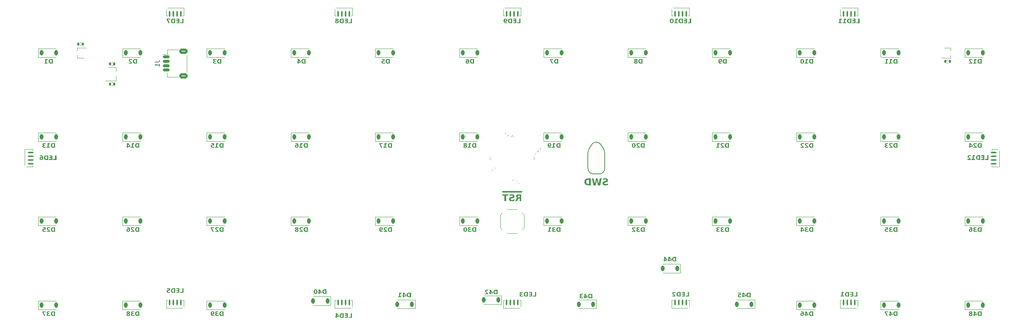
<source format=gbr>
%TF.GenerationSoftware,KiCad,Pcbnew,7.0.6-7.0.6~ubuntu23.04.1*%
%TF.CreationDate,2023-08-05T22:56:31-04:00*%
%TF.ProjectId,Koneko40Ortho,4b6f6e65-6b6f-4343-904f-7274686f2e6b,rev?*%
%TF.SameCoordinates,Original*%
%TF.FileFunction,Legend,Bot*%
%TF.FilePolarity,Positive*%
%FSLAX46Y46*%
G04 Gerber Fmt 4.6, Leading zero omitted, Abs format (unit mm)*
G04 Created by KiCad (PCBNEW 7.0.6-7.0.6~ubuntu23.04.1) date 2023-08-05 22:56:31*
%MOMM*%
%LPD*%
G01*
G04 APERTURE LIST*
G04 Aperture macros list*
%AMRoundRect*
0 Rectangle with rounded corners*
0 $1 Rounding radius*
0 $2 $3 $4 $5 $6 $7 $8 $9 X,Y pos of 4 corners*
0 Add a 4 corners polygon primitive as box body*
4,1,4,$2,$3,$4,$5,$6,$7,$8,$9,$2,$3,0*
0 Add four circle primitives for the rounded corners*
1,1,$1+$1,$2,$3*
1,1,$1+$1,$4,$5*
1,1,$1+$1,$6,$7*
1,1,$1+$1,$8,$9*
0 Add four rect primitives between the rounded corners*
20,1,$1+$1,$2,$3,$4,$5,0*
20,1,$1+$1,$4,$5,$6,$7,0*
20,1,$1+$1,$6,$7,$8,$9,0*
20,1,$1+$1,$8,$9,$2,$3,0*%
%AMRotRect*
0 Rectangle, with rotation*
0 The origin of the aperture is its center*
0 $1 length*
0 $2 width*
0 $3 Rotation angle, in degrees counterclockwise*
0 Add horizontal line*
21,1,$1,$2,0,0,$3*%
G04 Aperture macros list end*
%ADD10C,0.300000*%
%ADD11C,0.150000*%
%ADD12C,0.100000*%
%ADD13C,0.120000*%
%ADD14C,0.200000*%
%ADD15C,1.750000*%
%ADD16C,3.987800*%
%ADD17C,2.300000*%
%ADD18C,4.000000*%
%ADD19RoundRect,0.105000X0.105000X0.545000X-0.105000X0.545000X-0.105000X-0.545000X0.105000X-0.545000X0*%
%ADD20RoundRect,0.225000X-0.225000X-0.375000X0.225000X-0.375000X0.225000X0.375000X-0.225000X0.375000X0*%
%ADD21RoundRect,0.105000X-0.105000X-0.545000X0.105000X-0.545000X0.105000X0.545000X-0.105000X0.545000X0*%
%ADD22RoundRect,0.062500X-0.220971X-0.309359X0.309359X0.220971X0.220971X0.309359X-0.309359X-0.220971X0*%
%ADD23RoundRect,0.062500X0.220971X-0.309359X0.309359X-0.220971X-0.220971X0.309359X-0.309359X0.220971X0*%
%ADD24RotRect,5.600000X5.600000X45.000000*%
%ADD25R,1.100000X1.800000*%
%ADD26R,0.700000X0.450000*%
%ADD27RoundRect,0.135000X0.135000X0.185000X-0.135000X0.185000X-0.135000X-0.185000X0.135000X-0.185000X0*%
%ADD28RoundRect,0.225000X0.225000X0.375000X-0.225000X0.375000X-0.225000X-0.375000X0.225000X-0.375000X0*%
%ADD29RoundRect,0.140000X-0.021213X0.219203X-0.219203X0.021213X0.021213X-0.219203X0.219203X-0.021213X0*%
%ADD30RoundRect,0.140000X0.021213X-0.219203X0.219203X-0.021213X-0.021213X0.219203X-0.219203X0.021213X0*%
%ADD31C,0.990600*%
%ADD32C,0.787400*%
%ADD33RoundRect,0.140000X-0.219203X-0.021213X-0.021213X-0.219203X0.219203X0.021213X0.021213X0.219203X0*%
%ADD34RoundRect,0.105000X-0.545000X0.105000X-0.545000X-0.105000X0.545000X-0.105000X0.545000X0.105000X0*%
%ADD35RoundRect,0.140000X-0.140000X-0.170000X0.140000X-0.170000X0.140000X0.170000X-0.140000X0.170000X0*%
%ADD36RoundRect,0.135000X-0.135000X-0.185000X0.135000X-0.185000X0.135000X0.185000X-0.135000X0.185000X0*%
%ADD37RoundRect,0.140000X0.219203X0.021213X0.021213X0.219203X-0.219203X-0.021213X-0.021213X-0.219203X0*%
%ADD38R,1.220000X0.650000*%
%ADD39RoundRect,0.105000X0.545000X-0.105000X0.545000X0.105000X-0.545000X0.105000X-0.545000X-0.105000X0*%
%ADD40RoundRect,0.140000X0.140000X0.170000X-0.140000X0.170000X-0.140000X-0.170000X0.140000X-0.170000X0*%
%ADD41RoundRect,0.150000X-0.625000X0.150000X-0.625000X-0.150000X0.625000X-0.150000X0.625000X0.150000X0*%
%ADD42RoundRect,0.250000X-0.650000X0.350000X-0.650000X-0.350000X0.650000X-0.350000X0.650000X0.350000X0*%
G04 APERTURE END LIST*
D10*
G36*
X154168944Y-75250875D02*
G01*
X153772171Y-75250875D01*
X153772171Y-74664692D01*
X153660064Y-74664692D01*
X153648124Y-74664858D01*
X153630778Y-74665729D01*
X153614108Y-74667348D01*
X153598114Y-74669713D01*
X153582797Y-74672826D01*
X153568155Y-74676686D01*
X153554190Y-74681293D01*
X153536622Y-74688597D01*
X153520256Y-74697229D01*
X153505092Y-74707190D01*
X153501452Y-74709918D01*
X153486924Y-74722268D01*
X153476057Y-74733042D01*
X153465217Y-74745109D01*
X153454402Y-74758471D01*
X153443613Y-74773127D01*
X153432849Y-74789078D01*
X153422112Y-74806323D01*
X153411400Y-74824863D01*
X153404273Y-74837942D01*
X153397157Y-74851596D01*
X153390053Y-74865826D01*
X153202475Y-75250875D01*
X152780057Y-75250875D01*
X152995479Y-74810871D01*
X152999599Y-74802489D01*
X153007831Y-74786129D01*
X153016051Y-74770306D01*
X153024260Y-74755022D01*
X153032458Y-74740276D01*
X153040643Y-74726068D01*
X153048818Y-74712398D01*
X153056981Y-74699266D01*
X153065133Y-74686672D01*
X153077339Y-74668790D01*
X153089519Y-74652119D01*
X153101673Y-74636659D01*
X153113802Y-74622410D01*
X153125905Y-74609371D01*
X153134031Y-74601223D01*
X153146466Y-74589705D01*
X153159198Y-74579031D01*
X153172226Y-74569200D01*
X153185551Y-74560213D01*
X153199171Y-74552070D01*
X153213088Y-74544770D01*
X153227301Y-74538314D01*
X153241810Y-74532702D01*
X153256616Y-74527933D01*
X153271718Y-74524008D01*
X153253462Y-74517991D01*
X153235791Y-74511574D01*
X153218704Y-74504756D01*
X153202200Y-74497538D01*
X153186280Y-74489919D01*
X153170945Y-74481899D01*
X153156193Y-74473478D01*
X153142025Y-74464657D01*
X153128441Y-74455435D01*
X153115440Y-74445812D01*
X153103024Y-74435788D01*
X153091192Y-74425364D01*
X153079943Y-74414539D01*
X153069279Y-74403314D01*
X153059198Y-74391687D01*
X153049701Y-74379660D01*
X153040739Y-74367174D01*
X153032356Y-74354261D01*
X153024551Y-74340922D01*
X153017324Y-74327156D01*
X153010675Y-74312963D01*
X153004604Y-74298345D01*
X152999111Y-74283299D01*
X152994197Y-74267828D01*
X152989861Y-74251929D01*
X152986102Y-74235605D01*
X152982922Y-74218854D01*
X152980321Y-74201676D01*
X152978297Y-74184072D01*
X152978176Y-74182556D01*
X153372468Y-74182556D01*
X153372680Y-74195694D01*
X153373792Y-74214520D01*
X153375857Y-74232290D01*
X153378875Y-74249004D01*
X153382846Y-74264662D01*
X153387771Y-74279264D01*
X153393648Y-74292809D01*
X153402968Y-74309227D01*
X153413982Y-74323767D01*
X153426690Y-74336429D01*
X153437412Y-74344810D01*
X153453653Y-74354702D01*
X153467290Y-74361159D01*
X153482178Y-74366792D01*
X153498314Y-74371600D01*
X153515700Y-74375584D01*
X153534335Y-74378744D01*
X153554220Y-74381080D01*
X153575354Y-74382591D01*
X153590137Y-74383141D01*
X153605476Y-74383324D01*
X153772171Y-74383324D01*
X153772171Y-73984720D01*
X153605476Y-73984720D01*
X153597737Y-73984764D01*
X153582676Y-73985122D01*
X153561125Y-73986330D01*
X153540824Y-73988342D01*
X153521773Y-73991160D01*
X153503970Y-73994782D01*
X153487418Y-73999210D01*
X153472114Y-74004442D01*
X153458060Y-74010480D01*
X153441264Y-74019782D01*
X153426690Y-74030515D01*
X153420124Y-74036476D01*
X153408263Y-74049814D01*
X153398096Y-74065041D01*
X153389624Y-74082157D01*
X153384382Y-74096233D01*
X153380093Y-74111373D01*
X153376757Y-74127575D01*
X153374374Y-74144839D01*
X153372944Y-74163167D01*
X153372468Y-74182556D01*
X152978176Y-74182556D01*
X152976852Y-74166041D01*
X152975984Y-74147584D01*
X152975695Y-74128701D01*
X152976249Y-74101550D01*
X152977911Y-74075326D01*
X152980680Y-74050030D01*
X152984557Y-74025661D01*
X152989541Y-74002219D01*
X152995634Y-73979705D01*
X153002834Y-73958118D01*
X153011141Y-73937459D01*
X153020556Y-73917726D01*
X153031079Y-73898922D01*
X153042710Y-73881044D01*
X153055448Y-73864094D01*
X153069294Y-73848071D01*
X153084248Y-73832976D01*
X153100309Y-73818808D01*
X153117478Y-73805567D01*
X153126476Y-73799279D01*
X153145424Y-73787300D01*
X153165642Y-73776121D01*
X153187132Y-73765739D01*
X153209892Y-73756157D01*
X153233924Y-73747372D01*
X153259226Y-73739387D01*
X153285798Y-73732200D01*
X153313642Y-73725811D01*
X153328040Y-73722917D01*
X153342757Y-73720221D01*
X153357790Y-73717726D01*
X153373142Y-73715430D01*
X153388811Y-73713334D01*
X153404798Y-73711437D01*
X153421103Y-73709740D01*
X153437725Y-73708243D01*
X153454665Y-73706945D01*
X153471923Y-73705847D01*
X153489498Y-73704949D01*
X153507392Y-73704250D01*
X153525602Y-73703751D01*
X153544131Y-73703452D01*
X153562977Y-73703352D01*
X154168944Y-73703352D01*
X154168944Y-75250875D01*
G37*
G36*
X151482028Y-73754643D02*
G01*
X151482028Y-74078509D01*
X151497849Y-74071340D01*
X151513621Y-74064398D01*
X151529345Y-74057682D01*
X151545020Y-74051192D01*
X151560646Y-74044928D01*
X151576224Y-74038890D01*
X151591753Y-74033078D01*
X151607233Y-74027493D01*
X151622665Y-74022133D01*
X151638048Y-74017000D01*
X151653382Y-74012092D01*
X151668668Y-74007411D01*
X151683905Y-74002956D01*
X151699093Y-73998727D01*
X151714233Y-73994724D01*
X151729324Y-73990948D01*
X151744339Y-73987354D01*
X151759252Y-73983993D01*
X151774061Y-73980863D01*
X151788767Y-73977965D01*
X151803370Y-73975299D01*
X151817870Y-73972864D01*
X151839427Y-73969647D01*
X151860752Y-73966952D01*
X151881845Y-73964779D01*
X151902706Y-73963127D01*
X151923335Y-73961997D01*
X151943733Y-73961388D01*
X151957203Y-73961272D01*
X151974682Y-73961427D01*
X151991584Y-73961891D01*
X152007907Y-73962663D01*
X152023652Y-73963745D01*
X152038819Y-73965136D01*
X152053408Y-73966836D01*
X152074207Y-73969966D01*
X152093705Y-73973792D01*
X152111902Y-73978312D01*
X152128799Y-73983529D01*
X152144394Y-73989441D01*
X152158689Y-73996048D01*
X152167496Y-74000840D01*
X152183381Y-74011413D01*
X152197148Y-74023348D01*
X152208798Y-74036646D01*
X152218329Y-74051306D01*
X152225742Y-74067329D01*
X152231037Y-74084714D01*
X152234214Y-74103462D01*
X152235207Y-74118416D01*
X152235273Y-74123572D01*
X152234558Y-74138799D01*
X152231651Y-74156609D01*
X152226508Y-74173059D01*
X152219128Y-74188150D01*
X152209513Y-74201882D01*
X152197662Y-74214254D01*
X152189478Y-74221025D01*
X152176861Y-74229571D01*
X152161909Y-74237809D01*
X152144621Y-74245737D01*
X152130122Y-74251480D01*
X152114310Y-74257050D01*
X152097184Y-74262446D01*
X152078744Y-74267667D01*
X152058990Y-74272715D01*
X152037923Y-74277589D01*
X152023148Y-74280742D01*
X151853888Y-74314814D01*
X151838004Y-74318095D01*
X151822411Y-74321480D01*
X151807107Y-74324970D01*
X151792093Y-74328564D01*
X151777368Y-74332263D01*
X151762934Y-74336066D01*
X151748789Y-74339973D01*
X151721369Y-74348102D01*
X151695108Y-74356649D01*
X151670006Y-74365613D01*
X151646064Y-74374996D01*
X151623281Y-74384796D01*
X151601657Y-74395014D01*
X151581192Y-74405650D01*
X151561886Y-74416704D01*
X151543740Y-74428176D01*
X151526752Y-74440065D01*
X151510924Y-74452373D01*
X151496255Y-74465098D01*
X151489356Y-74471618D01*
X151476224Y-74485109D01*
X151463939Y-74499295D01*
X151452502Y-74514177D01*
X151441911Y-74529755D01*
X151432168Y-74546028D01*
X151423273Y-74562997D01*
X151415224Y-74580661D01*
X151408023Y-74599021D01*
X151401669Y-74618076D01*
X151396162Y-74637827D01*
X151391502Y-74658273D01*
X151387689Y-74679415D01*
X151384724Y-74701252D01*
X151382606Y-74723785D01*
X151381335Y-74747013D01*
X151380912Y-74770937D01*
X151381059Y-74786724D01*
X151381501Y-74802257D01*
X151382238Y-74817536D01*
X151383270Y-74832561D01*
X151384597Y-74847332D01*
X151388135Y-74876111D01*
X151392851Y-74903875D01*
X151398748Y-74930622D01*
X151405823Y-74956354D01*
X151414078Y-74981069D01*
X151423512Y-75004768D01*
X151434125Y-75027451D01*
X151445917Y-75049118D01*
X151458889Y-75069769D01*
X151473039Y-75089404D01*
X151488369Y-75108023D01*
X151504879Y-75125626D01*
X151522567Y-75142212D01*
X151531854Y-75150124D01*
X151551344Y-75165164D01*
X151572079Y-75179233D01*
X151594060Y-75192332D01*
X151617285Y-75204461D01*
X151641756Y-75215619D01*
X151667472Y-75225807D01*
X151694432Y-75235025D01*
X151722638Y-75243272D01*
X151737208Y-75247032D01*
X151752089Y-75250550D01*
X151767281Y-75253824D01*
X151782785Y-75256857D01*
X151798600Y-75259646D01*
X151814726Y-75262193D01*
X151831163Y-75264498D01*
X151847912Y-75266559D01*
X151864972Y-75268379D01*
X151882343Y-75269955D01*
X151900025Y-75271290D01*
X151918019Y-75272381D01*
X151936324Y-75273230D01*
X151954940Y-75273837D01*
X151973868Y-75274201D01*
X151993106Y-75274322D01*
X152011385Y-75274216D01*
X152029674Y-75273898D01*
X152047975Y-75273369D01*
X152066288Y-75272627D01*
X152084612Y-75271674D01*
X152102947Y-75270509D01*
X152121294Y-75269133D01*
X152139652Y-75267544D01*
X152158022Y-75265744D01*
X152176403Y-75263732D01*
X152194796Y-75261508D01*
X152213200Y-75259072D01*
X152231615Y-75256424D01*
X152250042Y-75253565D01*
X152268481Y-75250494D01*
X152286931Y-75247211D01*
X152305340Y-75243675D01*
X152323750Y-75239935D01*
X152342160Y-75235992D01*
X152360570Y-75231846D01*
X152378980Y-75227497D01*
X152397389Y-75222945D01*
X152415799Y-75218189D01*
X152434209Y-75213231D01*
X152452619Y-75208069D01*
X152471029Y-75202703D01*
X152489438Y-75197135D01*
X152507848Y-75191363D01*
X152526258Y-75185388D01*
X152544668Y-75179210D01*
X152563078Y-75172829D01*
X152581487Y-75166244D01*
X152581487Y-74828823D01*
X152563116Y-74838878D01*
X152544822Y-74848618D01*
X152526606Y-74858043D01*
X152508466Y-74867154D01*
X152490404Y-74875949D01*
X152472420Y-74884430D01*
X152454512Y-74892596D01*
X152436682Y-74900447D01*
X152418929Y-74907983D01*
X152401253Y-74915205D01*
X152383655Y-74922111D01*
X152366134Y-74928703D01*
X152348690Y-74934980D01*
X152331324Y-74940942D01*
X152314034Y-74946589D01*
X152296822Y-74951921D01*
X152279642Y-74956890D01*
X152262539Y-74961538D01*
X152245513Y-74965866D01*
X152228564Y-74969873D01*
X152211693Y-74973560D01*
X152194899Y-74976926D01*
X152178182Y-74979971D01*
X152161542Y-74982696D01*
X152144980Y-74985100D01*
X152128495Y-74987184D01*
X152112087Y-74988947D01*
X152095757Y-74990390D01*
X152079504Y-74991511D01*
X152063328Y-74992313D01*
X152047230Y-74992794D01*
X152031208Y-74992954D01*
X152015234Y-74992782D01*
X151999735Y-74992267D01*
X151984712Y-74991408D01*
X151963067Y-74989476D01*
X151942491Y-74986772D01*
X151922984Y-74983294D01*
X151904546Y-74979044D01*
X151887178Y-74974020D01*
X151870878Y-74968224D01*
X151855648Y-74961656D01*
X151841486Y-74954314D01*
X151832639Y-74948990D01*
X151820264Y-74940350D01*
X151805658Y-74927808D01*
X151793216Y-74914098D01*
X151782938Y-74899220D01*
X151774824Y-74883174D01*
X151768873Y-74865961D01*
X151765086Y-74847580D01*
X151763464Y-74828031D01*
X151763396Y-74822961D01*
X151764129Y-74805078D01*
X151766327Y-74788248D01*
X151769991Y-74772471D01*
X151775120Y-74757748D01*
X151781714Y-74744078D01*
X151789774Y-74731462D01*
X151799300Y-74719898D01*
X151810291Y-74709388D01*
X151823468Y-74699536D01*
X151839554Y-74689948D01*
X151853527Y-74682929D01*
X151869135Y-74676059D01*
X151886379Y-74669337D01*
X151905259Y-74662763D01*
X151925775Y-74656336D01*
X151940361Y-74652135D01*
X151955674Y-74647999D01*
X151971713Y-74643929D01*
X151988480Y-74639925D01*
X151997136Y-74637947D01*
X152150643Y-74603875D01*
X152179011Y-74597465D01*
X152206411Y-74590600D01*
X152232843Y-74583280D01*
X152258308Y-74575505D01*
X152282806Y-74567275D01*
X152306336Y-74558589D01*
X152328899Y-74549449D01*
X152350495Y-74539853D01*
X152371123Y-74529802D01*
X152390783Y-74519297D01*
X152409477Y-74508336D01*
X152427202Y-74496920D01*
X152443961Y-74485049D01*
X152459751Y-74472723D01*
X152474575Y-74459941D01*
X152488431Y-74446705D01*
X152501341Y-74432903D01*
X152513418Y-74418518D01*
X152524662Y-74403548D01*
X152535074Y-74387995D01*
X152544652Y-74371858D01*
X152553398Y-74355137D01*
X152561310Y-74337832D01*
X152568390Y-74319943D01*
X152574637Y-74301470D01*
X152580051Y-74282413D01*
X152584632Y-74262773D01*
X152588380Y-74242548D01*
X152591295Y-74221740D01*
X152593377Y-74200348D01*
X152594626Y-74178372D01*
X152595043Y-74155812D01*
X152594463Y-74127559D01*
X152592724Y-74100136D01*
X152589826Y-74073543D01*
X152585769Y-74047780D01*
X152580553Y-74022847D01*
X152574177Y-73998744D01*
X152566643Y-73975472D01*
X152557949Y-73953029D01*
X152548095Y-73931416D01*
X152537083Y-73910634D01*
X152524911Y-73890681D01*
X152511581Y-73871559D01*
X152497091Y-73853266D01*
X152481441Y-73835804D01*
X152464633Y-73819172D01*
X152446665Y-73803369D01*
X152427610Y-73788418D01*
X152407539Y-73774432D01*
X152386451Y-73761411D01*
X152364348Y-73749353D01*
X152341228Y-73738261D01*
X152317093Y-73728133D01*
X152291941Y-73718970D01*
X152265773Y-73710771D01*
X152238589Y-73703536D01*
X152210389Y-73697267D01*
X152195908Y-73694494D01*
X152181173Y-73691962D01*
X152166184Y-73689671D01*
X152150941Y-73687621D01*
X152135444Y-73685812D01*
X152119692Y-73684245D01*
X152103687Y-73682919D01*
X152087428Y-73681834D01*
X152070915Y-73680990D01*
X152054148Y-73680387D01*
X152037126Y-73680025D01*
X152019851Y-73679905D01*
X152003979Y-73679977D01*
X151988052Y-73680196D01*
X151972071Y-73680561D01*
X151956035Y-73681072D01*
X151939945Y-73681729D01*
X151923801Y-73682532D01*
X151907602Y-73683481D01*
X151891349Y-73684576D01*
X151875041Y-73685816D01*
X151858679Y-73687203D01*
X151842263Y-73688736D01*
X151825792Y-73690415D01*
X151809267Y-73692239D01*
X151792688Y-73694210D01*
X151776054Y-73696326D01*
X151759366Y-73698589D01*
X151742569Y-73700998D01*
X151725701Y-73703552D01*
X151708760Y-73706253D01*
X151691749Y-73709099D01*
X151674666Y-73712092D01*
X151657511Y-73715230D01*
X151640285Y-73718514D01*
X151622987Y-73721945D01*
X151605618Y-73725521D01*
X151588177Y-73729243D01*
X151570664Y-73733112D01*
X151553080Y-73737126D01*
X151535424Y-73741286D01*
X151517697Y-73745592D01*
X151499899Y-73750045D01*
X151482028Y-73754643D01*
G37*
G36*
X151223741Y-73703352D02*
G01*
X149805912Y-73703352D01*
X149805912Y-74008167D01*
X150315891Y-74008167D01*
X150315891Y-75250875D01*
X150712663Y-75250875D01*
X150712663Y-74008167D01*
X151223741Y-74008167D01*
X151223741Y-73703352D01*
G37*
X154212751Y-73150875D02*
X149952249Y-73150875D01*
G36*
X172643277Y-70150643D02*
G01*
X172643277Y-70474509D01*
X172659098Y-70467340D01*
X172674871Y-70460398D01*
X172690594Y-70453682D01*
X172706269Y-70447192D01*
X172721895Y-70440928D01*
X172737473Y-70434890D01*
X172753002Y-70429078D01*
X172768482Y-70423493D01*
X172783914Y-70418133D01*
X172799297Y-70413000D01*
X172814631Y-70408092D01*
X172829917Y-70403411D01*
X172845154Y-70398956D01*
X172860343Y-70394727D01*
X172875482Y-70390724D01*
X172890573Y-70386948D01*
X172905588Y-70383354D01*
X172920501Y-70379993D01*
X172935310Y-70376863D01*
X172950016Y-70373965D01*
X172964619Y-70371299D01*
X172979119Y-70368864D01*
X173000676Y-70365647D01*
X173022001Y-70362952D01*
X173043094Y-70360779D01*
X173063955Y-70359127D01*
X173084585Y-70357997D01*
X173104982Y-70357388D01*
X173118452Y-70357272D01*
X173135931Y-70357427D01*
X173152833Y-70357891D01*
X173169156Y-70358663D01*
X173184901Y-70359745D01*
X173200068Y-70361136D01*
X173214657Y-70362836D01*
X173235456Y-70365966D01*
X173254954Y-70369792D01*
X173273151Y-70374312D01*
X173290048Y-70379529D01*
X173305643Y-70385441D01*
X173319938Y-70392048D01*
X173328745Y-70396840D01*
X173344630Y-70407413D01*
X173358398Y-70419348D01*
X173370047Y-70432646D01*
X173379578Y-70447306D01*
X173386991Y-70463329D01*
X173392286Y-70480714D01*
X173395463Y-70499462D01*
X173396456Y-70514416D01*
X173396522Y-70519572D01*
X173395807Y-70534799D01*
X173392900Y-70552609D01*
X173387757Y-70569059D01*
X173380378Y-70584150D01*
X173370762Y-70597882D01*
X173358911Y-70610254D01*
X173350727Y-70617025D01*
X173338110Y-70625571D01*
X173323158Y-70633809D01*
X173305870Y-70641737D01*
X173291372Y-70647480D01*
X173275559Y-70653050D01*
X173258433Y-70658446D01*
X173239993Y-70663667D01*
X173220240Y-70668715D01*
X173199172Y-70673589D01*
X173184397Y-70676742D01*
X173015137Y-70710814D01*
X172999254Y-70714095D01*
X172983660Y-70717480D01*
X172968356Y-70720970D01*
X172953342Y-70724564D01*
X172938617Y-70728263D01*
X172924183Y-70732066D01*
X172910038Y-70735973D01*
X172882618Y-70744102D01*
X172856357Y-70752649D01*
X172831256Y-70761613D01*
X172807313Y-70770996D01*
X172784530Y-70780796D01*
X172762906Y-70791014D01*
X172742441Y-70801650D01*
X172723135Y-70812704D01*
X172704989Y-70824176D01*
X172688001Y-70836065D01*
X172672173Y-70848373D01*
X172657504Y-70861098D01*
X172650605Y-70867618D01*
X172637473Y-70881109D01*
X172625188Y-70895295D01*
X172613751Y-70910177D01*
X172603161Y-70925755D01*
X172593418Y-70942028D01*
X172584522Y-70958997D01*
X172576473Y-70976661D01*
X172569272Y-70995021D01*
X172562918Y-71014076D01*
X172557411Y-71033827D01*
X172552751Y-71054273D01*
X172548939Y-71075415D01*
X172545973Y-71097252D01*
X172543855Y-71119785D01*
X172542584Y-71143013D01*
X172542161Y-71166937D01*
X172542308Y-71182724D01*
X172542750Y-71198257D01*
X172543488Y-71213536D01*
X172544519Y-71228561D01*
X172545846Y-71243332D01*
X172549384Y-71272111D01*
X172554101Y-71299875D01*
X172559997Y-71326622D01*
X172567072Y-71352354D01*
X172575327Y-71377069D01*
X172584761Y-71400768D01*
X172595374Y-71423451D01*
X172607166Y-71445118D01*
X172620138Y-71465769D01*
X172634289Y-71485404D01*
X172649619Y-71504023D01*
X172666128Y-71521626D01*
X172683816Y-71538212D01*
X172693103Y-71546124D01*
X172712593Y-71561164D01*
X172733329Y-71575233D01*
X172755309Y-71588332D01*
X172778535Y-71600461D01*
X172803005Y-71611619D01*
X172828721Y-71621807D01*
X172855681Y-71631025D01*
X172883887Y-71639272D01*
X172898457Y-71643032D01*
X172913338Y-71646550D01*
X172928530Y-71649824D01*
X172944034Y-71652857D01*
X172959849Y-71655646D01*
X172975975Y-71658193D01*
X172992412Y-71660498D01*
X173009161Y-71662559D01*
X173026221Y-71664379D01*
X173043592Y-71665955D01*
X173061274Y-71667290D01*
X173079268Y-71668381D01*
X173097573Y-71669230D01*
X173116189Y-71669837D01*
X173135117Y-71670201D01*
X173154356Y-71670322D01*
X173172634Y-71670216D01*
X173190923Y-71669898D01*
X173209224Y-71669369D01*
X173227537Y-71668627D01*
X173245861Y-71667674D01*
X173264196Y-71666509D01*
X173282543Y-71665133D01*
X173300901Y-71663544D01*
X173319271Y-71661744D01*
X173337652Y-71659732D01*
X173356045Y-71657508D01*
X173374449Y-71655072D01*
X173392864Y-71652424D01*
X173411291Y-71649565D01*
X173429730Y-71646494D01*
X173448180Y-71643211D01*
X173466590Y-71639675D01*
X173484999Y-71635935D01*
X173503409Y-71631992D01*
X173521819Y-71627846D01*
X173540229Y-71623497D01*
X173558639Y-71618945D01*
X173577048Y-71614189D01*
X173595458Y-71609231D01*
X173613868Y-71604069D01*
X173632278Y-71598703D01*
X173650688Y-71593135D01*
X173669097Y-71587363D01*
X173687507Y-71581388D01*
X173705917Y-71575210D01*
X173724327Y-71568829D01*
X173742737Y-71562244D01*
X173742737Y-71224823D01*
X173724365Y-71234878D01*
X173706072Y-71244618D01*
X173687855Y-71254043D01*
X173669716Y-71263154D01*
X173651654Y-71271949D01*
X173633669Y-71280430D01*
X173615761Y-71288596D01*
X173597931Y-71296447D01*
X173580178Y-71303983D01*
X173562503Y-71311205D01*
X173544904Y-71318111D01*
X173527383Y-71324703D01*
X173509939Y-71330980D01*
X173492573Y-71336942D01*
X173475284Y-71342589D01*
X173458072Y-71347921D01*
X173440891Y-71352890D01*
X173423788Y-71357538D01*
X173406762Y-71361866D01*
X173389813Y-71365873D01*
X173372942Y-71369560D01*
X173356148Y-71372926D01*
X173339431Y-71375971D01*
X173322792Y-71378696D01*
X173306229Y-71381100D01*
X173289744Y-71383184D01*
X173273337Y-71384947D01*
X173257006Y-71386390D01*
X173240753Y-71387511D01*
X173224577Y-71388313D01*
X173208479Y-71388794D01*
X173192457Y-71388954D01*
X173176483Y-71388782D01*
X173160984Y-71388267D01*
X173145961Y-71387408D01*
X173124316Y-71385476D01*
X173103740Y-71382772D01*
X173084233Y-71379294D01*
X173065796Y-71375044D01*
X173048427Y-71370020D01*
X173032127Y-71364224D01*
X173016897Y-71357656D01*
X173002735Y-71350314D01*
X172993888Y-71344990D01*
X172981514Y-71336350D01*
X172966908Y-71323808D01*
X172954466Y-71310098D01*
X172944187Y-71295220D01*
X172936073Y-71279174D01*
X172930122Y-71261961D01*
X172926336Y-71243580D01*
X172924713Y-71224031D01*
X172924645Y-71218961D01*
X172925378Y-71201078D01*
X172927576Y-71184248D01*
X172931240Y-71168471D01*
X172936369Y-71153748D01*
X172942963Y-71140078D01*
X172951023Y-71127462D01*
X172960549Y-71115898D01*
X172971540Y-71105388D01*
X172984717Y-71095536D01*
X173000803Y-71085948D01*
X173014776Y-71078929D01*
X173030384Y-71072059D01*
X173047628Y-71065337D01*
X173066508Y-71058763D01*
X173087024Y-71052336D01*
X173101610Y-71048135D01*
X173116923Y-71043999D01*
X173132963Y-71039929D01*
X173149729Y-71035925D01*
X173158386Y-71033947D01*
X173311892Y-70999875D01*
X173340260Y-70993465D01*
X173367660Y-70986600D01*
X173394092Y-70979280D01*
X173419557Y-70971505D01*
X173444055Y-70963275D01*
X173467586Y-70954589D01*
X173490148Y-70945449D01*
X173511744Y-70935853D01*
X173532372Y-70925802D01*
X173552033Y-70915297D01*
X173570726Y-70904336D01*
X173588451Y-70892920D01*
X173605210Y-70881049D01*
X173621001Y-70868723D01*
X173635824Y-70855941D01*
X173649680Y-70842705D01*
X173662590Y-70828903D01*
X173674667Y-70814518D01*
X173685911Y-70799548D01*
X173696323Y-70783995D01*
X173705901Y-70767858D01*
X173714647Y-70751137D01*
X173722559Y-70733832D01*
X173729639Y-70715943D01*
X173735886Y-70697470D01*
X173741300Y-70678413D01*
X173745881Y-70658773D01*
X173749629Y-70638548D01*
X173752544Y-70617740D01*
X173754626Y-70596348D01*
X173755876Y-70574372D01*
X173756292Y-70551812D01*
X173755712Y-70523559D01*
X173753974Y-70496136D01*
X173751076Y-70469543D01*
X173747018Y-70443780D01*
X173741802Y-70418847D01*
X173735426Y-70394744D01*
X173727892Y-70371472D01*
X173719198Y-70349029D01*
X173709344Y-70327416D01*
X173698332Y-70306634D01*
X173686160Y-70286681D01*
X173672830Y-70267559D01*
X173658340Y-70249266D01*
X173642691Y-70231804D01*
X173625882Y-70215172D01*
X173607915Y-70199369D01*
X173588859Y-70184418D01*
X173568788Y-70170432D01*
X173547701Y-70157411D01*
X173525597Y-70145353D01*
X173502477Y-70134261D01*
X173478342Y-70124133D01*
X173453190Y-70114970D01*
X173427022Y-70106771D01*
X173399838Y-70099536D01*
X173371638Y-70093267D01*
X173357157Y-70090494D01*
X173342422Y-70087962D01*
X173327433Y-70085671D01*
X173312190Y-70083621D01*
X173296693Y-70081812D01*
X173280942Y-70080245D01*
X173264936Y-70078919D01*
X173248677Y-70077834D01*
X173232164Y-70076990D01*
X173215397Y-70076387D01*
X173198375Y-70076025D01*
X173181100Y-70075905D01*
X173165228Y-70075977D01*
X173149301Y-70076196D01*
X173133320Y-70076561D01*
X173117284Y-70077072D01*
X173101194Y-70077729D01*
X173085050Y-70078532D01*
X173068851Y-70079481D01*
X173052598Y-70080576D01*
X173036290Y-70081816D01*
X173019928Y-70083203D01*
X173003512Y-70084736D01*
X172987042Y-70086415D01*
X172970517Y-70088239D01*
X172953937Y-70090210D01*
X172937303Y-70092326D01*
X172920615Y-70094589D01*
X172903818Y-70096998D01*
X172886950Y-70099552D01*
X172870010Y-70102253D01*
X172852998Y-70105099D01*
X172835915Y-70108092D01*
X172818760Y-70111230D01*
X172801534Y-70114514D01*
X172784236Y-70117945D01*
X172766867Y-70121521D01*
X172749426Y-70125243D01*
X172731913Y-70129112D01*
X172714329Y-70133126D01*
X172696674Y-70137286D01*
X172678946Y-70141592D01*
X172661148Y-70146045D01*
X172643277Y-70150643D01*
G37*
G36*
X172332234Y-70099352D02*
G01*
X171952314Y-70099352D01*
X171686334Y-71224090D01*
X171422552Y-70099352D01*
X171040434Y-70099352D01*
X170776651Y-71224090D01*
X170510671Y-70099352D01*
X170133682Y-70099352D01*
X170496383Y-71646875D01*
X170953605Y-71646875D01*
X171232775Y-70470479D01*
X171509014Y-71646875D01*
X171966603Y-71646875D01*
X172332234Y-70099352D01*
G37*
G36*
X169886020Y-71646875D02*
G01*
X169467632Y-71646875D01*
X169446163Y-71646825D01*
X169425032Y-71646678D01*
X169404240Y-71646433D01*
X169383786Y-71646090D01*
X169363671Y-71645649D01*
X169343894Y-71645110D01*
X169324455Y-71644473D01*
X169305355Y-71643738D01*
X169286594Y-71642904D01*
X169268171Y-71641973D01*
X169250086Y-71640944D01*
X169232340Y-71639816D01*
X169214933Y-71638591D01*
X169197863Y-71637267D01*
X169181133Y-71635846D01*
X169164740Y-71634327D01*
X169148686Y-71632709D01*
X169132971Y-71630993D01*
X169117594Y-71629180D01*
X169102556Y-71627268D01*
X169073494Y-71623151D01*
X169045786Y-71618642D01*
X169019432Y-71613740D01*
X168994432Y-71608446D01*
X168970786Y-71602761D01*
X168948494Y-71596683D01*
X168927027Y-71590134D01*
X168905950Y-71583036D01*
X168885262Y-71575388D01*
X168864963Y-71567190D01*
X168845053Y-71558443D01*
X168825533Y-71549147D01*
X168806402Y-71539301D01*
X168787660Y-71528905D01*
X168769307Y-71517960D01*
X168751344Y-71506465D01*
X168733770Y-71494421D01*
X168716585Y-71481827D01*
X168699790Y-71468684D01*
X168683383Y-71454991D01*
X168667366Y-71440749D01*
X168651739Y-71425957D01*
X168638447Y-71412776D01*
X168625589Y-71399338D01*
X168613167Y-71385642D01*
X168601180Y-71371689D01*
X168589628Y-71357478D01*
X168578512Y-71343010D01*
X168567830Y-71328284D01*
X168557583Y-71313300D01*
X168547771Y-71298059D01*
X168538395Y-71282560D01*
X168529453Y-71266803D01*
X168520947Y-71250789D01*
X168512875Y-71234517D01*
X168505239Y-71217988D01*
X168498037Y-71201201D01*
X168491271Y-71184156D01*
X168484883Y-71166836D01*
X168478906Y-71149220D01*
X168473342Y-71131310D01*
X168468190Y-71113105D01*
X168463450Y-71094605D01*
X168459123Y-71075810D01*
X168455207Y-71056720D01*
X168451704Y-71037336D01*
X168448613Y-71017657D01*
X168445934Y-70997683D01*
X168443667Y-70977414D01*
X168441812Y-70956850D01*
X168440369Y-70935992D01*
X168439339Y-70914839D01*
X168438721Y-70893391D01*
X168438515Y-70871648D01*
X168847377Y-70871648D01*
X168847878Y-70899891D01*
X168849381Y-70927284D01*
X168851885Y-70953826D01*
X168855391Y-70979519D01*
X168859899Y-71004362D01*
X168865409Y-71028354D01*
X168871921Y-71051497D01*
X168879434Y-71073789D01*
X168887949Y-71095232D01*
X168897466Y-71115824D01*
X168907985Y-71135566D01*
X168919505Y-71154458D01*
X168932027Y-71172500D01*
X168945551Y-71189692D01*
X168960077Y-71206034D01*
X168975605Y-71221526D01*
X168992082Y-71236121D01*
X169009459Y-71249776D01*
X169027734Y-71262488D01*
X169046908Y-71274259D01*
X169066981Y-71285088D01*
X169087953Y-71294976D01*
X169109823Y-71303922D01*
X169132592Y-71311926D01*
X169156259Y-71318988D01*
X169180826Y-71325109D01*
X169206291Y-71330289D01*
X169232655Y-71334526D01*
X169259918Y-71337822D01*
X169288079Y-71340176D01*
X169317139Y-71341589D01*
X169332006Y-71341942D01*
X169347098Y-71342059D01*
X169489247Y-71342059D01*
X169489247Y-70404167D01*
X169347098Y-70404167D01*
X169331939Y-70404284D01*
X169317009Y-70404633D01*
X169287833Y-70406033D01*
X169259570Y-70408366D01*
X169232220Y-70411632D01*
X169205783Y-70415830D01*
X169180259Y-70420962D01*
X169155648Y-70427027D01*
X169131951Y-70434026D01*
X169109166Y-70441957D01*
X169087294Y-70450821D01*
X169066336Y-70460618D01*
X169046290Y-70471349D01*
X169027158Y-70483012D01*
X169008938Y-70495609D01*
X168991632Y-70509139D01*
X168975238Y-70523602D01*
X168959755Y-70538957D01*
X168945271Y-70555166D01*
X168931786Y-70572228D01*
X168919299Y-70590143D01*
X168907812Y-70608910D01*
X168897323Y-70628531D01*
X168887833Y-70649004D01*
X168879342Y-70670331D01*
X168871851Y-70692510D01*
X168865358Y-70715542D01*
X168859864Y-70739427D01*
X168855369Y-70764166D01*
X168851872Y-70789757D01*
X168849375Y-70816201D01*
X168847877Y-70843498D01*
X168847377Y-70871648D01*
X168438515Y-70871648D01*
X168438721Y-70850130D01*
X168439339Y-70828898D01*
X168440369Y-70807952D01*
X168441812Y-70787292D01*
X168443667Y-70766919D01*
X168445934Y-70746832D01*
X168448613Y-70727031D01*
X168451704Y-70707517D01*
X168455207Y-70688288D01*
X168459123Y-70669346D01*
X168463450Y-70650690D01*
X168468190Y-70632320D01*
X168473342Y-70614237D01*
X168478906Y-70596439D01*
X168484883Y-70578928D01*
X168491271Y-70561704D01*
X168498037Y-70544703D01*
X168505239Y-70527958D01*
X168512875Y-70511467D01*
X168520947Y-70495231D01*
X168529453Y-70479250D01*
X168538395Y-70463524D01*
X168547771Y-70448052D01*
X168557583Y-70432835D01*
X168567830Y-70417873D01*
X168578512Y-70403165D01*
X168589628Y-70388712D01*
X168601180Y-70374514D01*
X168613167Y-70360571D01*
X168625589Y-70346882D01*
X168638447Y-70333449D01*
X168651739Y-70320269D01*
X168667271Y-70305478D01*
X168683183Y-70291235D01*
X168699476Y-70277542D01*
X168716150Y-70264399D01*
X168733205Y-70251805D01*
X168750640Y-70239761D01*
X168768456Y-70228266D01*
X168786652Y-70217321D01*
X168805230Y-70206926D01*
X168824187Y-70197079D01*
X168843526Y-70187783D01*
X168863245Y-70179036D01*
X168883345Y-70170839D01*
X168903826Y-70163191D01*
X168924687Y-70156092D01*
X168945929Y-70149544D01*
X168956820Y-70146456D01*
X168979649Y-70140574D01*
X169003875Y-70135084D01*
X169029497Y-70129987D01*
X169056517Y-70125281D01*
X169084933Y-70120968D01*
X169099665Y-70118958D01*
X169114746Y-70117046D01*
X169130176Y-70115233D01*
X169145955Y-70113517D01*
X169162084Y-70111900D01*
X169178562Y-70110380D01*
X169195389Y-70108959D01*
X169212565Y-70107635D01*
X169230090Y-70106410D01*
X169247965Y-70105283D01*
X169266189Y-70104253D01*
X169284762Y-70103322D01*
X169303684Y-70102489D01*
X169322955Y-70101754D01*
X169342576Y-70101116D01*
X169362545Y-70100577D01*
X169382864Y-70100136D01*
X169403532Y-70099793D01*
X169424550Y-70099548D01*
X169445916Y-70099401D01*
X169467632Y-70099352D01*
X169886020Y-70099352D01*
X169886020Y-71646875D01*
G37*
D11*
G36*
X157517214Y-95823943D02*
G01*
X157252699Y-95823943D01*
X157252699Y-96652414D01*
X156788393Y-96652414D01*
X156788393Y-96855625D01*
X157517214Y-96855625D01*
X157517214Y-95823943D01*
G37*
G36*
X156625239Y-95823943D02*
G01*
X155911562Y-95823943D01*
X155911562Y-96027153D01*
X156360724Y-96027153D01*
X156360724Y-96214731D01*
X155938428Y-96214731D01*
X155938428Y-96417941D01*
X156360724Y-96417941D01*
X156360724Y-96652414D01*
X155896419Y-96652414D01*
X155896419Y-96855625D01*
X156625239Y-96855625D01*
X156625239Y-95823943D01*
G37*
G36*
X155668784Y-96855625D02*
G01*
X155389859Y-96855625D01*
X155375546Y-96855592D01*
X155361459Y-96855494D01*
X155347597Y-96855330D01*
X155333962Y-96855102D01*
X155320551Y-96854808D01*
X155307367Y-96854448D01*
X155294408Y-96854023D01*
X155281675Y-96853533D01*
X155269167Y-96852978D01*
X155256885Y-96852357D01*
X155244828Y-96851671D01*
X155232998Y-96850919D01*
X155221393Y-96850102D01*
X155210013Y-96849220D01*
X155198859Y-96848272D01*
X155187931Y-96847259D01*
X155177229Y-96846181D01*
X155166752Y-96845037D01*
X155156500Y-96843828D01*
X155146475Y-96842554D01*
X155127100Y-96839809D01*
X155108628Y-96836803D01*
X155091059Y-96833535D01*
X155074392Y-96830006D01*
X155058628Y-96826215D01*
X155043767Y-96822163D01*
X155029456Y-96817797D01*
X155015404Y-96813065D01*
X155001612Y-96807967D01*
X154988079Y-96802502D01*
X154974806Y-96796670D01*
X154961793Y-96790473D01*
X154949039Y-96783909D01*
X154936544Y-96776978D01*
X154924309Y-96769682D01*
X154912334Y-96762018D01*
X154900618Y-96753989D01*
X154889161Y-96745593D01*
X154877964Y-96736831D01*
X154867026Y-96727702D01*
X154856348Y-96718207D01*
X154845930Y-96708346D01*
X154837069Y-96699559D01*
X154828497Y-96690600D01*
X154820216Y-96681470D01*
X154812225Y-96672168D01*
X154804523Y-96662694D01*
X154797112Y-96653048D01*
X154789991Y-96643231D01*
X154783160Y-96633241D01*
X154776618Y-96623081D01*
X154770367Y-96612748D01*
X154764406Y-96602244D01*
X154758735Y-96591567D01*
X154753354Y-96580720D01*
X154748263Y-96569700D01*
X154743463Y-96558509D01*
X154738952Y-96547146D01*
X154734693Y-96535599D01*
X154730708Y-96523855D01*
X154726999Y-96511915D01*
X154723564Y-96499778D01*
X154720404Y-96487445D01*
X154717519Y-96474915D01*
X154714909Y-96462188D01*
X154712573Y-96449265D01*
X154710513Y-96436146D01*
X154708727Y-96422830D01*
X154707215Y-96409317D01*
X154705979Y-96395608D01*
X154705017Y-96381703D01*
X154704330Y-96367601D01*
X154703918Y-96353302D01*
X154703781Y-96338807D01*
X154976356Y-96338807D01*
X154976690Y-96357635D01*
X154977691Y-96375897D01*
X154979361Y-96393592D01*
X154981699Y-96410721D01*
X154984704Y-96427283D01*
X154988377Y-96443278D01*
X154992718Y-96458706D01*
X154997727Y-96473568D01*
X155003404Y-96487863D01*
X155009748Y-96501591D01*
X155016761Y-96514752D01*
X155024441Y-96527347D01*
X155032789Y-96539375D01*
X155041805Y-96550836D01*
X155051489Y-96561731D01*
X155061841Y-96572059D01*
X155072826Y-96581789D01*
X155084410Y-96590892D01*
X155096594Y-96599367D01*
X155109376Y-96607214D01*
X155122758Y-96614434D01*
X155136739Y-96621025D01*
X155151319Y-96626989D01*
X155166499Y-96632325D01*
X155182277Y-96637034D01*
X155198655Y-96641114D01*
X155215632Y-96644567D01*
X155233208Y-96647392D01*
X155251383Y-96649589D01*
X155270157Y-96651159D01*
X155289530Y-96652101D01*
X155299442Y-96652336D01*
X155309503Y-96652414D01*
X155404269Y-96652414D01*
X155404269Y-96027153D01*
X155309503Y-96027153D01*
X155299397Y-96027231D01*
X155289444Y-96027464D01*
X155269993Y-96028397D01*
X155251151Y-96029952D01*
X155232918Y-96032129D01*
X155215293Y-96034928D01*
X155198277Y-96038350D01*
X155181870Y-96042393D01*
X155166071Y-96047059D01*
X155150882Y-96052346D01*
X155136300Y-96058256D01*
X155122328Y-96064787D01*
X155108964Y-96071941D01*
X155096209Y-96079716D01*
X155084063Y-96088114D01*
X155072525Y-96097134D01*
X155061596Y-96106776D01*
X155051274Y-96117013D01*
X155041618Y-96127819D01*
X155032628Y-96139193D01*
X155024304Y-96151137D01*
X155016645Y-96163648D01*
X155009653Y-96176729D01*
X155003326Y-96190378D01*
X154997666Y-96204595D01*
X154992671Y-96219381D01*
X154988343Y-96234736D01*
X154984680Y-96250660D01*
X154981683Y-96267152D01*
X154979352Y-96284213D01*
X154977688Y-96301842D01*
X154976689Y-96320040D01*
X154976356Y-96338807D01*
X154703781Y-96338807D01*
X154703918Y-96324461D01*
X154704330Y-96310307D01*
X154705017Y-96296343D01*
X154705979Y-96282570D01*
X154707215Y-96268988D01*
X154708727Y-96255596D01*
X154710513Y-96242396D01*
X154712573Y-96229386D01*
X154714909Y-96216567D01*
X154717519Y-96203939D01*
X154720404Y-96191501D01*
X154723564Y-96179255D01*
X154726999Y-96167199D01*
X154730708Y-96155334D01*
X154734693Y-96143660D01*
X154738952Y-96132177D01*
X154743463Y-96120844D01*
X154748263Y-96109680D01*
X154753354Y-96098686D01*
X154758735Y-96087862D01*
X154764406Y-96077208D01*
X154770367Y-96066724D01*
X154776618Y-96056409D01*
X154783160Y-96046265D01*
X154789991Y-96036290D01*
X154797112Y-96026485D01*
X154804523Y-96016850D01*
X154812225Y-96007384D01*
X154820216Y-95998089D01*
X154828497Y-95988963D01*
X154837069Y-95980007D01*
X154845930Y-95971221D01*
X154856285Y-95961360D01*
X154866893Y-95951865D01*
X154877755Y-95942736D01*
X154888871Y-95933974D01*
X154900241Y-95925578D01*
X154911864Y-95917549D01*
X154923741Y-95909886D01*
X154935872Y-95902589D01*
X154948257Y-95895659D01*
X154960896Y-95889094D01*
X154973788Y-95882897D01*
X154986934Y-95877066D01*
X155000334Y-95871601D01*
X155013988Y-95866502D01*
X155027896Y-95861770D01*
X155042057Y-95857404D01*
X155049318Y-95855345D01*
X155064537Y-95851424D01*
X155080687Y-95847764D01*
X155097769Y-95844366D01*
X155115782Y-95841229D01*
X155134726Y-95838353D01*
X155144547Y-95837014D01*
X155154601Y-95835739D01*
X155164888Y-95834530D01*
X155175408Y-95833386D01*
X155186160Y-95832308D01*
X155197146Y-95831295D01*
X155208364Y-95830347D01*
X155219814Y-95829465D01*
X155231498Y-95828648D01*
X155243414Y-95827897D01*
X155255563Y-95827210D01*
X155267945Y-95826590D01*
X155280560Y-95826034D01*
X155293408Y-95825544D01*
X155306488Y-95825119D01*
X155319801Y-95824760D01*
X155333347Y-95824466D01*
X155347126Y-95824237D01*
X155361137Y-95824073D01*
X155375382Y-95823975D01*
X155389859Y-95823943D01*
X155668784Y-95823943D01*
X155668784Y-96855625D01*
G37*
G36*
X153981066Y-96291424D02*
G01*
X153968286Y-96294969D01*
X153955898Y-96298827D01*
X153943900Y-96302998D01*
X153932294Y-96307482D01*
X153921079Y-96312280D01*
X153910255Y-96317390D01*
X153899822Y-96322813D01*
X153889780Y-96328548D01*
X153880130Y-96334597D01*
X153870871Y-96340959D01*
X153862002Y-96347634D01*
X153853526Y-96354621D01*
X153845440Y-96361922D01*
X153837745Y-96369535D01*
X153830442Y-96377462D01*
X153823529Y-96385701D01*
X153816993Y-96394211D01*
X153810878Y-96403008D01*
X153805185Y-96412094D01*
X153799914Y-96421468D01*
X153795065Y-96431129D01*
X153790637Y-96441080D01*
X153786631Y-96451318D01*
X153783046Y-96461844D01*
X153779883Y-96472658D01*
X153777142Y-96483761D01*
X153774823Y-96495152D01*
X153772925Y-96506830D01*
X153771449Y-96518797D01*
X153770395Y-96531052D01*
X153769763Y-96543596D01*
X153769552Y-96556427D01*
X153770008Y-96575404D01*
X153771376Y-96593804D01*
X153773656Y-96611628D01*
X153776849Y-96628876D01*
X153780953Y-96645547D01*
X153785969Y-96661642D01*
X153791898Y-96677161D01*
X153798739Y-96692104D01*
X153806492Y-96706470D01*
X153815157Y-96720261D01*
X153824733Y-96733474D01*
X153835223Y-96746112D01*
X153846624Y-96758174D01*
X153858937Y-96769659D01*
X153872162Y-96780568D01*
X153886300Y-96790900D01*
X153901312Y-96800631D01*
X153917162Y-96809734D01*
X153933850Y-96818209D01*
X153951375Y-96826056D01*
X153960452Y-96829744D01*
X153969738Y-96833275D01*
X153979234Y-96836650D01*
X153988939Y-96839867D01*
X153998854Y-96842927D01*
X154008978Y-96845831D01*
X154019311Y-96848577D01*
X154029854Y-96851167D01*
X154040606Y-96853600D01*
X154051567Y-96855875D01*
X154062738Y-96857994D01*
X154074119Y-96859956D01*
X154085709Y-96861761D01*
X154097508Y-96863409D01*
X154109517Y-96864900D01*
X154121735Y-96866234D01*
X154134162Y-96867411D01*
X154146799Y-96868431D01*
X154159646Y-96869294D01*
X154172701Y-96870000D01*
X154185967Y-96870550D01*
X154199441Y-96870942D01*
X154213125Y-96871178D01*
X154227019Y-96871256D01*
X154236911Y-96871210D01*
X154246806Y-96871073D01*
X154256703Y-96870844D01*
X154266601Y-96870523D01*
X154276502Y-96870111D01*
X154286404Y-96869607D01*
X154296308Y-96869012D01*
X154306214Y-96868325D01*
X154316122Y-96867547D01*
X154326032Y-96866676D01*
X154335944Y-96865715D01*
X154345858Y-96864661D01*
X154355774Y-96863517D01*
X154365691Y-96862280D01*
X154375611Y-96860952D01*
X154385532Y-96859532D01*
X154395418Y-96858021D01*
X154405293Y-96856418D01*
X154415156Y-96854724D01*
X154425008Y-96852938D01*
X154434848Y-96851060D01*
X154444677Y-96849091D01*
X154454495Y-96847030D01*
X154464301Y-96844878D01*
X154474095Y-96842634D01*
X154483878Y-96840298D01*
X154493650Y-96837871D01*
X154503410Y-96835352D01*
X154513159Y-96832742D01*
X154522896Y-96830040D01*
X154532622Y-96827247D01*
X154542336Y-96824361D01*
X154542336Y-96621151D01*
X154533060Y-96625931D01*
X154523793Y-96630562D01*
X154514535Y-96635045D01*
X154505288Y-96639378D01*
X154496049Y-96643563D01*
X154486821Y-96647598D01*
X154477601Y-96651485D01*
X154468392Y-96655223D01*
X154459192Y-96658812D01*
X154450001Y-96662253D01*
X154436233Y-96667134D01*
X154422486Y-96671681D01*
X154408761Y-96675893D01*
X154395058Y-96679770D01*
X154381341Y-96683262D01*
X154367666Y-96686410D01*
X154354035Y-96689215D01*
X154340447Y-96691676D01*
X154326901Y-96693795D01*
X154313399Y-96695569D01*
X154299939Y-96697000D01*
X154286522Y-96698088D01*
X154273149Y-96698832D01*
X154259818Y-96699233D01*
X154250954Y-96699309D01*
X154238018Y-96699160D01*
X154225465Y-96698714D01*
X154213296Y-96697970D01*
X154201511Y-96696928D01*
X154190108Y-96695588D01*
X154179090Y-96693951D01*
X154168455Y-96692016D01*
X154158203Y-96689784D01*
X154148335Y-96687253D01*
X154138851Y-96684426D01*
X154125343Y-96679626D01*
X154112699Y-96674156D01*
X154100917Y-96668016D01*
X154089998Y-96661207D01*
X154079959Y-96653727D01*
X154070907Y-96645668D01*
X154062843Y-96637029D01*
X154055766Y-96627811D01*
X154049677Y-96618013D01*
X154044575Y-96607635D01*
X154040461Y-96596678D01*
X154037334Y-96585141D01*
X154035194Y-96573024D01*
X154034042Y-96560328D01*
X154033823Y-96551542D01*
X154034327Y-96538071D01*
X154035840Y-96525227D01*
X154038363Y-96513010D01*
X154041894Y-96501419D01*
X154046434Y-96490455D01*
X154051983Y-96480118D01*
X154058541Y-96470408D01*
X154066108Y-96461325D01*
X154074684Y-96452869D01*
X154084269Y-96445039D01*
X154091220Y-96440167D01*
X154102462Y-96433402D01*
X154114667Y-96427302D01*
X154127833Y-96421867D01*
X154137145Y-96418614D01*
X154146884Y-96415656D01*
X154157051Y-96412994D01*
X154167645Y-96410628D01*
X154178666Y-96408558D01*
X154190115Y-96406783D01*
X154201991Y-96405304D01*
X154214295Y-96404121D01*
X154227026Y-96403234D01*
X154240185Y-96402643D01*
X154253771Y-96402347D01*
X154260724Y-96402310D01*
X154366481Y-96402310D01*
X154366481Y-96230363D01*
X154255107Y-96230363D01*
X154242850Y-96230241D01*
X154230991Y-96229874D01*
X154219532Y-96229264D01*
X154208471Y-96228409D01*
X154197810Y-96227310D01*
X154187547Y-96225966D01*
X154177683Y-96224379D01*
X154163634Y-96221540D01*
X154150483Y-96218151D01*
X154138229Y-96214212D01*
X154126872Y-96209724D01*
X154116413Y-96204687D01*
X154106851Y-96199100D01*
X154098121Y-96192950D01*
X154090250Y-96186225D01*
X154083238Y-96178925D01*
X154077084Y-96171050D01*
X154071789Y-96162599D01*
X154067353Y-96153573D01*
X154063775Y-96143972D01*
X154061056Y-96133795D01*
X154059195Y-96123043D01*
X154058193Y-96111716D01*
X154058003Y-96103845D01*
X154058419Y-96092999D01*
X154059668Y-96082625D01*
X154061751Y-96072723D01*
X154064666Y-96063293D01*
X154069848Y-96051455D01*
X154076512Y-96040456D01*
X154084656Y-96030297D01*
X154091735Y-96023229D01*
X154099648Y-96016633D01*
X154105386Y-96012498D01*
X154114616Y-96006737D01*
X154124537Y-96001542D01*
X154135149Y-95996913D01*
X154146453Y-95992852D01*
X154158448Y-95989357D01*
X154171134Y-95986429D01*
X154184511Y-95984068D01*
X154198580Y-95982273D01*
X154208343Y-95981392D01*
X154218413Y-95980762D01*
X154228790Y-95980384D01*
X154239475Y-95980258D01*
X154251443Y-95980398D01*
X154263440Y-95980816D01*
X154275468Y-95981514D01*
X154287526Y-95982491D01*
X154299614Y-95983746D01*
X154311732Y-95985281D01*
X154323880Y-95987095D01*
X154336058Y-95989188D01*
X154348266Y-95991560D01*
X154360504Y-95994211D01*
X154368679Y-95996134D01*
X154380900Y-95999242D01*
X154393109Y-96002611D01*
X154405304Y-96006243D01*
X154417486Y-96010136D01*
X154429656Y-96014291D01*
X154441812Y-96018708D01*
X154453956Y-96023387D01*
X154466087Y-96028328D01*
X154478205Y-96033531D01*
X154490310Y-96038996D01*
X154498372Y-96042784D01*
X154498372Y-95855206D01*
X154488578Y-95852321D01*
X154478795Y-95849527D01*
X154469023Y-95846825D01*
X154459263Y-95844215D01*
X154449514Y-95841696D01*
X154439777Y-95839269D01*
X154430051Y-95836933D01*
X154420337Y-95834689D01*
X154410634Y-95832537D01*
X154400942Y-95830476D01*
X154391262Y-95828507D01*
X154381594Y-95826629D01*
X154371937Y-95824843D01*
X154362291Y-95823149D01*
X154347844Y-95820779D01*
X154343034Y-95820035D01*
X154328632Y-95817940D01*
X154314277Y-95816051D01*
X154299970Y-95814368D01*
X154285709Y-95812891D01*
X154271496Y-95811620D01*
X154257331Y-95810555D01*
X154243212Y-95809696D01*
X154229140Y-95809044D01*
X154215116Y-95808597D01*
X154201139Y-95808357D01*
X154191848Y-95808311D01*
X154179459Y-95808374D01*
X154167267Y-95808563D01*
X154155271Y-95808878D01*
X154143472Y-95809319D01*
X154131870Y-95809885D01*
X154120464Y-95810578D01*
X154109254Y-95811397D01*
X154098242Y-95812341D01*
X154087425Y-95813412D01*
X154076805Y-95814608D01*
X154066382Y-95815930D01*
X154056156Y-95817379D01*
X154046125Y-95818953D01*
X154036292Y-95820653D01*
X154026655Y-95822479D01*
X154007970Y-95826509D01*
X153990072Y-95831043D01*
X153972959Y-95836080D01*
X153956633Y-95841622D01*
X153941093Y-95847667D01*
X153926339Y-95854215D01*
X153912372Y-95861268D01*
X153899190Y-95868824D01*
X153892894Y-95872791D01*
X153880857Y-95881107D01*
X153869596Y-95889934D01*
X153859112Y-95899273D01*
X153849404Y-95909122D01*
X153840473Y-95919484D01*
X153832318Y-95930356D01*
X153824941Y-95941740D01*
X153818339Y-95953636D01*
X153812515Y-95966042D01*
X153807467Y-95978961D01*
X153803195Y-95992390D01*
X153799701Y-96006331D01*
X153796982Y-96020783D01*
X153795041Y-96035747D01*
X153793876Y-96051222D01*
X153793488Y-96067209D01*
X153793673Y-96078136D01*
X153794228Y-96088813D01*
X153795153Y-96099240D01*
X153796449Y-96109417D01*
X153798115Y-96119344D01*
X153800151Y-96129021D01*
X153803899Y-96143068D01*
X153808480Y-96156553D01*
X153813894Y-96169475D01*
X153820141Y-96181835D01*
X153827220Y-96193632D01*
X153835133Y-96204867D01*
X153840871Y-96212045D01*
X153850154Y-96222329D01*
X153860236Y-96232026D01*
X153871117Y-96241134D01*
X153882797Y-96249654D01*
X153891026Y-96255007D01*
X153899611Y-96260099D01*
X153908551Y-96264930D01*
X153917845Y-96269499D01*
X153927495Y-96273807D01*
X153937499Y-96277853D01*
X153947859Y-96281638D01*
X153958573Y-96285161D01*
X153969642Y-96288423D01*
X153981066Y-96291424D01*
G37*
G36*
X48733144Y-101236875D02*
G01*
X48454219Y-101236875D01*
X48439906Y-101236842D01*
X48425819Y-101236744D01*
X48411957Y-101236580D01*
X48398321Y-101236352D01*
X48384911Y-101236058D01*
X48371727Y-101235698D01*
X48358768Y-101235273D01*
X48346034Y-101234783D01*
X48333527Y-101234228D01*
X48321245Y-101233607D01*
X48309188Y-101232921D01*
X48297358Y-101232169D01*
X48285752Y-101231352D01*
X48274373Y-101230470D01*
X48263219Y-101229522D01*
X48252291Y-101228509D01*
X48241588Y-101227431D01*
X48231111Y-101226287D01*
X48220860Y-101225078D01*
X48210835Y-101223804D01*
X48191460Y-101221059D01*
X48172988Y-101218053D01*
X48155419Y-101214785D01*
X48138752Y-101211256D01*
X48122988Y-101207465D01*
X48108127Y-101203413D01*
X48093815Y-101199047D01*
X48079764Y-101194315D01*
X48065972Y-101189217D01*
X48052439Y-101183752D01*
X48039166Y-101177920D01*
X48026153Y-101171723D01*
X48013399Y-101165159D01*
X48000904Y-101158228D01*
X47988669Y-101150932D01*
X47976693Y-101143268D01*
X47964977Y-101135239D01*
X47953521Y-101126843D01*
X47942324Y-101118081D01*
X47931386Y-101108952D01*
X47920708Y-101099457D01*
X47910290Y-101089596D01*
X47901428Y-101080809D01*
X47892857Y-101071850D01*
X47884576Y-101062720D01*
X47876584Y-101053418D01*
X47868883Y-101043944D01*
X47861472Y-101034298D01*
X47854351Y-101024481D01*
X47847519Y-101014491D01*
X47840978Y-101004331D01*
X47834727Y-100993998D01*
X47828766Y-100983494D01*
X47823095Y-100972817D01*
X47817714Y-100961970D01*
X47812623Y-100950950D01*
X47807822Y-100939759D01*
X47803312Y-100928396D01*
X47799053Y-100916849D01*
X47795068Y-100905105D01*
X47791359Y-100893165D01*
X47787924Y-100881028D01*
X47784764Y-100868695D01*
X47781879Y-100856165D01*
X47779269Y-100843438D01*
X47776933Y-100830515D01*
X47774872Y-100817396D01*
X47773086Y-100804080D01*
X47771575Y-100790567D01*
X47770339Y-100776858D01*
X47769377Y-100762953D01*
X47768690Y-100748851D01*
X47768278Y-100734552D01*
X47768141Y-100720057D01*
X48040716Y-100720057D01*
X48041049Y-100738885D01*
X48042051Y-100757147D01*
X48043721Y-100774842D01*
X48046058Y-100791971D01*
X48049064Y-100808533D01*
X48052737Y-100824528D01*
X48057078Y-100839956D01*
X48062087Y-100854818D01*
X48067764Y-100869113D01*
X48074108Y-100882841D01*
X48081121Y-100896002D01*
X48088801Y-100908597D01*
X48097149Y-100920625D01*
X48106165Y-100932086D01*
X48115849Y-100942981D01*
X48126201Y-100953309D01*
X48137186Y-100963039D01*
X48148770Y-100972142D01*
X48160954Y-100980617D01*
X48173736Y-100988464D01*
X48187118Y-100995684D01*
X48201099Y-101002275D01*
X48215679Y-101008239D01*
X48230859Y-101013575D01*
X48246637Y-101018284D01*
X48263015Y-101022364D01*
X48279992Y-101025817D01*
X48297567Y-101028642D01*
X48315743Y-101030839D01*
X48334517Y-101032409D01*
X48353890Y-101033351D01*
X48363802Y-101033586D01*
X48373863Y-101033664D01*
X48468629Y-101033664D01*
X48468629Y-100408403D01*
X48373863Y-100408403D01*
X48363757Y-100408481D01*
X48353803Y-100408714D01*
X48334353Y-100409647D01*
X48315511Y-100411202D01*
X48297277Y-100413379D01*
X48279653Y-100416178D01*
X48262637Y-100419600D01*
X48246230Y-100423643D01*
X48230431Y-100428309D01*
X48215241Y-100433596D01*
X48200660Y-100439506D01*
X48186688Y-100446037D01*
X48173324Y-100453191D01*
X48160569Y-100460966D01*
X48148423Y-100469364D01*
X48136885Y-100478384D01*
X48125956Y-100488026D01*
X48115634Y-100498263D01*
X48105978Y-100509069D01*
X48096988Y-100520443D01*
X48088663Y-100532387D01*
X48081005Y-100544898D01*
X48074013Y-100557979D01*
X48067686Y-100571628D01*
X48062026Y-100585845D01*
X48057031Y-100600631D01*
X48052703Y-100615986D01*
X48049040Y-100631910D01*
X48046043Y-100648402D01*
X48043712Y-100665463D01*
X48042047Y-100683092D01*
X48041049Y-100701290D01*
X48040716Y-100720057D01*
X47768141Y-100720057D01*
X47768278Y-100705711D01*
X47768690Y-100691557D01*
X47769377Y-100677593D01*
X47770339Y-100663820D01*
X47771575Y-100650238D01*
X47773086Y-100636846D01*
X47774872Y-100623646D01*
X47776933Y-100610636D01*
X47779269Y-100597817D01*
X47781879Y-100585189D01*
X47784764Y-100572751D01*
X47787924Y-100560505D01*
X47791359Y-100548449D01*
X47795068Y-100536584D01*
X47799053Y-100524910D01*
X47803312Y-100513427D01*
X47807822Y-100502094D01*
X47812623Y-100490930D01*
X47817714Y-100479936D01*
X47823095Y-100469112D01*
X47828766Y-100458458D01*
X47834727Y-100447974D01*
X47840978Y-100437659D01*
X47847519Y-100427515D01*
X47854351Y-100417540D01*
X47861472Y-100407735D01*
X47868883Y-100398100D01*
X47876584Y-100388634D01*
X47884576Y-100379339D01*
X47892857Y-100370213D01*
X47901428Y-100361257D01*
X47910290Y-100352471D01*
X47920644Y-100342610D01*
X47931253Y-100333115D01*
X47942115Y-100323986D01*
X47953231Y-100315224D01*
X47964601Y-100306828D01*
X47976224Y-100298799D01*
X47988101Y-100291136D01*
X48000232Y-100283839D01*
X48012617Y-100276909D01*
X48025256Y-100270344D01*
X48038148Y-100264147D01*
X48051294Y-100258316D01*
X48064694Y-100252851D01*
X48078348Y-100247752D01*
X48092256Y-100243020D01*
X48106417Y-100238654D01*
X48113677Y-100236595D01*
X48128897Y-100232674D01*
X48145047Y-100229014D01*
X48162129Y-100225616D01*
X48180142Y-100222479D01*
X48199086Y-100219603D01*
X48208907Y-100218264D01*
X48218961Y-100216989D01*
X48229248Y-100215780D01*
X48239768Y-100214636D01*
X48250520Y-100213558D01*
X48261505Y-100212545D01*
X48272723Y-100211597D01*
X48284174Y-100210715D01*
X48295858Y-100209898D01*
X48307774Y-100209147D01*
X48319923Y-100208460D01*
X48332305Y-100207840D01*
X48344920Y-100207284D01*
X48357768Y-100206794D01*
X48370848Y-100206369D01*
X48384161Y-100206010D01*
X48397707Y-100205716D01*
X48411486Y-100205487D01*
X48425497Y-100205323D01*
X48439742Y-100205225D01*
X48454219Y-100205193D01*
X48733144Y-100205193D01*
X48733144Y-101236875D01*
G37*
G36*
X47045426Y-100672674D02*
G01*
X47032646Y-100676219D01*
X47020257Y-100680077D01*
X47008260Y-100684248D01*
X46996654Y-100688732D01*
X46985439Y-100693530D01*
X46974615Y-100698640D01*
X46964182Y-100704063D01*
X46954140Y-100709798D01*
X46944490Y-100715847D01*
X46935230Y-100722209D01*
X46926362Y-100728884D01*
X46917885Y-100735871D01*
X46909800Y-100743172D01*
X46902105Y-100750785D01*
X46894802Y-100758712D01*
X46887889Y-100766951D01*
X46881353Y-100775461D01*
X46875238Y-100784258D01*
X46869545Y-100793344D01*
X46864274Y-100802718D01*
X46859425Y-100812379D01*
X46854997Y-100822330D01*
X46850991Y-100832568D01*
X46847406Y-100843094D01*
X46844243Y-100853908D01*
X46841502Y-100865011D01*
X46839183Y-100876402D01*
X46837285Y-100888080D01*
X46835809Y-100900047D01*
X46834755Y-100912302D01*
X46834123Y-100924846D01*
X46833912Y-100937677D01*
X46834368Y-100956654D01*
X46835736Y-100975054D01*
X46838016Y-100992878D01*
X46841208Y-101010126D01*
X46845313Y-101026797D01*
X46850329Y-101042892D01*
X46856258Y-101058411D01*
X46863099Y-101073354D01*
X46870851Y-101087720D01*
X46879516Y-101101511D01*
X46889093Y-101114724D01*
X46899582Y-101127362D01*
X46910984Y-101139424D01*
X46923297Y-101150909D01*
X46936522Y-101161818D01*
X46950660Y-101172150D01*
X46965672Y-101181881D01*
X46981522Y-101190984D01*
X46998210Y-101199459D01*
X47015735Y-101207306D01*
X47024812Y-101210994D01*
X47034098Y-101214525D01*
X47043594Y-101217900D01*
X47053299Y-101221117D01*
X47063213Y-101224177D01*
X47073337Y-101227081D01*
X47083671Y-101229827D01*
X47094213Y-101232417D01*
X47104966Y-101234850D01*
X47115927Y-101237125D01*
X47127098Y-101239244D01*
X47138479Y-101241206D01*
X47150069Y-101243011D01*
X47161868Y-101244659D01*
X47173876Y-101246150D01*
X47186095Y-101247484D01*
X47198522Y-101248661D01*
X47211159Y-101249681D01*
X47224005Y-101250544D01*
X47237061Y-101251250D01*
X47250326Y-101251800D01*
X47263801Y-101252192D01*
X47277485Y-101252428D01*
X47291379Y-101252506D01*
X47301271Y-101252460D01*
X47311166Y-101252323D01*
X47321063Y-101252094D01*
X47330961Y-101251773D01*
X47340862Y-101251361D01*
X47350764Y-101250857D01*
X47360668Y-101250262D01*
X47370574Y-101249575D01*
X47380482Y-101248797D01*
X47390392Y-101247926D01*
X47400304Y-101246965D01*
X47410218Y-101245911D01*
X47420134Y-101244767D01*
X47430051Y-101243530D01*
X47439971Y-101242202D01*
X47449892Y-101240782D01*
X47459778Y-101239271D01*
X47469653Y-101237668D01*
X47479516Y-101235974D01*
X47489368Y-101234188D01*
X47499208Y-101232310D01*
X47509037Y-101230341D01*
X47518854Y-101228280D01*
X47528660Y-101226128D01*
X47538455Y-101223884D01*
X47548238Y-101221548D01*
X47558010Y-101219121D01*
X47567770Y-101216602D01*
X47577519Y-101213992D01*
X47587256Y-101211290D01*
X47596982Y-101208497D01*
X47606696Y-101205611D01*
X47606696Y-101002401D01*
X47597420Y-101007181D01*
X47588153Y-101011812D01*
X47578895Y-101016295D01*
X47569647Y-101020628D01*
X47560409Y-101024813D01*
X47551180Y-101028848D01*
X47541961Y-101032735D01*
X47532752Y-101036473D01*
X47523551Y-101040062D01*
X47514361Y-101043503D01*
X47500593Y-101048384D01*
X47486846Y-101052931D01*
X47473121Y-101057143D01*
X47459418Y-101061020D01*
X47445700Y-101064512D01*
X47432026Y-101067660D01*
X47418395Y-101070465D01*
X47404806Y-101072926D01*
X47391261Y-101075045D01*
X47377758Y-101076819D01*
X47364299Y-101078250D01*
X47350882Y-101079338D01*
X47337508Y-101080082D01*
X47324178Y-101080483D01*
X47315314Y-101080559D01*
X47302378Y-101080410D01*
X47289825Y-101079964D01*
X47277656Y-101079220D01*
X47265870Y-101078178D01*
X47254468Y-101076838D01*
X47243450Y-101075201D01*
X47232815Y-101073266D01*
X47222563Y-101071034D01*
X47212695Y-101068503D01*
X47203211Y-101065676D01*
X47189703Y-101060876D01*
X47177059Y-101055406D01*
X47165277Y-101049266D01*
X47154358Y-101042457D01*
X47144319Y-101034977D01*
X47135267Y-101026918D01*
X47127203Y-101018279D01*
X47120126Y-101009061D01*
X47114037Y-100999263D01*
X47108935Y-100988885D01*
X47104820Y-100977928D01*
X47101693Y-100966391D01*
X47099554Y-100954274D01*
X47098402Y-100941578D01*
X47098182Y-100932792D01*
X47098687Y-100919321D01*
X47100200Y-100906477D01*
X47102723Y-100894260D01*
X47106254Y-100882669D01*
X47110794Y-100871705D01*
X47116343Y-100861368D01*
X47122901Y-100851658D01*
X47130468Y-100842575D01*
X47139044Y-100834119D01*
X47148629Y-100826289D01*
X47155579Y-100821417D01*
X47166822Y-100814652D01*
X47179027Y-100808552D01*
X47192193Y-100803117D01*
X47201505Y-100799864D01*
X47211244Y-100796906D01*
X47221411Y-100794244D01*
X47232005Y-100791878D01*
X47243026Y-100789808D01*
X47254475Y-100788033D01*
X47266351Y-100786554D01*
X47278655Y-100785371D01*
X47291386Y-100784484D01*
X47304545Y-100783893D01*
X47318131Y-100783597D01*
X47325084Y-100783560D01*
X47430841Y-100783560D01*
X47430841Y-100611613D01*
X47319466Y-100611613D01*
X47307209Y-100611491D01*
X47295351Y-100611124D01*
X47283892Y-100610514D01*
X47272831Y-100609659D01*
X47262170Y-100608560D01*
X47251907Y-100607216D01*
X47242042Y-100605629D01*
X47227994Y-100602790D01*
X47214843Y-100599401D01*
X47202589Y-100595462D01*
X47191232Y-100590974D01*
X47180773Y-100585937D01*
X47171211Y-100580350D01*
X47162481Y-100574200D01*
X47154610Y-100567475D01*
X47147598Y-100560175D01*
X47141444Y-100552300D01*
X47136149Y-100543849D01*
X47131712Y-100534823D01*
X47128135Y-100525222D01*
X47125415Y-100515045D01*
X47123555Y-100504293D01*
X47122553Y-100492966D01*
X47122362Y-100485095D01*
X47122779Y-100474249D01*
X47124028Y-100463875D01*
X47126111Y-100453973D01*
X47129026Y-100444543D01*
X47134208Y-100432705D01*
X47140871Y-100421706D01*
X47149015Y-100411547D01*
X47156095Y-100404479D01*
X47164008Y-100397883D01*
X47169746Y-100393748D01*
X47178976Y-100387987D01*
X47188897Y-100382792D01*
X47199509Y-100378163D01*
X47210813Y-100374102D01*
X47222808Y-100370607D01*
X47235494Y-100367679D01*
X47248871Y-100365318D01*
X47262939Y-100363523D01*
X47272703Y-100362642D01*
X47282773Y-100362012D01*
X47293150Y-100361634D01*
X47303835Y-100361508D01*
X47315803Y-100361648D01*
X47327800Y-100362066D01*
X47339828Y-100362764D01*
X47351886Y-100363741D01*
X47363974Y-100364996D01*
X47376092Y-100366531D01*
X47388240Y-100368345D01*
X47400418Y-100370438D01*
X47412626Y-100372810D01*
X47424864Y-100375461D01*
X47433039Y-100377384D01*
X47445260Y-100380492D01*
X47457468Y-100383861D01*
X47469664Y-100387493D01*
X47481846Y-100391386D01*
X47494015Y-100395541D01*
X47506172Y-100399958D01*
X47518316Y-100404637D01*
X47530446Y-100409578D01*
X47542564Y-100414781D01*
X47554669Y-100420246D01*
X47562732Y-100424034D01*
X47562732Y-100236456D01*
X47552938Y-100233571D01*
X47543155Y-100230777D01*
X47533383Y-100228075D01*
X47523623Y-100225465D01*
X47513874Y-100222946D01*
X47504137Y-100220519D01*
X47494411Y-100218183D01*
X47484697Y-100215939D01*
X47474994Y-100213787D01*
X47465302Y-100211726D01*
X47455622Y-100209757D01*
X47445954Y-100207879D01*
X47436297Y-100206093D01*
X47426651Y-100204399D01*
X47412204Y-100202029D01*
X47407394Y-100201285D01*
X47392992Y-100199190D01*
X47378637Y-100197301D01*
X47364330Y-100195618D01*
X47350069Y-100194141D01*
X47335856Y-100192870D01*
X47321690Y-100191805D01*
X47307572Y-100190946D01*
X47293500Y-100190294D01*
X47279476Y-100189847D01*
X47265499Y-100189607D01*
X47256208Y-100189561D01*
X47243819Y-100189624D01*
X47231627Y-100189813D01*
X47219631Y-100190128D01*
X47207832Y-100190569D01*
X47196230Y-100191135D01*
X47184824Y-100191828D01*
X47173614Y-100192647D01*
X47162601Y-100193591D01*
X47151785Y-100194662D01*
X47141165Y-100195858D01*
X47130742Y-100197180D01*
X47120515Y-100198629D01*
X47110485Y-100200203D01*
X47100652Y-100201903D01*
X47091014Y-100203729D01*
X47072330Y-100207759D01*
X47054431Y-100212293D01*
X47037319Y-100217330D01*
X47020993Y-100222872D01*
X47005453Y-100228917D01*
X46990699Y-100235465D01*
X46976732Y-100242518D01*
X46963550Y-100250074D01*
X46957254Y-100254041D01*
X46945217Y-100262357D01*
X46933956Y-100271184D01*
X46923471Y-100280523D01*
X46913764Y-100290372D01*
X46904833Y-100300734D01*
X46896678Y-100311606D01*
X46889300Y-100322990D01*
X46882699Y-100334886D01*
X46876875Y-100347292D01*
X46871827Y-100360211D01*
X46867555Y-100373640D01*
X46864060Y-100387581D01*
X46861342Y-100402033D01*
X46859401Y-100416997D01*
X46858236Y-100432472D01*
X46857847Y-100448459D01*
X46858033Y-100459386D01*
X46858588Y-100470063D01*
X46859513Y-100480490D01*
X46860809Y-100490667D01*
X46862475Y-100500594D01*
X46864511Y-100510271D01*
X46868259Y-100524318D01*
X46872840Y-100537803D01*
X46878254Y-100550725D01*
X46884500Y-100563085D01*
X46891580Y-100574882D01*
X46899493Y-100586117D01*
X46905231Y-100593295D01*
X46914514Y-100603579D01*
X46924596Y-100613276D01*
X46935477Y-100622384D01*
X46947156Y-100630904D01*
X46955386Y-100636257D01*
X46963971Y-100641349D01*
X46972911Y-100646180D01*
X46982205Y-100650749D01*
X46991855Y-100655057D01*
X47001859Y-100659103D01*
X47012218Y-100662888D01*
X47022933Y-100666411D01*
X47034002Y-100669673D01*
X47045426Y-100672674D01*
G37*
G36*
X46632656Y-100205193D02*
G01*
X45859871Y-100205193D01*
X45859871Y-100355158D01*
X46259452Y-101236875D01*
X46517129Y-101236875D01*
X46138552Y-100408403D01*
X46632656Y-100408403D01*
X46632656Y-100205193D01*
G37*
G36*
X115845339Y-33911443D02*
G01*
X115580824Y-33911443D01*
X115580824Y-34739914D01*
X115116518Y-34739914D01*
X115116518Y-34943125D01*
X115845339Y-34943125D01*
X115845339Y-33911443D01*
G37*
G36*
X114953364Y-33911443D02*
G01*
X114239687Y-33911443D01*
X114239687Y-34114653D01*
X114688849Y-34114653D01*
X114688849Y-34302231D01*
X114266553Y-34302231D01*
X114266553Y-34505441D01*
X114688849Y-34505441D01*
X114688849Y-34739914D01*
X114224544Y-34739914D01*
X114224544Y-34943125D01*
X114953364Y-34943125D01*
X114953364Y-33911443D01*
G37*
G36*
X113996909Y-34943125D02*
G01*
X113717984Y-34943125D01*
X113703671Y-34943092D01*
X113689584Y-34942994D01*
X113675722Y-34942830D01*
X113662087Y-34942602D01*
X113648676Y-34942308D01*
X113635492Y-34941948D01*
X113622533Y-34941523D01*
X113609800Y-34941033D01*
X113597292Y-34940478D01*
X113585010Y-34939857D01*
X113572953Y-34939171D01*
X113561123Y-34938419D01*
X113549518Y-34937602D01*
X113538138Y-34936720D01*
X113526984Y-34935772D01*
X113516056Y-34934759D01*
X113505354Y-34933681D01*
X113494877Y-34932537D01*
X113484625Y-34931328D01*
X113474600Y-34930054D01*
X113455225Y-34927309D01*
X113436753Y-34924303D01*
X113419184Y-34921035D01*
X113402517Y-34917506D01*
X113386753Y-34913715D01*
X113371892Y-34909663D01*
X113357581Y-34905297D01*
X113343529Y-34900565D01*
X113329737Y-34895467D01*
X113316204Y-34890002D01*
X113302931Y-34884170D01*
X113289918Y-34877973D01*
X113277164Y-34871409D01*
X113264669Y-34864478D01*
X113252434Y-34857182D01*
X113240459Y-34849518D01*
X113228743Y-34841489D01*
X113217286Y-34833093D01*
X113206089Y-34824331D01*
X113195151Y-34815202D01*
X113184473Y-34805707D01*
X113174055Y-34795846D01*
X113165194Y-34787059D01*
X113156622Y-34778100D01*
X113148341Y-34768970D01*
X113140350Y-34759668D01*
X113132648Y-34750194D01*
X113125237Y-34740548D01*
X113118116Y-34730731D01*
X113111285Y-34720741D01*
X113104743Y-34710581D01*
X113098492Y-34700248D01*
X113092531Y-34689744D01*
X113086860Y-34679067D01*
X113081479Y-34668220D01*
X113076388Y-34657200D01*
X113071588Y-34646009D01*
X113067077Y-34634646D01*
X113062818Y-34623099D01*
X113058833Y-34611355D01*
X113055124Y-34599415D01*
X113051689Y-34587278D01*
X113048529Y-34574945D01*
X113045644Y-34562415D01*
X113043034Y-34549688D01*
X113040698Y-34536765D01*
X113038638Y-34523646D01*
X113036852Y-34510330D01*
X113035340Y-34496817D01*
X113034104Y-34483108D01*
X113033142Y-34469203D01*
X113032455Y-34455101D01*
X113032043Y-34440802D01*
X113031906Y-34426307D01*
X113304481Y-34426307D01*
X113304815Y-34445135D01*
X113305816Y-34463397D01*
X113307486Y-34481092D01*
X113309824Y-34498221D01*
X113312829Y-34514783D01*
X113316502Y-34530778D01*
X113320843Y-34546206D01*
X113325852Y-34561068D01*
X113331529Y-34575363D01*
X113337873Y-34589091D01*
X113344886Y-34602252D01*
X113352566Y-34614847D01*
X113360914Y-34626875D01*
X113369930Y-34638336D01*
X113379614Y-34649231D01*
X113389966Y-34659559D01*
X113400951Y-34669289D01*
X113412535Y-34678392D01*
X113424719Y-34686867D01*
X113437501Y-34694714D01*
X113450883Y-34701934D01*
X113464864Y-34708525D01*
X113479444Y-34714489D01*
X113494624Y-34719825D01*
X113510402Y-34724534D01*
X113526780Y-34728614D01*
X113543757Y-34732067D01*
X113561333Y-34734892D01*
X113579508Y-34737089D01*
X113598282Y-34738659D01*
X113617655Y-34739601D01*
X113627567Y-34739836D01*
X113637628Y-34739914D01*
X113732394Y-34739914D01*
X113732394Y-34114653D01*
X113637628Y-34114653D01*
X113627522Y-34114731D01*
X113617569Y-34114964D01*
X113598118Y-34115897D01*
X113579276Y-34117452D01*
X113561043Y-34119629D01*
X113543418Y-34122428D01*
X113526402Y-34125850D01*
X113509995Y-34129893D01*
X113494196Y-34134559D01*
X113479007Y-34139846D01*
X113464425Y-34145756D01*
X113450453Y-34152287D01*
X113437089Y-34159441D01*
X113424334Y-34167216D01*
X113412188Y-34175614D01*
X113400650Y-34184634D01*
X113389721Y-34194276D01*
X113379399Y-34204513D01*
X113369743Y-34215319D01*
X113360753Y-34226693D01*
X113352429Y-34238637D01*
X113344770Y-34251148D01*
X113337778Y-34264229D01*
X113331451Y-34277878D01*
X113325791Y-34292095D01*
X113320796Y-34306881D01*
X113316468Y-34322236D01*
X113312805Y-34338160D01*
X113309808Y-34354652D01*
X113307477Y-34371713D01*
X113305813Y-34389342D01*
X113304814Y-34407540D01*
X113304481Y-34426307D01*
X113031906Y-34426307D01*
X113032043Y-34411961D01*
X113032455Y-34397807D01*
X113033142Y-34383843D01*
X113034104Y-34370070D01*
X113035340Y-34356488D01*
X113036852Y-34343096D01*
X113038638Y-34329896D01*
X113040698Y-34316886D01*
X113043034Y-34304067D01*
X113045644Y-34291439D01*
X113048529Y-34279001D01*
X113051689Y-34266755D01*
X113055124Y-34254699D01*
X113058833Y-34242834D01*
X113062818Y-34231160D01*
X113067077Y-34219677D01*
X113071588Y-34208344D01*
X113076388Y-34197180D01*
X113081479Y-34186186D01*
X113086860Y-34175362D01*
X113092531Y-34164708D01*
X113098492Y-34154224D01*
X113104743Y-34143909D01*
X113111285Y-34133765D01*
X113118116Y-34123790D01*
X113125237Y-34113985D01*
X113132648Y-34104350D01*
X113140350Y-34094884D01*
X113148341Y-34085589D01*
X113156622Y-34076463D01*
X113165194Y-34067507D01*
X113174055Y-34058721D01*
X113184410Y-34048860D01*
X113195018Y-34039365D01*
X113205880Y-34030236D01*
X113216996Y-34021474D01*
X113228366Y-34013078D01*
X113239989Y-34005049D01*
X113251866Y-33997386D01*
X113263997Y-33990089D01*
X113276382Y-33983159D01*
X113289021Y-33976594D01*
X113301913Y-33970397D01*
X113315059Y-33964566D01*
X113328459Y-33959101D01*
X113342113Y-33954002D01*
X113356021Y-33949270D01*
X113370182Y-33944904D01*
X113377443Y-33942845D01*
X113392662Y-33938924D01*
X113408812Y-33935264D01*
X113425894Y-33931866D01*
X113443907Y-33928729D01*
X113462851Y-33925853D01*
X113472672Y-33924514D01*
X113482726Y-33923239D01*
X113493013Y-33922030D01*
X113503533Y-33920886D01*
X113514285Y-33919808D01*
X113525271Y-33918795D01*
X113536489Y-33917847D01*
X113547939Y-33916965D01*
X113559623Y-33916148D01*
X113571539Y-33915397D01*
X113583688Y-33914710D01*
X113596070Y-33914090D01*
X113608685Y-33913534D01*
X113621533Y-33913044D01*
X113634613Y-33912619D01*
X113647926Y-33912260D01*
X113661472Y-33911966D01*
X113675251Y-33911737D01*
X113689262Y-33911573D01*
X113703507Y-33911475D01*
X113717984Y-33911443D01*
X113996909Y-33911443D01*
X113996909Y-34943125D01*
G37*
G36*
X112486423Y-33895876D02*
G01*
X112497881Y-33896072D01*
X112509162Y-33896397D01*
X112520267Y-33896853D01*
X112531194Y-33897439D01*
X112541944Y-33898155D01*
X112552517Y-33899002D01*
X112562914Y-33899979D01*
X112573133Y-33901086D01*
X112583175Y-33902323D01*
X112593041Y-33903690D01*
X112602729Y-33905188D01*
X112621575Y-33908574D01*
X112639713Y-33912481D01*
X112657143Y-33916909D01*
X112673865Y-33921857D01*
X112689879Y-33927327D01*
X112705185Y-33933318D01*
X112719783Y-33939829D01*
X112733674Y-33946862D01*
X112746856Y-33954415D01*
X112759331Y-33962489D01*
X112771043Y-33971031D01*
X112781999Y-33980048D01*
X112792200Y-33989540D01*
X112801646Y-33999508D01*
X112810335Y-34009950D01*
X112818270Y-34020867D01*
X112825448Y-34032260D01*
X112831871Y-34044128D01*
X112837538Y-34056470D01*
X112842450Y-34069288D01*
X112846605Y-34082582D01*
X112850006Y-34096350D01*
X112852651Y-34110593D01*
X112854540Y-34125312D01*
X112855673Y-34140505D01*
X112856051Y-34156174D01*
X112855866Y-34166749D01*
X112855310Y-34177103D01*
X112854385Y-34187235D01*
X112853089Y-34197146D01*
X112850452Y-34211597D01*
X112846981Y-34225550D01*
X112842678Y-34239006D01*
X112837542Y-34251963D01*
X112831573Y-34264422D01*
X112824771Y-34276384D01*
X112817136Y-34287847D01*
X112808668Y-34298812D01*
X112805661Y-34302355D01*
X112796101Y-34312638D01*
X112785729Y-34322402D01*
X112774545Y-34331646D01*
X112766639Y-34337521D01*
X112758372Y-34343164D01*
X112749744Y-34348576D01*
X112740756Y-34353758D01*
X112731407Y-34358709D01*
X112721697Y-34363428D01*
X112711627Y-34367917D01*
X112701196Y-34372175D01*
X112690405Y-34376203D01*
X112679252Y-34379999D01*
X112667740Y-34383564D01*
X112680577Y-34387371D01*
X112693015Y-34391464D01*
X112705054Y-34395843D01*
X112716695Y-34400508D01*
X112727937Y-34405460D01*
X112738780Y-34410698D01*
X112749224Y-34416222D01*
X112759270Y-34422032D01*
X112768916Y-34428129D01*
X112778164Y-34434512D01*
X112787013Y-34441181D01*
X112795463Y-34448136D01*
X112803515Y-34455377D01*
X112811167Y-34462905D01*
X112818421Y-34470719D01*
X112825276Y-34478819D01*
X112831724Y-34487198D01*
X112837756Y-34495847D01*
X112843371Y-34504768D01*
X112848571Y-34513959D01*
X112853355Y-34523422D01*
X112857722Y-34533155D01*
X112861674Y-34543160D01*
X112865210Y-34553435D01*
X112868330Y-34563981D01*
X112871034Y-34574799D01*
X112873321Y-34585887D01*
X112875193Y-34597246D01*
X112876649Y-34608876D01*
X112877689Y-34620777D01*
X112878313Y-34632949D01*
X112878521Y-34645392D01*
X112878123Y-34664454D01*
X112876930Y-34682926D01*
X112874941Y-34700808D01*
X112872156Y-34718101D01*
X112868575Y-34734803D01*
X112864199Y-34750917D01*
X112859027Y-34766441D01*
X112853059Y-34781375D01*
X112846295Y-34795719D01*
X112838736Y-34809474D01*
X112830381Y-34822639D01*
X112821231Y-34835215D01*
X112811285Y-34847201D01*
X112800543Y-34858597D01*
X112789005Y-34869404D01*
X112776672Y-34879621D01*
X112763528Y-34889204D01*
X112749618Y-34898169D01*
X112734944Y-34906515D01*
X112719504Y-34914243D01*
X112703299Y-34921353D01*
X112686329Y-34927844D01*
X112668593Y-34933717D01*
X112650093Y-34938972D01*
X112640556Y-34941368D01*
X112630827Y-34943609D01*
X112620908Y-34945696D01*
X112610797Y-34947628D01*
X112600494Y-34949405D01*
X112590001Y-34951028D01*
X112579316Y-34952496D01*
X112568440Y-34953810D01*
X112557372Y-34954969D01*
X112546113Y-34955974D01*
X112534663Y-34956824D01*
X112523022Y-34957520D01*
X112511189Y-34958061D01*
X112499165Y-34958447D01*
X112486950Y-34958679D01*
X112474544Y-34958756D01*
X112462198Y-34958679D01*
X112450043Y-34958447D01*
X112438079Y-34958061D01*
X112426306Y-34957520D01*
X112414723Y-34956824D01*
X112403331Y-34955974D01*
X112392131Y-34954969D01*
X112381121Y-34953810D01*
X112370301Y-34952496D01*
X112359673Y-34951028D01*
X112349235Y-34949405D01*
X112338989Y-34947628D01*
X112328933Y-34945696D01*
X112319068Y-34943609D01*
X112309393Y-34941368D01*
X112299910Y-34938972D01*
X112281515Y-34933717D01*
X112263884Y-34927844D01*
X112247016Y-34921353D01*
X112230911Y-34914243D01*
X112215570Y-34906515D01*
X112200992Y-34898169D01*
X112187177Y-34889204D01*
X112174125Y-34879621D01*
X112161851Y-34869404D01*
X112150368Y-34858597D01*
X112139678Y-34847201D01*
X112129779Y-34835215D01*
X112120673Y-34822639D01*
X112112358Y-34809474D01*
X112104835Y-34795719D01*
X112098104Y-34781375D01*
X112092165Y-34766441D01*
X112087018Y-34750917D01*
X112082663Y-34734803D01*
X112079099Y-34718101D01*
X112076327Y-34700808D01*
X112074348Y-34682926D01*
X112073160Y-34664454D01*
X112072764Y-34645392D01*
X112072972Y-34632949D01*
X112073085Y-34630738D01*
X112322869Y-34630738D01*
X112323022Y-34640064D01*
X112323829Y-34653534D01*
X112325326Y-34666382D01*
X112327515Y-34678607D01*
X112330395Y-34690210D01*
X112333967Y-34701190D01*
X112338229Y-34711548D01*
X112343183Y-34721283D01*
X112348828Y-34730396D01*
X112355164Y-34738886D01*
X112362192Y-34746753D01*
X112367211Y-34751604D01*
X112375245Y-34758293D01*
X112383884Y-34764278D01*
X112393128Y-34769558D01*
X112402977Y-34774135D01*
X112413432Y-34778008D01*
X112424493Y-34781176D01*
X112436158Y-34783641D01*
X112448430Y-34785401D01*
X112461306Y-34786457D01*
X112474788Y-34786809D01*
X112483934Y-34786653D01*
X112497150Y-34785831D01*
X112509760Y-34784306D01*
X112521765Y-34782076D01*
X112533165Y-34779142D01*
X112543959Y-34775504D01*
X112554148Y-34771162D01*
X112563731Y-34766116D01*
X112572709Y-34760366D01*
X112581082Y-34753912D01*
X112588849Y-34746753D01*
X112593670Y-34741577D01*
X112600318Y-34733295D01*
X112606267Y-34724390D01*
X112611515Y-34714862D01*
X112616064Y-34704712D01*
X112619913Y-34693939D01*
X112623062Y-34682544D01*
X112625512Y-34670526D01*
X112627261Y-34657886D01*
X112628311Y-34644623D01*
X112628661Y-34630738D01*
X112628505Y-34621440D01*
X112627689Y-34608006D01*
X112626173Y-34595185D01*
X112623956Y-34582979D01*
X112621041Y-34571386D01*
X112617425Y-34560407D01*
X112613109Y-34550042D01*
X112608094Y-34540291D01*
X112602379Y-34531155D01*
X112595964Y-34522632D01*
X112588849Y-34514723D01*
X112583738Y-34509813D01*
X112575567Y-34503042D01*
X112566791Y-34496984D01*
X112557409Y-34491639D01*
X112547422Y-34487007D01*
X112536830Y-34483087D01*
X112525632Y-34479880D01*
X112513829Y-34477385D01*
X112501421Y-34475604D01*
X112488407Y-34474535D01*
X112474788Y-34474178D01*
X112465733Y-34474336D01*
X112452654Y-34475162D01*
X112440182Y-34476697D01*
X112428314Y-34478940D01*
X112417052Y-34481892D01*
X112406395Y-34485552D01*
X112396344Y-34489920D01*
X112386898Y-34494997D01*
X112378057Y-34500783D01*
X112369822Y-34507276D01*
X112362192Y-34514478D01*
X112357430Y-34519626D01*
X112350863Y-34527878D01*
X112344988Y-34536765D01*
X112339804Y-34546288D01*
X112335311Y-34556446D01*
X112331509Y-34567240D01*
X112328399Y-34578668D01*
X112325979Y-34590733D01*
X112324251Y-34603432D01*
X112323214Y-34616767D01*
X112322869Y-34630738D01*
X112073085Y-34630738D01*
X112073596Y-34620777D01*
X112074636Y-34608876D01*
X112076092Y-34597246D01*
X112077964Y-34585887D01*
X112080252Y-34574799D01*
X112082955Y-34563981D01*
X112086075Y-34553435D01*
X112089611Y-34543160D01*
X112093563Y-34533155D01*
X112097931Y-34523422D01*
X112102714Y-34513959D01*
X112107914Y-34504768D01*
X112113530Y-34495847D01*
X112119561Y-34487198D01*
X112126009Y-34478819D01*
X112132865Y-34470719D01*
X112140122Y-34462905D01*
X112147779Y-34455377D01*
X112155837Y-34448136D01*
X112164296Y-34441181D01*
X112173155Y-34434512D01*
X112182416Y-34428129D01*
X112192077Y-34422032D01*
X112202138Y-34416222D01*
X112212601Y-34410698D01*
X112223464Y-34405460D01*
X112234728Y-34400508D01*
X112246392Y-34395843D01*
X112258457Y-34391464D01*
X112270923Y-34387371D01*
X112283790Y-34383564D01*
X112277988Y-34381810D01*
X112266654Y-34378129D01*
X112255678Y-34374218D01*
X112245061Y-34370075D01*
X112234803Y-34365702D01*
X112224903Y-34361097D01*
X112215363Y-34356262D01*
X112206181Y-34351196D01*
X112197357Y-34345899D01*
X112188893Y-34340371D01*
X112180787Y-34334612D01*
X112173040Y-34328623D01*
X112162092Y-34319205D01*
X112151951Y-34309268D01*
X112142617Y-34298812D01*
X112139672Y-34295212D01*
X112131398Y-34284081D01*
X112123964Y-34272452D01*
X112117373Y-34260325D01*
X112111622Y-34247699D01*
X112106714Y-34234576D01*
X112102647Y-34220955D01*
X112099421Y-34206835D01*
X112097738Y-34197146D01*
X112096429Y-34187235D01*
X112096200Y-34184750D01*
X112345583Y-34184750D01*
X112345616Y-34188251D01*
X112346110Y-34198451D01*
X112347690Y-34211342D01*
X112350323Y-34223425D01*
X112354010Y-34234698D01*
X112358749Y-34245162D01*
X112364543Y-34254818D01*
X112371389Y-34263664D01*
X112379289Y-34271701D01*
X112388154Y-34278856D01*
X112397897Y-34285058D01*
X112408518Y-34290305D01*
X112420016Y-34294599D01*
X112432393Y-34297938D01*
X112442251Y-34299816D01*
X112452603Y-34301158D01*
X112463448Y-34301963D01*
X112474788Y-34302231D01*
X112486391Y-34301963D01*
X112497479Y-34301158D01*
X112508052Y-34299816D01*
X112518110Y-34297938D01*
X112530719Y-34294599D01*
X112542412Y-34290305D01*
X112553190Y-34285058D01*
X112563051Y-34278856D01*
X112571996Y-34271701D01*
X112576107Y-34267783D01*
X112583534Y-34259342D01*
X112589900Y-34250091D01*
X112595204Y-34240031D01*
X112599448Y-34229163D01*
X112602631Y-34217485D01*
X112604753Y-34204998D01*
X112605648Y-34195102D01*
X112605946Y-34184750D01*
X112605913Y-34181280D01*
X112605416Y-34171164D01*
X112603824Y-34158372D01*
X112601172Y-34146374D01*
X112597459Y-34135169D01*
X112592685Y-34124758D01*
X112586849Y-34115141D01*
X112579953Y-34106318D01*
X112571996Y-34098288D01*
X112569846Y-34096410D01*
X112560672Y-34089493D01*
X112550581Y-34083530D01*
X112539575Y-34078521D01*
X112527653Y-34074466D01*
X112518110Y-34072051D01*
X112508052Y-34070173D01*
X112497479Y-34068831D01*
X112486391Y-34068026D01*
X112474788Y-34067758D01*
X112463448Y-34068024D01*
X112452603Y-34068823D01*
X112442251Y-34070154D01*
X112432393Y-34072017D01*
X112420016Y-34075330D01*
X112408518Y-34079589D01*
X112397897Y-34084794D01*
X112388154Y-34090946D01*
X112379289Y-34098044D01*
X112375207Y-34101903D01*
X112367834Y-34110246D01*
X112361514Y-34119420D01*
X112356248Y-34129427D01*
X112352035Y-34140265D01*
X112348875Y-34151935D01*
X112346768Y-34164437D01*
X112345880Y-34174360D01*
X112345583Y-34184750D01*
X112096200Y-34184750D01*
X112095494Y-34177103D01*
X112094933Y-34166749D01*
X112094746Y-34156174D01*
X112095125Y-34140447D01*
X112096261Y-34125201D01*
X112098155Y-34110436D01*
X112100806Y-34096151D01*
X112104215Y-34082348D01*
X112108381Y-34069025D01*
X112113305Y-34056183D01*
X112118987Y-34043822D01*
X112125426Y-34031942D01*
X112132623Y-34020543D01*
X112140577Y-34009625D01*
X112149288Y-33999187D01*
X112158758Y-33989230D01*
X112168984Y-33979754D01*
X112179968Y-33970759D01*
X112191710Y-33962245D01*
X112197843Y-33958158D01*
X112210633Y-33950373D01*
X112224124Y-33943107D01*
X112238315Y-33936359D01*
X112253206Y-33930131D01*
X112268797Y-33924422D01*
X112285089Y-33919232D01*
X112302081Y-33914561D01*
X112319773Y-33910408D01*
X112338166Y-33906775D01*
X112357259Y-33903661D01*
X112367068Y-33902299D01*
X112377052Y-33901066D01*
X112387211Y-33899963D01*
X112397546Y-33898990D01*
X112408055Y-33898147D01*
X112418739Y-33897433D01*
X112429599Y-33896849D01*
X112440634Y-33896395D01*
X112451843Y-33896071D01*
X112463228Y-33895876D01*
X112474788Y-33895811D01*
X112486423Y-33895876D01*
G37*
G36*
X86833144Y-82186875D02*
G01*
X86554219Y-82186875D01*
X86539906Y-82186842D01*
X86525819Y-82186744D01*
X86511957Y-82186580D01*
X86498321Y-82186352D01*
X86484911Y-82186058D01*
X86471727Y-82185698D01*
X86458768Y-82185273D01*
X86446034Y-82184783D01*
X86433527Y-82184228D01*
X86421245Y-82183607D01*
X86409188Y-82182921D01*
X86397358Y-82182169D01*
X86385752Y-82181352D01*
X86374373Y-82180470D01*
X86363219Y-82179522D01*
X86352291Y-82178509D01*
X86341588Y-82177431D01*
X86331111Y-82176287D01*
X86320860Y-82175078D01*
X86310835Y-82173804D01*
X86291460Y-82171059D01*
X86272988Y-82168053D01*
X86255419Y-82164785D01*
X86238752Y-82161256D01*
X86222988Y-82157465D01*
X86208127Y-82153413D01*
X86193815Y-82149047D01*
X86179764Y-82144315D01*
X86165972Y-82139217D01*
X86152439Y-82133752D01*
X86139166Y-82127920D01*
X86126153Y-82121723D01*
X86113399Y-82115159D01*
X86100904Y-82108228D01*
X86088669Y-82100932D01*
X86076693Y-82093268D01*
X86064977Y-82085239D01*
X86053521Y-82076843D01*
X86042324Y-82068081D01*
X86031386Y-82058952D01*
X86020708Y-82049457D01*
X86010290Y-82039596D01*
X86001428Y-82030809D01*
X85992857Y-82021850D01*
X85984576Y-82012720D01*
X85976584Y-82003418D01*
X85968883Y-81993944D01*
X85961472Y-81984298D01*
X85954351Y-81974481D01*
X85947519Y-81964491D01*
X85940978Y-81954331D01*
X85934727Y-81943998D01*
X85928766Y-81933494D01*
X85923095Y-81922817D01*
X85917714Y-81911970D01*
X85912623Y-81900950D01*
X85907822Y-81889759D01*
X85903312Y-81878396D01*
X85899053Y-81866849D01*
X85895068Y-81855105D01*
X85891359Y-81843165D01*
X85887924Y-81831028D01*
X85884764Y-81818695D01*
X85881879Y-81806165D01*
X85879269Y-81793438D01*
X85876933Y-81780515D01*
X85874872Y-81767396D01*
X85873086Y-81754080D01*
X85871575Y-81740567D01*
X85870339Y-81726858D01*
X85869377Y-81712953D01*
X85868690Y-81698851D01*
X85868278Y-81684552D01*
X85868141Y-81670057D01*
X86140716Y-81670057D01*
X86141049Y-81688885D01*
X86142051Y-81707147D01*
X86143721Y-81724842D01*
X86146058Y-81741971D01*
X86149064Y-81758533D01*
X86152737Y-81774528D01*
X86157078Y-81789956D01*
X86162087Y-81804818D01*
X86167764Y-81819113D01*
X86174108Y-81832841D01*
X86181121Y-81846002D01*
X86188801Y-81858597D01*
X86197149Y-81870625D01*
X86206165Y-81882086D01*
X86215849Y-81892981D01*
X86226201Y-81903309D01*
X86237186Y-81913039D01*
X86248770Y-81922142D01*
X86260954Y-81930617D01*
X86273736Y-81938464D01*
X86287118Y-81945684D01*
X86301099Y-81952275D01*
X86315679Y-81958239D01*
X86330859Y-81963575D01*
X86346637Y-81968284D01*
X86363015Y-81972364D01*
X86379992Y-81975817D01*
X86397567Y-81978642D01*
X86415743Y-81980839D01*
X86434517Y-81982409D01*
X86453890Y-81983351D01*
X86463802Y-81983586D01*
X86473863Y-81983664D01*
X86568629Y-81983664D01*
X86568629Y-81358403D01*
X86473863Y-81358403D01*
X86463757Y-81358481D01*
X86453803Y-81358714D01*
X86434353Y-81359647D01*
X86415511Y-81361202D01*
X86397277Y-81363379D01*
X86379653Y-81366178D01*
X86362637Y-81369600D01*
X86346230Y-81373643D01*
X86330431Y-81378309D01*
X86315241Y-81383596D01*
X86300660Y-81389506D01*
X86286688Y-81396037D01*
X86273324Y-81403191D01*
X86260569Y-81410966D01*
X86248423Y-81419364D01*
X86236885Y-81428384D01*
X86225956Y-81438026D01*
X86215634Y-81448263D01*
X86205978Y-81459069D01*
X86196988Y-81470443D01*
X86188663Y-81482387D01*
X86181005Y-81494898D01*
X86174013Y-81507979D01*
X86167686Y-81521628D01*
X86162026Y-81535845D01*
X86157031Y-81550631D01*
X86152703Y-81565986D01*
X86149040Y-81581910D01*
X86146043Y-81598402D01*
X86143712Y-81615463D01*
X86142047Y-81633092D01*
X86141049Y-81651290D01*
X86140716Y-81670057D01*
X85868141Y-81670057D01*
X85868278Y-81655711D01*
X85868690Y-81641557D01*
X85869377Y-81627593D01*
X85870339Y-81613820D01*
X85871575Y-81600238D01*
X85873086Y-81586846D01*
X85874872Y-81573646D01*
X85876933Y-81560636D01*
X85879269Y-81547817D01*
X85881879Y-81535189D01*
X85884764Y-81522751D01*
X85887924Y-81510505D01*
X85891359Y-81498449D01*
X85895068Y-81486584D01*
X85899053Y-81474910D01*
X85903312Y-81463427D01*
X85907822Y-81452094D01*
X85912623Y-81440930D01*
X85917714Y-81429936D01*
X85923095Y-81419112D01*
X85928766Y-81408458D01*
X85934727Y-81397974D01*
X85940978Y-81387659D01*
X85947519Y-81377515D01*
X85954351Y-81367540D01*
X85961472Y-81357735D01*
X85968883Y-81348100D01*
X85976584Y-81338634D01*
X85984576Y-81329339D01*
X85992857Y-81320213D01*
X86001428Y-81311257D01*
X86010290Y-81302471D01*
X86020644Y-81292610D01*
X86031253Y-81283115D01*
X86042115Y-81273986D01*
X86053231Y-81265224D01*
X86064601Y-81256828D01*
X86076224Y-81248799D01*
X86088101Y-81241136D01*
X86100232Y-81233839D01*
X86112617Y-81226909D01*
X86125256Y-81220344D01*
X86138148Y-81214147D01*
X86151294Y-81208316D01*
X86164694Y-81202851D01*
X86178348Y-81197752D01*
X86192256Y-81193020D01*
X86206417Y-81188654D01*
X86213677Y-81186595D01*
X86228897Y-81182674D01*
X86245047Y-81179014D01*
X86262129Y-81175616D01*
X86280142Y-81172479D01*
X86299086Y-81169603D01*
X86308907Y-81168264D01*
X86318961Y-81166989D01*
X86329248Y-81165780D01*
X86339768Y-81164636D01*
X86350520Y-81163558D01*
X86361505Y-81162545D01*
X86372723Y-81161597D01*
X86384174Y-81160715D01*
X86395858Y-81159898D01*
X86407774Y-81159147D01*
X86419923Y-81158460D01*
X86432305Y-81157840D01*
X86444920Y-81157284D01*
X86457768Y-81156794D01*
X86470848Y-81156369D01*
X86484161Y-81156010D01*
X86497707Y-81155716D01*
X86511486Y-81155487D01*
X86525497Y-81155323D01*
X86539742Y-81155225D01*
X86554219Y-81155193D01*
X86833144Y-81155193D01*
X86833144Y-82186875D01*
G37*
G36*
X85395531Y-81983664D02*
G01*
X84944170Y-81983664D01*
X84944170Y-82186875D01*
X85689355Y-82186875D01*
X85689355Y-81983664D01*
X85315175Y-81653937D01*
X85305973Y-81645346D01*
X85297234Y-81636795D01*
X85288960Y-81628282D01*
X85281149Y-81619807D01*
X85273801Y-81611372D01*
X85266918Y-81602975D01*
X85260498Y-81594616D01*
X85254541Y-81586297D01*
X85249049Y-81578015D01*
X85242447Y-81567034D01*
X85240925Y-81564299D01*
X85235258Y-81553316D01*
X85230346Y-81542226D01*
X85226190Y-81531029D01*
X85222790Y-81519725D01*
X85220145Y-81508314D01*
X85218256Y-81496797D01*
X85217123Y-81485172D01*
X85216745Y-81473441D01*
X85217172Y-81459999D01*
X85218454Y-81447060D01*
X85220590Y-81434623D01*
X85223580Y-81422688D01*
X85227425Y-81411256D01*
X85232124Y-81400326D01*
X85237677Y-81389898D01*
X85244085Y-81379972D01*
X85251347Y-81370549D01*
X85259464Y-81361628D01*
X85265349Y-81355960D01*
X85274698Y-81348016D01*
X85284609Y-81340854D01*
X85295083Y-81334472D01*
X85306119Y-81328872D01*
X85317717Y-81324054D01*
X85329878Y-81320017D01*
X85342601Y-81316761D01*
X85355887Y-81314286D01*
X85369735Y-81312593D01*
X85384146Y-81311682D01*
X85394065Y-81311508D01*
X85405754Y-81311751D01*
X85417650Y-81312478D01*
X85429751Y-81313691D01*
X85442059Y-81315389D01*
X85454573Y-81317572D01*
X85467292Y-81320241D01*
X85480218Y-81323394D01*
X85493350Y-81327033D01*
X85506688Y-81331157D01*
X85520232Y-81335765D01*
X85529376Y-81339108D01*
X85538605Y-81342633D01*
X85547915Y-81346370D01*
X85557305Y-81350319D01*
X85566775Y-81354480D01*
X85576326Y-81358852D01*
X85585956Y-81363436D01*
X85595667Y-81368233D01*
X85605457Y-81373241D01*
X85615328Y-81378460D01*
X85625279Y-81383892D01*
X85635310Y-81389535D01*
X85645422Y-81395390D01*
X85655613Y-81401457D01*
X85665885Y-81407736D01*
X85676236Y-81414227D01*
X85686668Y-81420929D01*
X85686668Y-81202087D01*
X85675503Y-81198328D01*
X85664354Y-81194684D01*
X85653223Y-81191154D01*
X85642109Y-81187738D01*
X85631012Y-81184437D01*
X85619933Y-81181250D01*
X85608870Y-81178178D01*
X85597825Y-81175221D01*
X85586797Y-81172377D01*
X85575786Y-81169649D01*
X85564792Y-81167035D01*
X85553815Y-81164535D01*
X85542856Y-81162150D01*
X85531914Y-81159879D01*
X85520988Y-81157723D01*
X85510081Y-81155681D01*
X85499195Y-81153729D01*
X85488335Y-81151903D01*
X85477503Y-81150203D01*
X85466697Y-81148629D01*
X85455918Y-81147180D01*
X85445165Y-81145858D01*
X85434440Y-81144662D01*
X85423741Y-81143591D01*
X85413068Y-81142647D01*
X85402423Y-81141828D01*
X85391804Y-81141135D01*
X85381212Y-81140569D01*
X85370646Y-81140128D01*
X85360108Y-81139813D01*
X85349596Y-81139624D01*
X85339111Y-81139561D01*
X85327681Y-81139640D01*
X85316412Y-81139875D01*
X85305304Y-81140267D01*
X85294357Y-81140817D01*
X85283570Y-81141523D01*
X85272945Y-81142386D01*
X85262480Y-81143406D01*
X85252175Y-81144583D01*
X85242032Y-81145917D01*
X85232049Y-81147408D01*
X85222227Y-81149056D01*
X85212566Y-81150861D01*
X85193726Y-81154942D01*
X85175529Y-81159650D01*
X85157975Y-81164986D01*
X85141064Y-81170950D01*
X85124796Y-81177542D01*
X85109171Y-81184761D01*
X85094189Y-81192609D01*
X85079851Y-81201084D01*
X85066155Y-81210186D01*
X85053102Y-81219917D01*
X85040739Y-81230210D01*
X85029174Y-81240998D01*
X85018406Y-81252283D01*
X85008436Y-81264064D01*
X84999264Y-81276341D01*
X84990889Y-81289114D01*
X84983312Y-81302383D01*
X84976532Y-81316149D01*
X84970550Y-81330410D01*
X84965366Y-81345168D01*
X84960979Y-81360422D01*
X84957389Y-81376171D01*
X84954598Y-81392417D01*
X84952604Y-81409159D01*
X84951407Y-81426398D01*
X84951009Y-81444132D01*
X84951178Y-81454469D01*
X84951684Y-81464721D01*
X84952528Y-81474887D01*
X84953711Y-81484966D01*
X84955230Y-81494960D01*
X84957088Y-81504868D01*
X84959283Y-81514691D01*
X84961816Y-81524427D01*
X84964687Y-81534077D01*
X84967896Y-81543642D01*
X84971442Y-81553121D01*
X84975326Y-81562513D01*
X84979548Y-81571820D01*
X84984107Y-81581042D01*
X84989005Y-81590177D01*
X84994240Y-81599226D01*
X85000017Y-81608393D01*
X85006540Y-81617941D01*
X85013809Y-81627871D01*
X85021824Y-81638183D01*
X85030585Y-81648876D01*
X85040092Y-81659951D01*
X85050346Y-81671408D01*
X85061345Y-81683246D01*
X85073091Y-81695466D01*
X85085583Y-81708067D01*
X85098820Y-81721050D01*
X85112804Y-81734415D01*
X85120076Y-81741240D01*
X85127534Y-81748161D01*
X85135179Y-81755177D01*
X85143010Y-81762289D01*
X85151028Y-81769496D01*
X85159232Y-81776798D01*
X85167623Y-81784196D01*
X85176201Y-81791690D01*
X85395531Y-81983664D01*
G37*
G36*
X84732656Y-81155193D02*
G01*
X83959871Y-81155193D01*
X83959871Y-81305158D01*
X84359452Y-82186875D01*
X84617129Y-82186875D01*
X84238552Y-81358403D01*
X84732656Y-81358403D01*
X84732656Y-81155193D01*
G37*
G36*
X48733144Y-63136875D02*
G01*
X48454219Y-63136875D01*
X48439906Y-63136842D01*
X48425819Y-63136744D01*
X48411957Y-63136580D01*
X48398321Y-63136352D01*
X48384911Y-63136058D01*
X48371727Y-63135698D01*
X48358768Y-63135273D01*
X48346034Y-63134783D01*
X48333527Y-63134228D01*
X48321245Y-63133607D01*
X48309188Y-63132921D01*
X48297358Y-63132169D01*
X48285752Y-63131352D01*
X48274373Y-63130470D01*
X48263219Y-63129522D01*
X48252291Y-63128509D01*
X48241588Y-63127431D01*
X48231111Y-63126287D01*
X48220860Y-63125078D01*
X48210835Y-63123804D01*
X48191460Y-63121059D01*
X48172988Y-63118053D01*
X48155419Y-63114785D01*
X48138752Y-63111256D01*
X48122988Y-63107465D01*
X48108127Y-63103413D01*
X48093815Y-63099047D01*
X48079764Y-63094315D01*
X48065972Y-63089217D01*
X48052439Y-63083752D01*
X48039166Y-63077920D01*
X48026153Y-63071723D01*
X48013399Y-63065159D01*
X48000904Y-63058228D01*
X47988669Y-63050932D01*
X47976693Y-63043268D01*
X47964977Y-63035239D01*
X47953521Y-63026843D01*
X47942324Y-63018081D01*
X47931386Y-63008952D01*
X47920708Y-62999457D01*
X47910290Y-62989596D01*
X47901428Y-62980809D01*
X47892857Y-62971850D01*
X47884576Y-62962720D01*
X47876584Y-62953418D01*
X47868883Y-62943944D01*
X47861472Y-62934298D01*
X47854351Y-62924481D01*
X47847519Y-62914491D01*
X47840978Y-62904331D01*
X47834727Y-62893998D01*
X47828766Y-62883494D01*
X47823095Y-62872817D01*
X47817714Y-62861970D01*
X47812623Y-62850950D01*
X47807822Y-62839759D01*
X47803312Y-62828396D01*
X47799053Y-62816849D01*
X47795068Y-62805105D01*
X47791359Y-62793165D01*
X47787924Y-62781028D01*
X47784764Y-62768695D01*
X47781879Y-62756165D01*
X47779269Y-62743438D01*
X47776933Y-62730515D01*
X47774872Y-62717396D01*
X47773086Y-62704080D01*
X47771575Y-62690567D01*
X47770339Y-62676858D01*
X47769377Y-62662953D01*
X47768690Y-62648851D01*
X47768278Y-62634552D01*
X47768141Y-62620057D01*
X48040716Y-62620057D01*
X48041049Y-62638885D01*
X48042051Y-62657147D01*
X48043721Y-62674842D01*
X48046058Y-62691971D01*
X48049064Y-62708533D01*
X48052737Y-62724528D01*
X48057078Y-62739956D01*
X48062087Y-62754818D01*
X48067764Y-62769113D01*
X48074108Y-62782841D01*
X48081121Y-62796002D01*
X48088801Y-62808597D01*
X48097149Y-62820625D01*
X48106165Y-62832086D01*
X48115849Y-62842981D01*
X48126201Y-62853309D01*
X48137186Y-62863039D01*
X48148770Y-62872142D01*
X48160954Y-62880617D01*
X48173736Y-62888464D01*
X48187118Y-62895684D01*
X48201099Y-62902275D01*
X48215679Y-62908239D01*
X48230859Y-62913575D01*
X48246637Y-62918284D01*
X48263015Y-62922364D01*
X48279992Y-62925817D01*
X48297567Y-62928642D01*
X48315743Y-62930839D01*
X48334517Y-62932409D01*
X48353890Y-62933351D01*
X48363802Y-62933586D01*
X48373863Y-62933664D01*
X48468629Y-62933664D01*
X48468629Y-62308403D01*
X48373863Y-62308403D01*
X48363757Y-62308481D01*
X48353803Y-62308714D01*
X48334353Y-62309647D01*
X48315511Y-62311202D01*
X48297277Y-62313379D01*
X48279653Y-62316178D01*
X48262637Y-62319600D01*
X48246230Y-62323643D01*
X48230431Y-62328309D01*
X48215241Y-62333596D01*
X48200660Y-62339506D01*
X48186688Y-62346037D01*
X48173324Y-62353191D01*
X48160569Y-62360966D01*
X48148423Y-62369364D01*
X48136885Y-62378384D01*
X48125956Y-62388026D01*
X48115634Y-62398263D01*
X48105978Y-62409069D01*
X48096988Y-62420443D01*
X48088663Y-62432387D01*
X48081005Y-62444898D01*
X48074013Y-62457979D01*
X48067686Y-62471628D01*
X48062026Y-62485845D01*
X48057031Y-62500631D01*
X48052703Y-62515986D01*
X48049040Y-62531910D01*
X48046043Y-62548402D01*
X48043712Y-62565463D01*
X48042047Y-62583092D01*
X48041049Y-62601290D01*
X48040716Y-62620057D01*
X47768141Y-62620057D01*
X47768278Y-62605711D01*
X47768690Y-62591557D01*
X47769377Y-62577593D01*
X47770339Y-62563820D01*
X47771575Y-62550238D01*
X47773086Y-62536846D01*
X47774872Y-62523646D01*
X47776933Y-62510636D01*
X47779269Y-62497817D01*
X47781879Y-62485189D01*
X47784764Y-62472751D01*
X47787924Y-62460505D01*
X47791359Y-62448449D01*
X47795068Y-62436584D01*
X47799053Y-62424910D01*
X47803312Y-62413427D01*
X47807822Y-62402094D01*
X47812623Y-62390930D01*
X47817714Y-62379936D01*
X47823095Y-62369112D01*
X47828766Y-62358458D01*
X47834727Y-62347974D01*
X47840978Y-62337659D01*
X47847519Y-62327515D01*
X47854351Y-62317540D01*
X47861472Y-62307735D01*
X47868883Y-62298100D01*
X47876584Y-62288634D01*
X47884576Y-62279339D01*
X47892857Y-62270213D01*
X47901428Y-62261257D01*
X47910290Y-62252471D01*
X47920644Y-62242610D01*
X47931253Y-62233115D01*
X47942115Y-62223986D01*
X47953231Y-62215224D01*
X47964601Y-62206828D01*
X47976224Y-62198799D01*
X47988101Y-62191136D01*
X48000232Y-62183839D01*
X48012617Y-62176909D01*
X48025256Y-62170344D01*
X48038148Y-62164147D01*
X48051294Y-62158316D01*
X48064694Y-62152851D01*
X48078348Y-62147752D01*
X48092256Y-62143020D01*
X48106417Y-62138654D01*
X48113677Y-62136595D01*
X48128897Y-62132674D01*
X48145047Y-62129014D01*
X48162129Y-62125616D01*
X48180142Y-62122479D01*
X48199086Y-62119603D01*
X48208907Y-62118264D01*
X48218961Y-62116989D01*
X48229248Y-62115780D01*
X48239768Y-62114636D01*
X48250520Y-62113558D01*
X48261505Y-62112545D01*
X48272723Y-62111597D01*
X48284174Y-62110715D01*
X48295858Y-62109898D01*
X48307774Y-62109147D01*
X48319923Y-62108460D01*
X48332305Y-62107840D01*
X48344920Y-62107284D01*
X48357768Y-62106794D01*
X48370848Y-62106369D01*
X48384161Y-62106010D01*
X48397707Y-62105716D01*
X48411486Y-62105487D01*
X48425497Y-62105323D01*
X48439742Y-62105225D01*
X48454219Y-62105193D01*
X48733144Y-62105193D01*
X48733144Y-63136875D01*
G37*
G36*
X47535866Y-62949296D02*
G01*
X47302369Y-62949296D01*
X47302369Y-62292771D01*
X47541972Y-62339666D01*
X47541972Y-62152087D01*
X47303591Y-62105193D01*
X47052265Y-62105193D01*
X47052265Y-62949296D01*
X46818769Y-62949296D01*
X46818769Y-63136875D01*
X47535866Y-63136875D01*
X47535866Y-62949296D01*
G37*
G36*
X46071385Y-62572674D02*
G01*
X46058606Y-62576219D01*
X46046217Y-62580077D01*
X46034220Y-62584248D01*
X46022613Y-62588732D01*
X46011398Y-62593530D01*
X46000574Y-62598640D01*
X45990141Y-62604063D01*
X45980100Y-62609798D01*
X45970449Y-62615847D01*
X45961190Y-62622209D01*
X45952322Y-62628884D01*
X45943845Y-62635871D01*
X45935759Y-62643172D01*
X45928065Y-62650785D01*
X45920761Y-62658712D01*
X45913849Y-62666951D01*
X45907312Y-62675461D01*
X45901198Y-62684258D01*
X45895505Y-62693344D01*
X45890234Y-62702718D01*
X45885384Y-62712379D01*
X45880956Y-62722330D01*
X45876950Y-62732568D01*
X45873366Y-62743094D01*
X45870203Y-62753908D01*
X45867462Y-62765011D01*
X45865142Y-62776402D01*
X45863245Y-62788080D01*
X45861769Y-62800047D01*
X45860715Y-62812302D01*
X45860082Y-62824846D01*
X45859871Y-62837677D01*
X45860327Y-62856654D01*
X45861695Y-62875054D01*
X45863976Y-62892878D01*
X45867168Y-62910126D01*
X45871272Y-62926797D01*
X45876289Y-62942892D01*
X45882217Y-62958411D01*
X45889058Y-62973354D01*
X45896811Y-62987720D01*
X45905476Y-63001511D01*
X45915053Y-63014724D01*
X45925542Y-63027362D01*
X45936943Y-63039424D01*
X45949256Y-63050909D01*
X45962482Y-63061818D01*
X45976619Y-63072150D01*
X45991632Y-63081881D01*
X46007482Y-63090984D01*
X46024169Y-63099459D01*
X46041695Y-63107306D01*
X46050772Y-63110994D01*
X46060058Y-63114525D01*
X46069553Y-63117900D01*
X46079259Y-63121117D01*
X46089173Y-63124177D01*
X46099297Y-63127081D01*
X46109630Y-63129827D01*
X46120173Y-63132417D01*
X46130925Y-63134850D01*
X46141887Y-63137125D01*
X46153058Y-63139244D01*
X46164438Y-63141206D01*
X46176028Y-63143011D01*
X46187827Y-63144659D01*
X46199836Y-63146150D01*
X46212054Y-63147484D01*
X46224482Y-63148661D01*
X46237119Y-63149681D01*
X46249965Y-63150544D01*
X46263021Y-63151250D01*
X46276286Y-63151800D01*
X46289761Y-63152192D01*
X46303445Y-63152428D01*
X46317338Y-63152506D01*
X46327231Y-63152460D01*
X46337126Y-63152323D01*
X46347022Y-63152094D01*
X46356921Y-63151773D01*
X46366821Y-63151361D01*
X46376723Y-63150857D01*
X46386628Y-63150262D01*
X46396534Y-63149575D01*
X46406442Y-63148797D01*
X46416352Y-63147926D01*
X46426264Y-63146965D01*
X46436177Y-63145911D01*
X46446093Y-63144767D01*
X46456011Y-63143530D01*
X46465930Y-63142202D01*
X46475852Y-63140782D01*
X46485738Y-63139271D01*
X46495612Y-63137668D01*
X46505476Y-63135974D01*
X46515327Y-63134188D01*
X46525168Y-63132310D01*
X46534997Y-63130341D01*
X46544814Y-63128280D01*
X46554620Y-63126128D01*
X46564414Y-63123884D01*
X46574198Y-63121548D01*
X46583969Y-63119121D01*
X46593729Y-63116602D01*
X46603478Y-63113992D01*
X46613215Y-63111290D01*
X46622941Y-63108497D01*
X46632656Y-63105611D01*
X46632656Y-62902401D01*
X46623379Y-62907181D01*
X46614112Y-62911812D01*
X46604855Y-62916295D01*
X46595607Y-62920628D01*
X46586369Y-62924813D01*
X46577140Y-62928848D01*
X46567921Y-62932735D01*
X46558711Y-62936473D01*
X46549511Y-62940062D01*
X46540320Y-62943503D01*
X46526552Y-62948384D01*
X46512806Y-62952931D01*
X46499081Y-62957143D01*
X46485377Y-62961020D01*
X46471660Y-62964512D01*
X46457986Y-62967660D01*
X46444354Y-62970465D01*
X46430766Y-62972926D01*
X46417220Y-62975045D01*
X46403718Y-62976819D01*
X46390258Y-62978250D01*
X46376842Y-62979338D01*
X46363468Y-62980082D01*
X46350137Y-62980483D01*
X46341274Y-62980559D01*
X46328338Y-62980410D01*
X46315785Y-62979964D01*
X46303616Y-62979220D01*
X46291830Y-62978178D01*
X46280428Y-62976838D01*
X46269409Y-62975201D01*
X46258774Y-62973266D01*
X46248523Y-62971034D01*
X46238655Y-62968503D01*
X46229170Y-62965676D01*
X46215663Y-62960876D01*
X46203018Y-62955406D01*
X46191236Y-62949266D01*
X46180318Y-62942457D01*
X46170279Y-62934977D01*
X46161227Y-62926918D01*
X46153162Y-62918279D01*
X46146086Y-62909061D01*
X46139996Y-62899263D01*
X46134894Y-62888885D01*
X46130780Y-62877928D01*
X46127653Y-62866391D01*
X46125513Y-62854274D01*
X46124361Y-62841578D01*
X46124142Y-62832792D01*
X46124646Y-62819321D01*
X46126160Y-62806477D01*
X46128682Y-62794260D01*
X46132213Y-62782669D01*
X46136754Y-62771705D01*
X46142303Y-62761368D01*
X46148861Y-62751658D01*
X46156428Y-62742575D01*
X46165004Y-62734119D01*
X46174589Y-62726289D01*
X46181539Y-62721417D01*
X46192782Y-62714652D01*
X46204986Y-62708552D01*
X46218153Y-62703117D01*
X46227464Y-62699864D01*
X46237203Y-62696906D01*
X46247370Y-62694244D01*
X46257964Y-62691878D01*
X46268986Y-62689808D01*
X46280434Y-62688033D01*
X46292311Y-62686554D01*
X46304615Y-62685371D01*
X46317346Y-62684484D01*
X46330504Y-62683893D01*
X46344090Y-62683597D01*
X46351044Y-62683560D01*
X46456801Y-62683560D01*
X46456801Y-62511613D01*
X46345426Y-62511613D01*
X46333169Y-62511491D01*
X46321311Y-62511124D01*
X46309851Y-62510514D01*
X46298791Y-62509659D01*
X46288129Y-62508560D01*
X46277866Y-62507216D01*
X46268002Y-62505629D01*
X46253953Y-62502790D01*
X46240802Y-62499401D01*
X46228548Y-62495462D01*
X46217192Y-62490974D01*
X46206733Y-62485937D01*
X46197171Y-62480350D01*
X46188441Y-62474200D01*
X46180570Y-62467475D01*
X46173557Y-62460175D01*
X46167403Y-62452300D01*
X46162108Y-62443849D01*
X46157672Y-62434823D01*
X46154094Y-62425222D01*
X46151375Y-62415045D01*
X46149515Y-62404293D01*
X46148513Y-62392966D01*
X46148322Y-62385095D01*
X46148738Y-62374249D01*
X46149988Y-62363875D01*
X46152070Y-62353973D01*
X46154985Y-62344543D01*
X46160168Y-62332705D01*
X46166831Y-62321706D01*
X46174975Y-62311547D01*
X46182055Y-62304479D01*
X46189967Y-62297883D01*
X46195705Y-62293748D01*
X46204935Y-62287987D01*
X46214856Y-62282792D01*
X46225469Y-62278163D01*
X46236772Y-62274102D01*
X46248767Y-62270607D01*
X46261453Y-62267679D01*
X46274830Y-62265318D01*
X46288899Y-62263523D01*
X46298662Y-62262642D01*
X46308732Y-62262012D01*
X46319110Y-62261634D01*
X46329794Y-62261508D01*
X46341762Y-62261648D01*
X46353760Y-62262066D01*
X46365788Y-62262764D01*
X46377845Y-62263741D01*
X46389933Y-62264996D01*
X46402051Y-62266531D01*
X46414199Y-62268345D01*
X46426377Y-62270438D01*
X46438585Y-62272810D01*
X46450823Y-62275461D01*
X46458999Y-62277384D01*
X46471220Y-62280492D01*
X46483428Y-62283861D01*
X46495623Y-62287493D01*
X46507805Y-62291386D01*
X46519975Y-62295541D01*
X46532131Y-62299958D01*
X46544275Y-62304637D01*
X46556406Y-62309578D01*
X46568524Y-62314781D01*
X46580629Y-62320246D01*
X46588692Y-62324034D01*
X46588692Y-62136456D01*
X46578897Y-62133571D01*
X46569114Y-62130777D01*
X46559343Y-62128075D01*
X46549582Y-62125465D01*
X46539834Y-62122946D01*
X46530096Y-62120519D01*
X46520371Y-62118183D01*
X46510656Y-62115939D01*
X46500953Y-62113787D01*
X46491262Y-62111726D01*
X46481582Y-62109757D01*
X46471913Y-62107879D01*
X46462256Y-62106093D01*
X46452610Y-62104399D01*
X46438163Y-62102029D01*
X46433353Y-62101285D01*
X46418951Y-62099190D01*
X46404597Y-62097301D01*
X46390289Y-62095618D01*
X46376029Y-62094141D01*
X46361816Y-62092870D01*
X46347650Y-62091805D01*
X46333531Y-62090946D01*
X46319460Y-62090294D01*
X46305436Y-62089847D01*
X46291459Y-62089607D01*
X46282167Y-62089561D01*
X46269778Y-62089624D01*
X46257586Y-62089813D01*
X46245591Y-62090128D01*
X46233792Y-62090569D01*
X46222189Y-62091135D01*
X46210783Y-62091828D01*
X46199574Y-62092647D01*
X46188561Y-62093591D01*
X46177745Y-62094662D01*
X46167125Y-62095858D01*
X46156702Y-62097180D01*
X46146475Y-62098629D01*
X46136445Y-62100203D01*
X46126611Y-62101903D01*
X46116974Y-62103729D01*
X46098289Y-62107759D01*
X46080391Y-62112293D01*
X46063279Y-62117330D01*
X46046953Y-62122872D01*
X46031413Y-62128917D01*
X46016659Y-62135465D01*
X46002691Y-62142518D01*
X45989510Y-62150074D01*
X45983214Y-62154041D01*
X45971176Y-62162357D01*
X45959915Y-62171184D01*
X45949431Y-62180523D01*
X45939723Y-62190372D01*
X45930792Y-62200734D01*
X45922638Y-62211606D01*
X45915260Y-62222990D01*
X45908659Y-62234886D01*
X45902834Y-62247292D01*
X45897786Y-62260211D01*
X45893515Y-62273640D01*
X45890020Y-62287581D01*
X45887302Y-62302033D01*
X45885360Y-62316997D01*
X45884195Y-62332472D01*
X45883807Y-62348459D01*
X45883992Y-62359386D01*
X45884547Y-62370063D01*
X45885473Y-62380490D01*
X45886768Y-62390667D01*
X45888434Y-62400594D01*
X45890470Y-62410271D01*
X45894218Y-62424318D01*
X45898799Y-62437803D01*
X45904213Y-62450725D01*
X45910460Y-62463085D01*
X45917540Y-62474882D01*
X45925452Y-62486117D01*
X45931190Y-62493295D01*
X45940474Y-62503579D01*
X45950556Y-62513276D01*
X45961437Y-62522384D01*
X45973116Y-62530904D01*
X45981346Y-62536257D01*
X45989930Y-62541349D01*
X45998870Y-62546180D01*
X46008165Y-62550749D01*
X46017814Y-62555057D01*
X46027819Y-62559103D01*
X46038178Y-62562888D01*
X46048892Y-62566411D01*
X46059961Y-62569673D01*
X46071385Y-62572674D01*
G37*
G36*
X220183144Y-44086875D02*
G01*
X219904219Y-44086875D01*
X219889906Y-44086842D01*
X219875819Y-44086744D01*
X219861957Y-44086580D01*
X219848321Y-44086352D01*
X219834911Y-44086058D01*
X219821727Y-44085698D01*
X219808768Y-44085273D01*
X219796034Y-44084783D01*
X219783527Y-44084228D01*
X219771245Y-44083607D01*
X219759188Y-44082921D01*
X219747358Y-44082169D01*
X219735752Y-44081352D01*
X219724373Y-44080470D01*
X219713219Y-44079522D01*
X219702291Y-44078509D01*
X219691588Y-44077431D01*
X219681111Y-44076287D01*
X219670860Y-44075078D01*
X219660835Y-44073804D01*
X219641460Y-44071059D01*
X219622988Y-44068053D01*
X219605419Y-44064785D01*
X219588752Y-44061256D01*
X219572988Y-44057465D01*
X219558127Y-44053413D01*
X219543815Y-44049047D01*
X219529764Y-44044315D01*
X219515972Y-44039217D01*
X219502439Y-44033752D01*
X219489166Y-44027920D01*
X219476153Y-44021723D01*
X219463399Y-44015159D01*
X219450904Y-44008228D01*
X219438669Y-44000932D01*
X219426693Y-43993268D01*
X219414977Y-43985239D01*
X219403521Y-43976843D01*
X219392324Y-43968081D01*
X219381386Y-43958952D01*
X219370708Y-43949457D01*
X219360290Y-43939596D01*
X219351428Y-43930809D01*
X219342857Y-43921850D01*
X219334576Y-43912720D01*
X219326584Y-43903418D01*
X219318883Y-43893944D01*
X219311472Y-43884298D01*
X219304351Y-43874481D01*
X219297519Y-43864491D01*
X219290978Y-43854331D01*
X219284727Y-43843998D01*
X219278766Y-43833494D01*
X219273095Y-43822817D01*
X219267714Y-43811970D01*
X219262623Y-43800950D01*
X219257822Y-43789759D01*
X219253312Y-43778396D01*
X219249053Y-43766849D01*
X219245068Y-43755105D01*
X219241359Y-43743165D01*
X219237924Y-43731028D01*
X219234764Y-43718695D01*
X219231879Y-43706165D01*
X219229269Y-43693438D01*
X219226933Y-43680515D01*
X219224872Y-43667396D01*
X219223086Y-43654080D01*
X219221575Y-43640567D01*
X219220339Y-43626858D01*
X219219377Y-43612953D01*
X219218690Y-43598851D01*
X219218278Y-43584552D01*
X219218141Y-43570057D01*
X219490716Y-43570057D01*
X219491049Y-43588885D01*
X219492051Y-43607147D01*
X219493721Y-43624842D01*
X219496058Y-43641971D01*
X219499064Y-43658533D01*
X219502737Y-43674528D01*
X219507078Y-43689956D01*
X219512087Y-43704818D01*
X219517764Y-43719113D01*
X219524108Y-43732841D01*
X219531121Y-43746002D01*
X219538801Y-43758597D01*
X219547149Y-43770625D01*
X219556165Y-43782086D01*
X219565849Y-43792981D01*
X219576201Y-43803309D01*
X219587186Y-43813039D01*
X219598770Y-43822142D01*
X219610954Y-43830617D01*
X219623736Y-43838464D01*
X219637118Y-43845684D01*
X219651099Y-43852275D01*
X219665679Y-43858239D01*
X219680859Y-43863575D01*
X219696637Y-43868284D01*
X219713015Y-43872364D01*
X219729992Y-43875817D01*
X219747567Y-43878642D01*
X219765743Y-43880839D01*
X219784517Y-43882409D01*
X219803890Y-43883351D01*
X219813802Y-43883586D01*
X219823863Y-43883664D01*
X219918629Y-43883664D01*
X219918629Y-43258403D01*
X219823863Y-43258403D01*
X219813757Y-43258481D01*
X219803803Y-43258714D01*
X219784353Y-43259647D01*
X219765511Y-43261202D01*
X219747277Y-43263379D01*
X219729653Y-43266178D01*
X219712637Y-43269600D01*
X219696230Y-43273643D01*
X219680431Y-43278309D01*
X219665241Y-43283596D01*
X219650660Y-43289506D01*
X219636688Y-43296037D01*
X219623324Y-43303191D01*
X219610569Y-43310966D01*
X219598423Y-43319364D01*
X219586885Y-43328384D01*
X219575956Y-43338026D01*
X219565634Y-43348263D01*
X219555978Y-43359069D01*
X219546988Y-43370443D01*
X219538663Y-43382387D01*
X219531005Y-43394898D01*
X219524013Y-43407979D01*
X219517686Y-43421628D01*
X219512026Y-43435845D01*
X219507031Y-43450631D01*
X219502703Y-43465986D01*
X219499040Y-43481910D01*
X219496043Y-43498402D01*
X219493712Y-43515463D01*
X219492047Y-43533092D01*
X219491049Y-43551290D01*
X219490716Y-43570057D01*
X219218141Y-43570057D01*
X219218278Y-43555711D01*
X219218690Y-43541557D01*
X219219377Y-43527593D01*
X219220339Y-43513820D01*
X219221575Y-43500238D01*
X219223086Y-43486846D01*
X219224872Y-43473646D01*
X219226933Y-43460636D01*
X219229269Y-43447817D01*
X219231879Y-43435189D01*
X219234764Y-43422751D01*
X219237924Y-43410505D01*
X219241359Y-43398449D01*
X219245068Y-43386584D01*
X219249053Y-43374910D01*
X219253312Y-43363427D01*
X219257822Y-43352094D01*
X219262623Y-43340930D01*
X219267714Y-43329936D01*
X219273095Y-43319112D01*
X219278766Y-43308458D01*
X219284727Y-43297974D01*
X219290978Y-43287659D01*
X219297519Y-43277515D01*
X219304351Y-43267540D01*
X219311472Y-43257735D01*
X219318883Y-43248100D01*
X219326584Y-43238634D01*
X219334576Y-43229339D01*
X219342857Y-43220213D01*
X219351428Y-43211257D01*
X219360290Y-43202471D01*
X219370644Y-43192610D01*
X219381253Y-43183115D01*
X219392115Y-43173986D01*
X219403231Y-43165224D01*
X219414601Y-43156828D01*
X219426224Y-43148799D01*
X219438101Y-43141136D01*
X219450232Y-43133839D01*
X219462617Y-43126909D01*
X219475256Y-43120344D01*
X219488148Y-43114147D01*
X219501294Y-43108316D01*
X219514694Y-43102851D01*
X219528348Y-43097752D01*
X219542256Y-43093020D01*
X219556417Y-43088654D01*
X219563677Y-43086595D01*
X219578897Y-43082674D01*
X219595047Y-43079014D01*
X219612129Y-43075616D01*
X219630142Y-43072479D01*
X219649086Y-43069603D01*
X219658907Y-43068264D01*
X219668961Y-43066989D01*
X219679248Y-43065780D01*
X219689768Y-43064636D01*
X219700520Y-43063558D01*
X219711505Y-43062545D01*
X219722723Y-43061597D01*
X219734174Y-43060715D01*
X219745858Y-43059898D01*
X219757774Y-43059147D01*
X219769923Y-43058460D01*
X219782305Y-43057840D01*
X219794920Y-43057284D01*
X219807768Y-43056794D01*
X219820848Y-43056369D01*
X219834161Y-43056010D01*
X219847707Y-43055716D01*
X219861486Y-43055487D01*
X219875497Y-43055323D01*
X219889742Y-43055225D01*
X219904219Y-43055193D01*
X220183144Y-43055193D01*
X220183144Y-44086875D01*
G37*
G36*
X218985866Y-43899296D02*
G01*
X218752369Y-43899296D01*
X218752369Y-43242771D01*
X218991972Y-43289666D01*
X218991972Y-43102087D01*
X218753591Y-43055193D01*
X218502265Y-43055193D01*
X218502265Y-43899296D01*
X218268769Y-43899296D01*
X218268769Y-44086875D01*
X218985866Y-44086875D01*
X218985866Y-43899296D01*
G37*
G36*
X217699547Y-43039696D02*
G01*
X217711930Y-43040101D01*
X217724133Y-43040776D01*
X217736155Y-43041721D01*
X217747996Y-43042936D01*
X217759657Y-43044421D01*
X217771136Y-43046176D01*
X217782435Y-43048201D01*
X217793553Y-43050496D01*
X217804491Y-43053061D01*
X217815247Y-43055896D01*
X217825823Y-43059001D01*
X217836218Y-43062376D01*
X217846432Y-43066021D01*
X217856465Y-43069936D01*
X217866317Y-43074122D01*
X217875989Y-43078577D01*
X217885480Y-43083302D01*
X217894790Y-43088297D01*
X217903919Y-43093562D01*
X217912868Y-43099097D01*
X217921636Y-43104902D01*
X217930222Y-43110977D01*
X217938629Y-43117322D01*
X217946854Y-43123937D01*
X217954898Y-43130822D01*
X217962762Y-43137977D01*
X217970445Y-43145402D01*
X217977947Y-43153097D01*
X217985268Y-43161062D01*
X217992409Y-43169298D01*
X217999369Y-43177803D01*
X218006131Y-43186557D01*
X218012678Y-43195540D01*
X218019011Y-43204751D01*
X218025129Y-43214191D01*
X218031032Y-43223859D01*
X218036721Y-43233756D01*
X218042195Y-43243882D01*
X218047454Y-43254235D01*
X218052499Y-43264818D01*
X218057329Y-43275629D01*
X218061944Y-43286668D01*
X218066345Y-43297936D01*
X218070531Y-43309432D01*
X218074502Y-43321157D01*
X218078259Y-43333110D01*
X218081801Y-43345292D01*
X218085128Y-43357703D01*
X218088241Y-43370341D01*
X218091139Y-43383209D01*
X218093822Y-43396305D01*
X218096291Y-43409629D01*
X218098545Y-43423182D01*
X218100584Y-43436963D01*
X218102409Y-43450973D01*
X218104019Y-43465211D01*
X218105414Y-43479678D01*
X218106595Y-43494374D01*
X218107561Y-43509297D01*
X218108312Y-43524450D01*
X218108849Y-43539831D01*
X218109171Y-43555440D01*
X218109278Y-43571278D01*
X218109171Y-43587086D01*
X218108849Y-43602666D01*
X218108312Y-43618019D01*
X218107561Y-43633144D01*
X218106595Y-43648041D01*
X218105414Y-43662711D01*
X218104019Y-43677154D01*
X218102409Y-43691369D01*
X218100584Y-43705356D01*
X218098545Y-43719116D01*
X218096291Y-43732649D01*
X218093822Y-43745953D01*
X218091139Y-43759031D01*
X218088241Y-43771880D01*
X218085128Y-43784503D01*
X218081801Y-43796897D01*
X218078259Y-43809064D01*
X218074502Y-43821004D01*
X218070531Y-43832716D01*
X218066345Y-43844200D01*
X218061944Y-43855457D01*
X218057329Y-43866486D01*
X218052499Y-43877288D01*
X218047454Y-43887862D01*
X218042195Y-43898209D01*
X218036721Y-43908328D01*
X218031032Y-43918220D01*
X218025129Y-43927884D01*
X218019011Y-43937320D01*
X218012678Y-43946529D01*
X218006131Y-43955511D01*
X217999369Y-43964265D01*
X217992409Y-43972770D01*
X217985268Y-43981005D01*
X217977947Y-43988970D01*
X217970445Y-43996665D01*
X217962762Y-44004090D01*
X217954898Y-44011245D01*
X217946854Y-44018130D01*
X217938629Y-44024745D01*
X217930222Y-44031090D01*
X217921636Y-44037165D01*
X217912868Y-44042970D01*
X217903919Y-44048505D01*
X217894790Y-44053771D01*
X217885480Y-44058766D01*
X217875989Y-44063491D01*
X217866317Y-44067946D01*
X217856465Y-44072131D01*
X217846432Y-44076046D01*
X217836218Y-44079691D01*
X217825823Y-44083066D01*
X217815247Y-44086171D01*
X217804491Y-44089006D01*
X217793553Y-44091571D01*
X217782435Y-44093866D01*
X217771136Y-44095891D01*
X217759657Y-44097646D01*
X217747996Y-44099131D01*
X217736155Y-44100346D01*
X217724133Y-44101291D01*
X217711930Y-44101966D01*
X217699547Y-44102371D01*
X217686982Y-44102506D01*
X217674448Y-44102371D01*
X217662093Y-44101966D01*
X217649919Y-44101291D01*
X217637924Y-44100346D01*
X217626109Y-44099131D01*
X217614473Y-44097646D01*
X217603018Y-44095891D01*
X217591743Y-44093866D01*
X217580647Y-44091571D01*
X217569731Y-44089006D01*
X217558995Y-44086171D01*
X217548439Y-44083066D01*
X217538063Y-44079691D01*
X217527867Y-44076046D01*
X217517850Y-44072131D01*
X217508013Y-44067946D01*
X217498356Y-44063491D01*
X217488879Y-44058766D01*
X217479582Y-44053771D01*
X217470465Y-44048505D01*
X217461527Y-44042970D01*
X217452769Y-44037165D01*
X217444192Y-44031090D01*
X217435794Y-44024745D01*
X217427575Y-44018130D01*
X217419537Y-44011245D01*
X217411679Y-44004090D01*
X217404000Y-43996665D01*
X217396501Y-43988970D01*
X217389182Y-43981005D01*
X217382043Y-43972770D01*
X217375084Y-43964265D01*
X217368322Y-43955511D01*
X217361775Y-43946529D01*
X217355442Y-43937320D01*
X217349324Y-43927884D01*
X217343421Y-43918220D01*
X217337732Y-43908328D01*
X217332258Y-43898209D01*
X217326999Y-43887862D01*
X217321954Y-43877288D01*
X217317124Y-43866486D01*
X217312509Y-43855457D01*
X217308108Y-43844200D01*
X217303922Y-43832716D01*
X217299951Y-43821004D01*
X217296194Y-43809064D01*
X217292652Y-43796897D01*
X217289325Y-43784503D01*
X217286212Y-43771880D01*
X217283314Y-43759031D01*
X217280631Y-43745953D01*
X217278162Y-43732649D01*
X217275908Y-43719116D01*
X217273869Y-43705356D01*
X217272044Y-43691369D01*
X217270434Y-43677154D01*
X217269039Y-43662711D01*
X217267858Y-43648041D01*
X217266892Y-43633144D01*
X217266141Y-43618019D01*
X217265604Y-43602666D01*
X217265282Y-43587086D01*
X217265175Y-43571278D01*
X217265192Y-43568835D01*
X217529690Y-43568835D01*
X217529725Y-43581147D01*
X217529832Y-43593229D01*
X217530010Y-43605083D01*
X217530258Y-43616707D01*
X217530578Y-43628102D01*
X217530969Y-43639269D01*
X217531431Y-43650206D01*
X217531964Y-43660915D01*
X217532568Y-43671395D01*
X217533244Y-43681645D01*
X217533990Y-43691667D01*
X217534807Y-43701459D01*
X217536655Y-43720358D01*
X217538788Y-43738340D01*
X217541204Y-43755406D01*
X217543905Y-43771557D01*
X217546891Y-43786792D01*
X217550160Y-43801110D01*
X217553714Y-43814513D01*
X217557553Y-43827000D01*
X217561675Y-43838571D01*
X217566082Y-43849226D01*
X217568403Y-43854230D01*
X217573328Y-43863761D01*
X217578629Y-43872657D01*
X217584306Y-43880917D01*
X217593526Y-43892117D01*
X217603592Y-43901886D01*
X217614503Y-43910226D01*
X217626260Y-43917136D01*
X217638863Y-43922616D01*
X217652312Y-43926667D01*
X217666607Y-43929288D01*
X217676607Y-43930241D01*
X217686982Y-43930559D01*
X217697446Y-43930241D01*
X217707529Y-43929288D01*
X217717230Y-43927700D01*
X217731066Y-43924126D01*
X217744043Y-43919122D01*
X217756162Y-43912688D01*
X217767422Y-43904825D01*
X217777823Y-43895532D01*
X217787366Y-43884809D01*
X217793251Y-43876867D01*
X217798754Y-43868289D01*
X217803875Y-43859075D01*
X217808615Y-43849226D01*
X217813022Y-43838571D01*
X217817144Y-43827000D01*
X217820983Y-43814513D01*
X217824537Y-43801110D01*
X217827806Y-43786792D01*
X217830792Y-43771557D01*
X217833493Y-43755406D01*
X217835909Y-43738340D01*
X217838042Y-43720358D01*
X217839890Y-43701459D01*
X217840707Y-43691667D01*
X217841453Y-43681645D01*
X217842129Y-43671395D01*
X217842733Y-43660915D01*
X217843266Y-43650206D01*
X217843728Y-43639269D01*
X217844119Y-43628102D01*
X217844439Y-43616707D01*
X217844687Y-43605083D01*
X217844865Y-43593229D01*
X217844972Y-43581147D01*
X217845007Y-43568835D01*
X217844972Y-43556660D01*
X217844865Y-43544713D01*
X217844687Y-43532992D01*
X217844439Y-43521498D01*
X217844119Y-43510231D01*
X217843728Y-43499192D01*
X217843266Y-43488379D01*
X217842733Y-43477794D01*
X217842129Y-43467436D01*
X217841453Y-43457304D01*
X217839890Y-43437723D01*
X217838042Y-43419050D01*
X217835909Y-43401285D01*
X217833493Y-43384428D01*
X217830792Y-43368480D01*
X217827806Y-43353440D01*
X217824537Y-43339308D01*
X217820983Y-43326085D01*
X217817144Y-43313770D01*
X217813022Y-43302363D01*
X217808615Y-43291864D01*
X217803875Y-43282133D01*
X217798754Y-43273031D01*
X217793251Y-43264556D01*
X217787366Y-43256708D01*
X217777823Y-43246115D01*
X217767422Y-43236933D01*
X217756162Y-43229164D01*
X217744043Y-43222808D01*
X217731066Y-43217864D01*
X217717230Y-43214333D01*
X217707529Y-43212764D01*
X217697446Y-43211822D01*
X217686982Y-43211508D01*
X217676520Y-43211822D01*
X217666443Y-43212764D01*
X217656751Y-43214333D01*
X217642937Y-43217864D01*
X217629990Y-43222808D01*
X217617910Y-43229164D01*
X217606697Y-43236933D01*
X217596351Y-43246115D01*
X217586873Y-43256708D01*
X217581036Y-43264556D01*
X217575584Y-43273031D01*
X217570518Y-43282133D01*
X217565838Y-43291864D01*
X217563614Y-43297000D01*
X217559378Y-43307953D01*
X217555424Y-43319814D01*
X217551753Y-43332583D01*
X217548364Y-43346261D01*
X217545257Y-43360846D01*
X217542433Y-43376341D01*
X217539892Y-43392743D01*
X217537632Y-43410054D01*
X217535656Y-43428273D01*
X217533961Y-43447400D01*
X217533220Y-43457304D01*
X217532549Y-43467436D01*
X217531949Y-43477794D01*
X217531419Y-43488379D01*
X217530961Y-43499192D01*
X217530572Y-43510231D01*
X217530255Y-43521498D01*
X217530007Y-43532992D01*
X217529831Y-43544713D01*
X217529725Y-43556660D01*
X217529690Y-43568835D01*
X217265192Y-43568835D01*
X217265282Y-43555440D01*
X217265604Y-43539831D01*
X217266141Y-43524450D01*
X217266892Y-43509297D01*
X217267858Y-43494374D01*
X217269039Y-43479678D01*
X217270434Y-43465211D01*
X217272044Y-43450973D01*
X217273869Y-43436963D01*
X217275908Y-43423182D01*
X217278162Y-43409629D01*
X217280631Y-43396305D01*
X217283314Y-43383209D01*
X217286212Y-43370341D01*
X217289325Y-43357703D01*
X217292652Y-43345292D01*
X217296194Y-43333110D01*
X217299951Y-43321157D01*
X217303922Y-43309432D01*
X217308108Y-43297936D01*
X217312509Y-43286668D01*
X217317124Y-43275629D01*
X217321954Y-43264818D01*
X217326999Y-43254235D01*
X217332258Y-43243882D01*
X217337732Y-43233756D01*
X217343421Y-43223859D01*
X217349324Y-43214191D01*
X217355442Y-43204751D01*
X217361775Y-43195540D01*
X217368322Y-43186557D01*
X217375084Y-43177803D01*
X217382043Y-43169298D01*
X217389182Y-43161062D01*
X217396501Y-43153097D01*
X217404000Y-43145402D01*
X217411679Y-43137977D01*
X217419537Y-43130822D01*
X217427575Y-43123937D01*
X217435794Y-43117322D01*
X217444192Y-43110977D01*
X217452769Y-43104902D01*
X217461527Y-43099097D01*
X217470465Y-43093562D01*
X217479582Y-43088297D01*
X217488879Y-43083302D01*
X217498356Y-43078577D01*
X217508013Y-43074122D01*
X217517850Y-43069936D01*
X217527867Y-43066021D01*
X217538063Y-43062376D01*
X217548439Y-43059001D01*
X217558995Y-43055896D01*
X217569731Y-43053061D01*
X217580647Y-43050496D01*
X217591743Y-43048201D01*
X217603018Y-43046176D01*
X217614473Y-43044421D01*
X217626109Y-43042936D01*
X217637924Y-43041721D01*
X217649919Y-43040776D01*
X217662093Y-43040101D01*
X217674448Y-43039696D01*
X217686982Y-43039561D01*
X217699547Y-43039696D01*
G37*
G36*
X220183144Y-63136875D02*
G01*
X219904219Y-63136875D01*
X219889906Y-63136842D01*
X219875819Y-63136744D01*
X219861957Y-63136580D01*
X219848321Y-63136352D01*
X219834911Y-63136058D01*
X219821727Y-63135698D01*
X219808768Y-63135273D01*
X219796034Y-63134783D01*
X219783527Y-63134228D01*
X219771245Y-63133607D01*
X219759188Y-63132921D01*
X219747358Y-63132169D01*
X219735752Y-63131352D01*
X219724373Y-63130470D01*
X219713219Y-63129522D01*
X219702291Y-63128509D01*
X219691588Y-63127431D01*
X219681111Y-63126287D01*
X219670860Y-63125078D01*
X219660835Y-63123804D01*
X219641460Y-63121059D01*
X219622988Y-63118053D01*
X219605419Y-63114785D01*
X219588752Y-63111256D01*
X219572988Y-63107465D01*
X219558127Y-63103413D01*
X219543815Y-63099047D01*
X219529764Y-63094315D01*
X219515972Y-63089217D01*
X219502439Y-63083752D01*
X219489166Y-63077920D01*
X219476153Y-63071723D01*
X219463399Y-63065159D01*
X219450904Y-63058228D01*
X219438669Y-63050932D01*
X219426693Y-63043268D01*
X219414977Y-63035239D01*
X219403521Y-63026843D01*
X219392324Y-63018081D01*
X219381386Y-63008952D01*
X219370708Y-62999457D01*
X219360290Y-62989596D01*
X219351428Y-62980809D01*
X219342857Y-62971850D01*
X219334576Y-62962720D01*
X219326584Y-62953418D01*
X219318883Y-62943944D01*
X219311472Y-62934298D01*
X219304351Y-62924481D01*
X219297519Y-62914491D01*
X219290978Y-62904331D01*
X219284727Y-62893998D01*
X219278766Y-62883494D01*
X219273095Y-62872817D01*
X219267714Y-62861970D01*
X219262623Y-62850950D01*
X219257822Y-62839759D01*
X219253312Y-62828396D01*
X219249053Y-62816849D01*
X219245068Y-62805105D01*
X219241359Y-62793165D01*
X219237924Y-62781028D01*
X219234764Y-62768695D01*
X219231879Y-62756165D01*
X219229269Y-62743438D01*
X219226933Y-62730515D01*
X219224872Y-62717396D01*
X219223086Y-62704080D01*
X219221575Y-62690567D01*
X219220339Y-62676858D01*
X219219377Y-62662953D01*
X219218690Y-62648851D01*
X219218278Y-62634552D01*
X219218141Y-62620057D01*
X219490716Y-62620057D01*
X219491049Y-62638885D01*
X219492051Y-62657147D01*
X219493721Y-62674842D01*
X219496058Y-62691971D01*
X219499064Y-62708533D01*
X219502737Y-62724528D01*
X219507078Y-62739956D01*
X219512087Y-62754818D01*
X219517764Y-62769113D01*
X219524108Y-62782841D01*
X219531121Y-62796002D01*
X219538801Y-62808597D01*
X219547149Y-62820625D01*
X219556165Y-62832086D01*
X219565849Y-62842981D01*
X219576201Y-62853309D01*
X219587186Y-62863039D01*
X219598770Y-62872142D01*
X219610954Y-62880617D01*
X219623736Y-62888464D01*
X219637118Y-62895684D01*
X219651099Y-62902275D01*
X219665679Y-62908239D01*
X219680859Y-62913575D01*
X219696637Y-62918284D01*
X219713015Y-62922364D01*
X219729992Y-62925817D01*
X219747567Y-62928642D01*
X219765743Y-62930839D01*
X219784517Y-62932409D01*
X219803890Y-62933351D01*
X219813802Y-62933586D01*
X219823863Y-62933664D01*
X219918629Y-62933664D01*
X219918629Y-62308403D01*
X219823863Y-62308403D01*
X219813757Y-62308481D01*
X219803803Y-62308714D01*
X219784353Y-62309647D01*
X219765511Y-62311202D01*
X219747277Y-62313379D01*
X219729653Y-62316178D01*
X219712637Y-62319600D01*
X219696230Y-62323643D01*
X219680431Y-62328309D01*
X219665241Y-62333596D01*
X219650660Y-62339506D01*
X219636688Y-62346037D01*
X219623324Y-62353191D01*
X219610569Y-62360966D01*
X219598423Y-62369364D01*
X219586885Y-62378384D01*
X219575956Y-62388026D01*
X219565634Y-62398263D01*
X219555978Y-62409069D01*
X219546988Y-62420443D01*
X219538663Y-62432387D01*
X219531005Y-62444898D01*
X219524013Y-62457979D01*
X219517686Y-62471628D01*
X219512026Y-62485845D01*
X219507031Y-62500631D01*
X219502703Y-62515986D01*
X219499040Y-62531910D01*
X219496043Y-62548402D01*
X219493712Y-62565463D01*
X219492047Y-62583092D01*
X219491049Y-62601290D01*
X219490716Y-62620057D01*
X219218141Y-62620057D01*
X219218278Y-62605711D01*
X219218690Y-62591557D01*
X219219377Y-62577593D01*
X219220339Y-62563820D01*
X219221575Y-62550238D01*
X219223086Y-62536846D01*
X219224872Y-62523646D01*
X219226933Y-62510636D01*
X219229269Y-62497817D01*
X219231879Y-62485189D01*
X219234764Y-62472751D01*
X219237924Y-62460505D01*
X219241359Y-62448449D01*
X219245068Y-62436584D01*
X219249053Y-62424910D01*
X219253312Y-62413427D01*
X219257822Y-62402094D01*
X219262623Y-62390930D01*
X219267714Y-62379936D01*
X219273095Y-62369112D01*
X219278766Y-62358458D01*
X219284727Y-62347974D01*
X219290978Y-62337659D01*
X219297519Y-62327515D01*
X219304351Y-62317540D01*
X219311472Y-62307735D01*
X219318883Y-62298100D01*
X219326584Y-62288634D01*
X219334576Y-62279339D01*
X219342857Y-62270213D01*
X219351428Y-62261257D01*
X219360290Y-62252471D01*
X219370644Y-62242610D01*
X219381253Y-62233115D01*
X219392115Y-62223986D01*
X219403231Y-62215224D01*
X219414601Y-62206828D01*
X219426224Y-62198799D01*
X219438101Y-62191136D01*
X219450232Y-62183839D01*
X219462617Y-62176909D01*
X219475256Y-62170344D01*
X219488148Y-62164147D01*
X219501294Y-62158316D01*
X219514694Y-62152851D01*
X219528348Y-62147752D01*
X219542256Y-62143020D01*
X219556417Y-62138654D01*
X219563677Y-62136595D01*
X219578897Y-62132674D01*
X219595047Y-62129014D01*
X219612129Y-62125616D01*
X219630142Y-62122479D01*
X219649086Y-62119603D01*
X219658907Y-62118264D01*
X219668961Y-62116989D01*
X219679248Y-62115780D01*
X219689768Y-62114636D01*
X219700520Y-62113558D01*
X219711505Y-62112545D01*
X219722723Y-62111597D01*
X219734174Y-62110715D01*
X219745858Y-62109898D01*
X219757774Y-62109147D01*
X219769923Y-62108460D01*
X219782305Y-62107840D01*
X219794920Y-62107284D01*
X219807768Y-62106794D01*
X219820848Y-62106369D01*
X219834161Y-62106010D01*
X219847707Y-62105716D01*
X219861486Y-62105487D01*
X219875497Y-62105323D01*
X219889742Y-62105225D01*
X219904219Y-62105193D01*
X220183144Y-62105193D01*
X220183144Y-63136875D01*
G37*
G36*
X218745531Y-62933664D02*
G01*
X218294170Y-62933664D01*
X218294170Y-63136875D01*
X219039355Y-63136875D01*
X219039355Y-62933664D01*
X218665175Y-62603937D01*
X218655973Y-62595346D01*
X218647234Y-62586795D01*
X218638960Y-62578282D01*
X218631149Y-62569807D01*
X218623801Y-62561372D01*
X218616918Y-62552975D01*
X218610498Y-62544616D01*
X218604541Y-62536297D01*
X218599049Y-62528015D01*
X218592447Y-62517034D01*
X218590925Y-62514299D01*
X218585258Y-62503316D01*
X218580346Y-62492226D01*
X218576190Y-62481029D01*
X218572790Y-62469725D01*
X218570145Y-62458314D01*
X218568256Y-62446797D01*
X218567123Y-62435172D01*
X218566745Y-62423441D01*
X218567172Y-62409999D01*
X218568454Y-62397060D01*
X218570590Y-62384623D01*
X218573580Y-62372688D01*
X218577425Y-62361256D01*
X218582124Y-62350326D01*
X218587677Y-62339898D01*
X218594085Y-62329972D01*
X218601347Y-62320549D01*
X218609464Y-62311628D01*
X218615349Y-62305960D01*
X218624698Y-62298016D01*
X218634609Y-62290854D01*
X218645083Y-62284472D01*
X218656119Y-62278872D01*
X218667717Y-62274054D01*
X218679878Y-62270017D01*
X218692601Y-62266761D01*
X218705887Y-62264286D01*
X218719735Y-62262593D01*
X218734146Y-62261682D01*
X218744065Y-62261508D01*
X218755754Y-62261751D01*
X218767650Y-62262478D01*
X218779751Y-62263691D01*
X218792059Y-62265389D01*
X218804573Y-62267572D01*
X218817292Y-62270241D01*
X218830218Y-62273394D01*
X218843350Y-62277033D01*
X218856688Y-62281157D01*
X218870232Y-62285765D01*
X218879376Y-62289108D01*
X218888605Y-62292633D01*
X218897915Y-62296370D01*
X218907305Y-62300319D01*
X218916775Y-62304480D01*
X218926326Y-62308852D01*
X218935956Y-62313436D01*
X218945667Y-62318233D01*
X218955457Y-62323241D01*
X218965328Y-62328460D01*
X218975279Y-62333892D01*
X218985310Y-62339535D01*
X218995422Y-62345390D01*
X219005613Y-62351457D01*
X219015885Y-62357736D01*
X219026236Y-62364227D01*
X219036668Y-62370929D01*
X219036668Y-62152087D01*
X219025503Y-62148328D01*
X219014354Y-62144684D01*
X219003223Y-62141154D01*
X218992109Y-62137738D01*
X218981012Y-62134437D01*
X218969933Y-62131250D01*
X218958870Y-62128178D01*
X218947825Y-62125221D01*
X218936797Y-62122377D01*
X218925786Y-62119649D01*
X218914792Y-62117035D01*
X218903815Y-62114535D01*
X218892856Y-62112150D01*
X218881914Y-62109879D01*
X218870988Y-62107723D01*
X218860081Y-62105681D01*
X218849195Y-62103729D01*
X218838335Y-62101903D01*
X218827503Y-62100203D01*
X218816697Y-62098629D01*
X218805918Y-62097180D01*
X218795165Y-62095858D01*
X218784440Y-62094662D01*
X218773741Y-62093591D01*
X218763068Y-62092647D01*
X218752423Y-62091828D01*
X218741804Y-62091135D01*
X218731212Y-62090569D01*
X218720646Y-62090128D01*
X218710108Y-62089813D01*
X218699596Y-62089624D01*
X218689111Y-62089561D01*
X218677681Y-62089640D01*
X218666412Y-62089875D01*
X218655304Y-62090267D01*
X218644357Y-62090817D01*
X218633570Y-62091523D01*
X218622945Y-62092386D01*
X218612480Y-62093406D01*
X218602175Y-62094583D01*
X218592032Y-62095917D01*
X218582049Y-62097408D01*
X218572227Y-62099056D01*
X218562566Y-62100861D01*
X218543726Y-62104942D01*
X218525529Y-62109650D01*
X218507975Y-62114986D01*
X218491064Y-62120950D01*
X218474796Y-62127542D01*
X218459171Y-62134761D01*
X218444189Y-62142609D01*
X218429851Y-62151084D01*
X218416155Y-62160186D01*
X218403102Y-62169917D01*
X218390739Y-62180210D01*
X218379174Y-62190998D01*
X218368406Y-62202283D01*
X218358436Y-62214064D01*
X218349264Y-62226341D01*
X218340889Y-62239114D01*
X218333312Y-62252383D01*
X218326532Y-62266149D01*
X218320550Y-62280410D01*
X218315366Y-62295168D01*
X218310979Y-62310422D01*
X218307389Y-62326171D01*
X218304598Y-62342417D01*
X218302604Y-62359159D01*
X218301407Y-62376398D01*
X218301009Y-62394132D01*
X218301178Y-62404469D01*
X218301684Y-62414721D01*
X218302528Y-62424887D01*
X218303711Y-62434966D01*
X218305230Y-62444960D01*
X218307088Y-62454868D01*
X218309283Y-62464691D01*
X218311816Y-62474427D01*
X218314687Y-62484077D01*
X218317896Y-62493642D01*
X218321442Y-62503121D01*
X218325326Y-62512513D01*
X218329548Y-62521820D01*
X218334107Y-62531042D01*
X218339005Y-62540177D01*
X218344240Y-62549226D01*
X218350017Y-62558393D01*
X218356540Y-62567941D01*
X218363809Y-62577871D01*
X218371824Y-62588183D01*
X218380585Y-62598876D01*
X218390092Y-62609951D01*
X218400346Y-62621408D01*
X218411345Y-62633246D01*
X218423091Y-62645466D01*
X218435583Y-62658067D01*
X218448820Y-62671050D01*
X218462804Y-62684415D01*
X218470076Y-62691240D01*
X218477534Y-62698161D01*
X218485179Y-62705177D01*
X218493010Y-62712289D01*
X218501028Y-62719496D01*
X218509232Y-62726798D01*
X218517623Y-62734196D01*
X218526201Y-62741690D01*
X218745531Y-62933664D01*
G37*
G36*
X217771490Y-62933664D02*
G01*
X217320129Y-62933664D01*
X217320129Y-63136875D01*
X218065314Y-63136875D01*
X218065314Y-62933664D01*
X217691134Y-62603937D01*
X217681932Y-62595346D01*
X217673194Y-62586795D01*
X217664919Y-62578282D01*
X217657108Y-62569807D01*
X217649761Y-62561372D01*
X217642877Y-62552975D01*
X217636457Y-62544616D01*
X217630501Y-62536297D01*
X217625008Y-62528015D01*
X217618406Y-62517034D01*
X217616884Y-62514299D01*
X217611217Y-62503316D01*
X217606306Y-62492226D01*
X217602150Y-62481029D01*
X217598749Y-62469725D01*
X217596105Y-62458314D01*
X217594216Y-62446797D01*
X217593082Y-62435172D01*
X217592704Y-62423441D01*
X217593132Y-62409999D01*
X217594413Y-62397060D01*
X217596549Y-62384623D01*
X217599539Y-62372688D01*
X217603384Y-62361256D01*
X217608083Y-62350326D01*
X217613637Y-62339898D01*
X217620044Y-62329972D01*
X217627307Y-62320549D01*
X217635423Y-62311628D01*
X217641309Y-62305960D01*
X217650657Y-62298016D01*
X217660569Y-62290854D01*
X217671042Y-62284472D01*
X217682078Y-62278872D01*
X217693677Y-62274054D01*
X217705837Y-62270017D01*
X217718561Y-62266761D01*
X217731846Y-62264286D01*
X217745695Y-62262593D01*
X217760105Y-62261682D01*
X217770025Y-62261508D01*
X217781714Y-62261751D01*
X217793609Y-62262478D01*
X217805711Y-62263691D01*
X217818018Y-62265389D01*
X217830532Y-62267572D01*
X217843252Y-62270241D01*
X217856178Y-62273394D01*
X217869309Y-62277033D01*
X217882647Y-62281157D01*
X217896191Y-62285765D01*
X217905335Y-62289108D01*
X217914565Y-62292633D01*
X217923875Y-62296370D01*
X217933265Y-62300319D01*
X217942735Y-62304480D01*
X217952285Y-62308852D01*
X217961916Y-62313436D01*
X217971626Y-62318233D01*
X217981417Y-62323241D01*
X217991288Y-62328460D01*
X218001239Y-62333892D01*
X218011270Y-62339535D01*
X218021381Y-62345390D01*
X218031573Y-62351457D01*
X218041844Y-62357736D01*
X218052196Y-62364227D01*
X218062628Y-62370929D01*
X218062628Y-62152087D01*
X218051462Y-62148328D01*
X218040314Y-62144684D01*
X218029183Y-62141154D01*
X218018069Y-62137738D01*
X218006972Y-62134437D01*
X217995892Y-62131250D01*
X217984830Y-62128178D01*
X217973784Y-62125221D01*
X217962756Y-62122377D01*
X217951745Y-62119649D01*
X217940751Y-62117035D01*
X217929775Y-62114535D01*
X217918815Y-62112150D01*
X217907873Y-62109879D01*
X217896948Y-62107723D01*
X217886040Y-62105681D01*
X217875154Y-62103729D01*
X217864295Y-62101903D01*
X217853462Y-62100203D01*
X217842656Y-62098629D01*
X217831877Y-62097180D01*
X217821125Y-62095858D01*
X217810399Y-62094662D01*
X217799700Y-62093591D01*
X217789028Y-62092647D01*
X217778382Y-62091828D01*
X217767764Y-62091135D01*
X217757171Y-62090569D01*
X217746606Y-62090128D01*
X217736067Y-62089813D01*
X217725555Y-62089624D01*
X217715070Y-62089561D01*
X217703640Y-62089640D01*
X217692372Y-62089875D01*
X217681264Y-62090267D01*
X217670316Y-62090817D01*
X217659530Y-62091523D01*
X217648904Y-62092386D01*
X217638439Y-62093406D01*
X217628135Y-62094583D01*
X217617991Y-62095917D01*
X217608009Y-62097408D01*
X217598187Y-62099056D01*
X217588526Y-62100861D01*
X217569685Y-62104942D01*
X217551488Y-62109650D01*
X217533934Y-62114986D01*
X217517023Y-62120950D01*
X217500756Y-62127542D01*
X217485131Y-62134761D01*
X217470149Y-62142609D01*
X217455810Y-62151084D01*
X217442114Y-62160186D01*
X217429062Y-62169917D01*
X217416699Y-62180210D01*
X217405134Y-62190998D01*
X217394366Y-62202283D01*
X217384396Y-62214064D01*
X217375223Y-62226341D01*
X217366848Y-62239114D01*
X217359271Y-62252383D01*
X217352492Y-62266149D01*
X217346510Y-62280410D01*
X217341325Y-62295168D01*
X217336938Y-62310422D01*
X217333349Y-62326171D01*
X217330557Y-62342417D01*
X217328563Y-62359159D01*
X217327367Y-62376398D01*
X217326968Y-62394132D01*
X217327137Y-62404469D01*
X217327644Y-62414721D01*
X217328488Y-62424887D01*
X217329670Y-62434966D01*
X217331190Y-62444960D01*
X217333048Y-62454868D01*
X217335243Y-62464691D01*
X217337776Y-62474427D01*
X217340647Y-62484077D01*
X217343855Y-62493642D01*
X217347402Y-62503121D01*
X217351286Y-62512513D01*
X217355507Y-62521820D01*
X217360067Y-62531042D01*
X217364964Y-62540177D01*
X217370199Y-62549226D01*
X217375976Y-62558393D01*
X217382499Y-62567941D01*
X217389768Y-62577871D01*
X217397783Y-62588183D01*
X217406545Y-62598876D01*
X217416052Y-62609951D01*
X217426305Y-62621408D01*
X217437305Y-62633246D01*
X217449050Y-62645466D01*
X217461542Y-62658067D01*
X217474780Y-62671050D01*
X217488764Y-62684415D01*
X217496036Y-62691240D01*
X217503494Y-62698161D01*
X217511138Y-62705177D01*
X217518970Y-62712289D01*
X217526988Y-62719496D01*
X217535192Y-62726798D01*
X217543583Y-62734196D01*
X217552160Y-62741690D01*
X217771490Y-62933664D01*
G37*
G36*
X143983144Y-82186875D02*
G01*
X143704219Y-82186875D01*
X143689906Y-82186842D01*
X143675819Y-82186744D01*
X143661957Y-82186580D01*
X143648321Y-82186352D01*
X143634911Y-82186058D01*
X143621727Y-82185698D01*
X143608768Y-82185273D01*
X143596034Y-82184783D01*
X143583527Y-82184228D01*
X143571245Y-82183607D01*
X143559188Y-82182921D01*
X143547358Y-82182169D01*
X143535752Y-82181352D01*
X143524373Y-82180470D01*
X143513219Y-82179522D01*
X143502291Y-82178509D01*
X143491588Y-82177431D01*
X143481111Y-82176287D01*
X143470860Y-82175078D01*
X143460835Y-82173804D01*
X143441460Y-82171059D01*
X143422988Y-82168053D01*
X143405419Y-82164785D01*
X143388752Y-82161256D01*
X143372988Y-82157465D01*
X143358127Y-82153413D01*
X143343815Y-82149047D01*
X143329764Y-82144315D01*
X143315972Y-82139217D01*
X143302439Y-82133752D01*
X143289166Y-82127920D01*
X143276153Y-82121723D01*
X143263399Y-82115159D01*
X143250904Y-82108228D01*
X143238669Y-82100932D01*
X143226693Y-82093268D01*
X143214977Y-82085239D01*
X143203521Y-82076843D01*
X143192324Y-82068081D01*
X143181386Y-82058952D01*
X143170708Y-82049457D01*
X143160290Y-82039596D01*
X143151428Y-82030809D01*
X143142857Y-82021850D01*
X143134576Y-82012720D01*
X143126584Y-82003418D01*
X143118883Y-81993944D01*
X143111472Y-81984298D01*
X143104351Y-81974481D01*
X143097519Y-81964491D01*
X143090978Y-81954331D01*
X143084727Y-81943998D01*
X143078766Y-81933494D01*
X143073095Y-81922817D01*
X143067714Y-81911970D01*
X143062623Y-81900950D01*
X143057822Y-81889759D01*
X143053312Y-81878396D01*
X143049053Y-81866849D01*
X143045068Y-81855105D01*
X143041359Y-81843165D01*
X143037924Y-81831028D01*
X143034764Y-81818695D01*
X143031879Y-81806165D01*
X143029269Y-81793438D01*
X143026933Y-81780515D01*
X143024872Y-81767396D01*
X143023086Y-81754080D01*
X143021575Y-81740567D01*
X143020339Y-81726858D01*
X143019377Y-81712953D01*
X143018690Y-81698851D01*
X143018278Y-81684552D01*
X143018141Y-81670057D01*
X143290716Y-81670057D01*
X143291049Y-81688885D01*
X143292051Y-81707147D01*
X143293721Y-81724842D01*
X143296058Y-81741971D01*
X143299064Y-81758533D01*
X143302737Y-81774528D01*
X143307078Y-81789956D01*
X143312087Y-81804818D01*
X143317764Y-81819113D01*
X143324108Y-81832841D01*
X143331121Y-81846002D01*
X143338801Y-81858597D01*
X143347149Y-81870625D01*
X143356165Y-81882086D01*
X143365849Y-81892981D01*
X143376201Y-81903309D01*
X143387186Y-81913039D01*
X143398770Y-81922142D01*
X143410954Y-81930617D01*
X143423736Y-81938464D01*
X143437118Y-81945684D01*
X143451099Y-81952275D01*
X143465679Y-81958239D01*
X143480859Y-81963575D01*
X143496637Y-81968284D01*
X143513015Y-81972364D01*
X143529992Y-81975817D01*
X143547567Y-81978642D01*
X143565743Y-81980839D01*
X143584517Y-81982409D01*
X143603890Y-81983351D01*
X143613802Y-81983586D01*
X143623863Y-81983664D01*
X143718629Y-81983664D01*
X143718629Y-81358403D01*
X143623863Y-81358403D01*
X143613757Y-81358481D01*
X143603803Y-81358714D01*
X143584353Y-81359647D01*
X143565511Y-81361202D01*
X143547277Y-81363379D01*
X143529653Y-81366178D01*
X143512637Y-81369600D01*
X143496230Y-81373643D01*
X143480431Y-81378309D01*
X143465241Y-81383596D01*
X143450660Y-81389506D01*
X143436688Y-81396037D01*
X143423324Y-81403191D01*
X143410569Y-81410966D01*
X143398423Y-81419364D01*
X143386885Y-81428384D01*
X143375956Y-81438026D01*
X143365634Y-81448263D01*
X143355978Y-81459069D01*
X143346988Y-81470443D01*
X143338663Y-81482387D01*
X143331005Y-81494898D01*
X143324013Y-81507979D01*
X143317686Y-81521628D01*
X143312026Y-81535845D01*
X143307031Y-81550631D01*
X143302703Y-81565986D01*
X143299040Y-81581910D01*
X143296043Y-81598402D01*
X143293712Y-81615463D01*
X143292047Y-81633092D01*
X143291049Y-81651290D01*
X143290716Y-81670057D01*
X143018141Y-81670057D01*
X143018278Y-81655711D01*
X143018690Y-81641557D01*
X143019377Y-81627593D01*
X143020339Y-81613820D01*
X143021575Y-81600238D01*
X143023086Y-81586846D01*
X143024872Y-81573646D01*
X143026933Y-81560636D01*
X143029269Y-81547817D01*
X143031879Y-81535189D01*
X143034764Y-81522751D01*
X143037924Y-81510505D01*
X143041359Y-81498449D01*
X143045068Y-81486584D01*
X143049053Y-81474910D01*
X143053312Y-81463427D01*
X143057822Y-81452094D01*
X143062623Y-81440930D01*
X143067714Y-81429936D01*
X143073095Y-81419112D01*
X143078766Y-81408458D01*
X143084727Y-81397974D01*
X143090978Y-81387659D01*
X143097519Y-81377515D01*
X143104351Y-81367540D01*
X143111472Y-81357735D01*
X143118883Y-81348100D01*
X143126584Y-81338634D01*
X143134576Y-81329339D01*
X143142857Y-81320213D01*
X143151428Y-81311257D01*
X143160290Y-81302471D01*
X143170644Y-81292610D01*
X143181253Y-81283115D01*
X143192115Y-81273986D01*
X143203231Y-81265224D01*
X143214601Y-81256828D01*
X143226224Y-81248799D01*
X143238101Y-81241136D01*
X143250232Y-81233839D01*
X143262617Y-81226909D01*
X143275256Y-81220344D01*
X143288148Y-81214147D01*
X143301294Y-81208316D01*
X143314694Y-81202851D01*
X143328348Y-81197752D01*
X143342256Y-81193020D01*
X143356417Y-81188654D01*
X143363677Y-81186595D01*
X143378897Y-81182674D01*
X143395047Y-81179014D01*
X143412129Y-81175616D01*
X143430142Y-81172479D01*
X143449086Y-81169603D01*
X143458907Y-81168264D01*
X143468961Y-81166989D01*
X143479248Y-81165780D01*
X143489768Y-81164636D01*
X143500520Y-81163558D01*
X143511505Y-81162545D01*
X143522723Y-81161597D01*
X143534174Y-81160715D01*
X143545858Y-81159898D01*
X143557774Y-81159147D01*
X143569923Y-81158460D01*
X143582305Y-81157840D01*
X143594920Y-81157284D01*
X143607768Y-81156794D01*
X143620848Y-81156369D01*
X143634161Y-81156010D01*
X143647707Y-81155716D01*
X143661486Y-81155487D01*
X143675497Y-81155323D01*
X143689742Y-81155225D01*
X143704219Y-81155193D01*
X143983144Y-81155193D01*
X143983144Y-82186875D01*
G37*
G36*
X142295426Y-81622674D02*
G01*
X142282646Y-81626219D01*
X142270257Y-81630077D01*
X142258260Y-81634248D01*
X142246654Y-81638732D01*
X142235439Y-81643530D01*
X142224615Y-81648640D01*
X142214182Y-81654063D01*
X142204140Y-81659798D01*
X142194490Y-81665847D01*
X142185230Y-81672209D01*
X142176362Y-81678884D01*
X142167885Y-81685871D01*
X142159800Y-81693172D01*
X142152105Y-81700785D01*
X142144802Y-81708712D01*
X142137889Y-81716951D01*
X142131353Y-81725461D01*
X142125238Y-81734258D01*
X142119545Y-81743344D01*
X142114274Y-81752718D01*
X142109425Y-81762379D01*
X142104997Y-81772330D01*
X142100991Y-81782568D01*
X142097406Y-81793094D01*
X142094243Y-81803908D01*
X142091502Y-81815011D01*
X142089183Y-81826402D01*
X142087285Y-81838080D01*
X142085809Y-81850047D01*
X142084755Y-81862302D01*
X142084123Y-81874846D01*
X142083912Y-81887677D01*
X142084368Y-81906654D01*
X142085736Y-81925054D01*
X142088016Y-81942878D01*
X142091208Y-81960126D01*
X142095313Y-81976797D01*
X142100329Y-81992892D01*
X142106258Y-82008411D01*
X142113099Y-82023354D01*
X142120851Y-82037720D01*
X142129516Y-82051511D01*
X142139093Y-82064724D01*
X142149582Y-82077362D01*
X142160984Y-82089424D01*
X142173297Y-82100909D01*
X142186522Y-82111818D01*
X142200660Y-82122150D01*
X142215672Y-82131881D01*
X142231522Y-82140984D01*
X142248210Y-82149459D01*
X142265735Y-82157306D01*
X142274812Y-82160994D01*
X142284098Y-82164525D01*
X142293594Y-82167900D01*
X142303299Y-82171117D01*
X142313213Y-82174177D01*
X142323337Y-82177081D01*
X142333671Y-82179827D01*
X142344213Y-82182417D01*
X142354966Y-82184850D01*
X142365927Y-82187125D01*
X142377098Y-82189244D01*
X142388479Y-82191206D01*
X142400069Y-82193011D01*
X142411868Y-82194659D01*
X142423876Y-82196150D01*
X142436095Y-82197484D01*
X142448522Y-82198661D01*
X142461159Y-82199681D01*
X142474005Y-82200544D01*
X142487061Y-82201250D01*
X142500326Y-82201800D01*
X142513801Y-82202192D01*
X142527485Y-82202428D01*
X142541379Y-82202506D01*
X142551271Y-82202460D01*
X142561166Y-82202323D01*
X142571063Y-82202094D01*
X142580961Y-82201773D01*
X142590862Y-82201361D01*
X142600764Y-82200857D01*
X142610668Y-82200262D01*
X142620574Y-82199575D01*
X142630482Y-82198797D01*
X142640392Y-82197926D01*
X142650304Y-82196965D01*
X142660218Y-82195911D01*
X142670134Y-82194767D01*
X142680051Y-82193530D01*
X142689971Y-82192202D01*
X142699892Y-82190782D01*
X142709778Y-82189271D01*
X142719653Y-82187668D01*
X142729516Y-82185974D01*
X142739368Y-82184188D01*
X142749208Y-82182310D01*
X142759037Y-82180341D01*
X142768854Y-82178280D01*
X142778660Y-82176128D01*
X142788455Y-82173884D01*
X142798238Y-82171548D01*
X142808010Y-82169121D01*
X142817770Y-82166602D01*
X142827519Y-82163992D01*
X142837256Y-82161290D01*
X142846982Y-82158497D01*
X142856696Y-82155611D01*
X142856696Y-81952401D01*
X142847420Y-81957181D01*
X142838153Y-81961812D01*
X142828895Y-81966295D01*
X142819647Y-81970628D01*
X142810409Y-81974813D01*
X142801180Y-81978848D01*
X142791961Y-81982735D01*
X142782752Y-81986473D01*
X142773551Y-81990062D01*
X142764361Y-81993503D01*
X142750593Y-81998384D01*
X142736846Y-82002931D01*
X142723121Y-82007143D01*
X142709418Y-82011020D01*
X142695700Y-82014512D01*
X142682026Y-82017660D01*
X142668395Y-82020465D01*
X142654806Y-82022926D01*
X142641261Y-82025045D01*
X142627758Y-82026819D01*
X142614299Y-82028250D01*
X142600882Y-82029338D01*
X142587508Y-82030082D01*
X142574178Y-82030483D01*
X142565314Y-82030559D01*
X142552378Y-82030410D01*
X142539825Y-82029964D01*
X142527656Y-82029220D01*
X142515870Y-82028178D01*
X142504468Y-82026838D01*
X142493450Y-82025201D01*
X142482815Y-82023266D01*
X142472563Y-82021034D01*
X142462695Y-82018503D01*
X142453211Y-82015676D01*
X142439703Y-82010876D01*
X142427059Y-82005406D01*
X142415277Y-81999266D01*
X142404358Y-81992457D01*
X142394319Y-81984977D01*
X142385267Y-81976918D01*
X142377203Y-81968279D01*
X142370126Y-81959061D01*
X142364037Y-81949263D01*
X142358935Y-81938885D01*
X142354820Y-81927928D01*
X142351693Y-81916391D01*
X142349554Y-81904274D01*
X142348402Y-81891578D01*
X142348182Y-81882792D01*
X142348687Y-81869321D01*
X142350200Y-81856477D01*
X142352723Y-81844260D01*
X142356254Y-81832669D01*
X142360794Y-81821705D01*
X142366343Y-81811368D01*
X142372901Y-81801658D01*
X142380468Y-81792575D01*
X142389044Y-81784119D01*
X142398629Y-81776289D01*
X142405579Y-81771417D01*
X142416822Y-81764652D01*
X142429027Y-81758552D01*
X142442193Y-81753117D01*
X142451505Y-81749864D01*
X142461244Y-81746906D01*
X142471411Y-81744244D01*
X142482005Y-81741878D01*
X142493026Y-81739808D01*
X142504475Y-81738033D01*
X142516351Y-81736554D01*
X142528655Y-81735371D01*
X142541386Y-81734484D01*
X142554545Y-81733893D01*
X142568131Y-81733597D01*
X142575084Y-81733560D01*
X142680841Y-81733560D01*
X142680841Y-81561613D01*
X142569466Y-81561613D01*
X142557209Y-81561491D01*
X142545351Y-81561124D01*
X142533892Y-81560514D01*
X142522831Y-81559659D01*
X142512170Y-81558560D01*
X142501907Y-81557216D01*
X142492042Y-81555629D01*
X142477994Y-81552790D01*
X142464843Y-81549401D01*
X142452589Y-81545462D01*
X142441232Y-81540974D01*
X142430773Y-81535937D01*
X142421211Y-81530350D01*
X142412481Y-81524200D01*
X142404610Y-81517475D01*
X142397598Y-81510175D01*
X142391444Y-81502300D01*
X142386149Y-81493849D01*
X142381712Y-81484823D01*
X142378135Y-81475222D01*
X142375415Y-81465045D01*
X142373555Y-81454293D01*
X142372553Y-81442966D01*
X142372362Y-81435095D01*
X142372779Y-81424249D01*
X142374028Y-81413875D01*
X142376111Y-81403973D01*
X142379026Y-81394543D01*
X142384208Y-81382705D01*
X142390871Y-81371706D01*
X142399015Y-81361547D01*
X142406095Y-81354479D01*
X142414008Y-81347883D01*
X142419746Y-81343748D01*
X142428976Y-81337987D01*
X142438897Y-81332792D01*
X142449509Y-81328163D01*
X142460813Y-81324102D01*
X142472808Y-81320607D01*
X142485494Y-81317679D01*
X142498871Y-81315318D01*
X142512939Y-81313523D01*
X142522703Y-81312642D01*
X142532773Y-81312012D01*
X142543150Y-81311634D01*
X142553835Y-81311508D01*
X142565803Y-81311648D01*
X142577800Y-81312066D01*
X142589828Y-81312764D01*
X142601886Y-81313741D01*
X142613974Y-81314996D01*
X142626092Y-81316531D01*
X142638240Y-81318345D01*
X142650418Y-81320438D01*
X142662626Y-81322810D01*
X142674864Y-81325461D01*
X142683039Y-81327384D01*
X142695260Y-81330492D01*
X142707468Y-81333861D01*
X142719664Y-81337493D01*
X142731846Y-81341386D01*
X142744015Y-81345541D01*
X142756172Y-81349958D01*
X142768316Y-81354637D01*
X142780446Y-81359578D01*
X142792564Y-81364781D01*
X142804669Y-81370246D01*
X142812732Y-81374034D01*
X142812732Y-81186456D01*
X142802938Y-81183571D01*
X142793155Y-81180777D01*
X142783383Y-81178075D01*
X142773623Y-81175465D01*
X142763874Y-81172946D01*
X142754137Y-81170519D01*
X142744411Y-81168183D01*
X142734697Y-81165939D01*
X142724994Y-81163787D01*
X142715302Y-81161726D01*
X142705622Y-81159757D01*
X142695954Y-81157879D01*
X142686297Y-81156093D01*
X142676651Y-81154399D01*
X142662204Y-81152029D01*
X142657394Y-81151285D01*
X142642992Y-81149190D01*
X142628637Y-81147301D01*
X142614330Y-81145618D01*
X142600069Y-81144141D01*
X142585856Y-81142870D01*
X142571690Y-81141805D01*
X142557572Y-81140946D01*
X142543500Y-81140294D01*
X142529476Y-81139847D01*
X142515499Y-81139607D01*
X142506208Y-81139561D01*
X142493819Y-81139624D01*
X142481627Y-81139813D01*
X142469631Y-81140128D01*
X142457832Y-81140569D01*
X142446230Y-81141135D01*
X142434824Y-81141828D01*
X142423614Y-81142647D01*
X142412601Y-81143591D01*
X142401785Y-81144662D01*
X142391165Y-81145858D01*
X142380742Y-81147180D01*
X142370515Y-81148629D01*
X142360485Y-81150203D01*
X142350652Y-81151903D01*
X142341014Y-81153729D01*
X142322330Y-81157759D01*
X142304431Y-81162293D01*
X142287319Y-81167330D01*
X142270993Y-81172872D01*
X142255453Y-81178917D01*
X142240699Y-81185465D01*
X142226732Y-81192518D01*
X142213550Y-81200074D01*
X142207254Y-81204041D01*
X142195217Y-81212357D01*
X142183956Y-81221184D01*
X142173471Y-81230523D01*
X142163764Y-81240372D01*
X142154833Y-81250734D01*
X142146678Y-81261606D01*
X142139300Y-81272990D01*
X142132699Y-81284886D01*
X142126875Y-81297292D01*
X142121827Y-81310211D01*
X142117555Y-81323640D01*
X142114060Y-81337581D01*
X142111342Y-81352033D01*
X142109401Y-81366997D01*
X142108236Y-81382472D01*
X142107847Y-81398459D01*
X142108033Y-81409386D01*
X142108588Y-81420063D01*
X142109513Y-81430490D01*
X142110809Y-81440667D01*
X142112475Y-81450594D01*
X142114511Y-81460271D01*
X142118259Y-81474318D01*
X142122840Y-81487803D01*
X142128254Y-81500725D01*
X142134500Y-81513085D01*
X142141580Y-81524882D01*
X142149493Y-81536117D01*
X142155231Y-81543295D01*
X142164514Y-81553579D01*
X142174596Y-81563276D01*
X142185477Y-81572384D01*
X142197156Y-81580904D01*
X142205386Y-81586257D01*
X142213971Y-81591349D01*
X142222911Y-81596180D01*
X142232205Y-81600749D01*
X142241855Y-81605057D01*
X142251859Y-81609103D01*
X142262218Y-81612888D01*
X142272933Y-81616411D01*
X142284002Y-81619673D01*
X142295426Y-81622674D01*
G37*
G36*
X141499547Y-81139696D02*
G01*
X141511930Y-81140101D01*
X141524133Y-81140776D01*
X141536155Y-81141721D01*
X141547996Y-81142936D01*
X141559657Y-81144421D01*
X141571136Y-81146176D01*
X141582435Y-81148201D01*
X141593553Y-81150496D01*
X141604491Y-81153061D01*
X141615247Y-81155896D01*
X141625823Y-81159001D01*
X141636218Y-81162376D01*
X141646432Y-81166021D01*
X141656465Y-81169936D01*
X141666317Y-81174122D01*
X141675989Y-81178577D01*
X141685480Y-81183302D01*
X141694790Y-81188297D01*
X141703919Y-81193562D01*
X141712868Y-81199097D01*
X141721636Y-81204902D01*
X141730222Y-81210977D01*
X141738629Y-81217322D01*
X141746854Y-81223937D01*
X141754898Y-81230822D01*
X141762762Y-81237977D01*
X141770445Y-81245402D01*
X141777947Y-81253097D01*
X141785268Y-81261062D01*
X141792409Y-81269298D01*
X141799369Y-81277803D01*
X141806131Y-81286557D01*
X141812678Y-81295540D01*
X141819011Y-81304751D01*
X141825129Y-81314191D01*
X141831032Y-81323859D01*
X141836721Y-81333756D01*
X141842195Y-81343882D01*
X141847454Y-81354235D01*
X141852499Y-81364818D01*
X141857329Y-81375629D01*
X141861944Y-81386668D01*
X141866345Y-81397936D01*
X141870531Y-81409432D01*
X141874502Y-81421157D01*
X141878259Y-81433110D01*
X141881801Y-81445292D01*
X141885128Y-81457703D01*
X141888241Y-81470341D01*
X141891139Y-81483209D01*
X141893822Y-81496305D01*
X141896291Y-81509629D01*
X141898545Y-81523182D01*
X141900584Y-81536963D01*
X141902409Y-81550973D01*
X141904019Y-81565211D01*
X141905414Y-81579678D01*
X141906595Y-81594374D01*
X141907561Y-81609297D01*
X141908312Y-81624450D01*
X141908849Y-81639831D01*
X141909171Y-81655440D01*
X141909278Y-81671278D01*
X141909171Y-81687086D01*
X141908849Y-81702666D01*
X141908312Y-81718019D01*
X141907561Y-81733144D01*
X141906595Y-81748041D01*
X141905414Y-81762711D01*
X141904019Y-81777154D01*
X141902409Y-81791369D01*
X141900584Y-81805356D01*
X141898545Y-81819116D01*
X141896291Y-81832649D01*
X141893822Y-81845953D01*
X141891139Y-81859031D01*
X141888241Y-81871880D01*
X141885128Y-81884503D01*
X141881801Y-81896897D01*
X141878259Y-81909064D01*
X141874502Y-81921004D01*
X141870531Y-81932716D01*
X141866345Y-81944200D01*
X141861944Y-81955457D01*
X141857329Y-81966486D01*
X141852499Y-81977288D01*
X141847454Y-81987862D01*
X141842195Y-81998209D01*
X141836721Y-82008328D01*
X141831032Y-82018220D01*
X141825129Y-82027884D01*
X141819011Y-82037320D01*
X141812678Y-82046529D01*
X141806131Y-82055511D01*
X141799369Y-82064265D01*
X141792409Y-82072770D01*
X141785268Y-82081005D01*
X141777947Y-82088970D01*
X141770445Y-82096665D01*
X141762762Y-82104090D01*
X141754898Y-82111245D01*
X141746854Y-82118130D01*
X141738629Y-82124745D01*
X141730222Y-82131090D01*
X141721636Y-82137165D01*
X141712868Y-82142970D01*
X141703919Y-82148505D01*
X141694790Y-82153771D01*
X141685480Y-82158766D01*
X141675989Y-82163491D01*
X141666317Y-82167946D01*
X141656465Y-82172131D01*
X141646432Y-82176046D01*
X141636218Y-82179691D01*
X141625823Y-82183066D01*
X141615247Y-82186171D01*
X141604491Y-82189006D01*
X141593553Y-82191571D01*
X141582435Y-82193866D01*
X141571136Y-82195891D01*
X141559657Y-82197646D01*
X141547996Y-82199131D01*
X141536155Y-82200346D01*
X141524133Y-82201291D01*
X141511930Y-82201966D01*
X141499547Y-82202371D01*
X141486982Y-82202506D01*
X141474448Y-82202371D01*
X141462093Y-82201966D01*
X141449919Y-82201291D01*
X141437924Y-82200346D01*
X141426109Y-82199131D01*
X141414473Y-82197646D01*
X141403018Y-82195891D01*
X141391743Y-82193866D01*
X141380647Y-82191571D01*
X141369731Y-82189006D01*
X141358995Y-82186171D01*
X141348439Y-82183066D01*
X141338063Y-82179691D01*
X141327867Y-82176046D01*
X141317850Y-82172131D01*
X141308013Y-82167946D01*
X141298356Y-82163491D01*
X141288879Y-82158766D01*
X141279582Y-82153771D01*
X141270465Y-82148505D01*
X141261527Y-82142970D01*
X141252769Y-82137165D01*
X141244192Y-82131090D01*
X141235794Y-82124745D01*
X141227575Y-82118130D01*
X141219537Y-82111245D01*
X141211679Y-82104090D01*
X141204000Y-82096665D01*
X141196501Y-82088970D01*
X141189182Y-82081005D01*
X141182043Y-82072770D01*
X141175084Y-82064265D01*
X141168322Y-82055511D01*
X141161775Y-82046529D01*
X141155442Y-82037320D01*
X141149324Y-82027884D01*
X141143421Y-82018220D01*
X141137732Y-82008328D01*
X141132258Y-81998209D01*
X141126999Y-81987862D01*
X141121954Y-81977288D01*
X141117124Y-81966486D01*
X141112509Y-81955457D01*
X141108108Y-81944200D01*
X141103922Y-81932716D01*
X141099951Y-81921004D01*
X141096194Y-81909064D01*
X141092652Y-81896897D01*
X141089325Y-81884503D01*
X141086212Y-81871880D01*
X141083314Y-81859031D01*
X141080631Y-81845953D01*
X141078162Y-81832649D01*
X141075908Y-81819116D01*
X141073869Y-81805356D01*
X141072044Y-81791369D01*
X141070434Y-81777154D01*
X141069039Y-81762711D01*
X141067858Y-81748041D01*
X141066892Y-81733144D01*
X141066141Y-81718019D01*
X141065604Y-81702666D01*
X141065282Y-81687086D01*
X141065175Y-81671278D01*
X141065192Y-81668835D01*
X141329690Y-81668835D01*
X141329725Y-81681147D01*
X141329832Y-81693229D01*
X141330010Y-81705083D01*
X141330258Y-81716707D01*
X141330578Y-81728102D01*
X141330969Y-81739269D01*
X141331431Y-81750206D01*
X141331964Y-81760915D01*
X141332568Y-81771395D01*
X141333244Y-81781645D01*
X141333990Y-81791667D01*
X141334807Y-81801459D01*
X141336655Y-81820358D01*
X141338788Y-81838340D01*
X141341204Y-81855406D01*
X141343905Y-81871557D01*
X141346891Y-81886792D01*
X141350160Y-81901110D01*
X141353714Y-81914513D01*
X141357553Y-81927000D01*
X141361675Y-81938571D01*
X141366082Y-81949226D01*
X141368403Y-81954230D01*
X141373328Y-81963761D01*
X141378629Y-81972657D01*
X141384306Y-81980917D01*
X141393526Y-81992117D01*
X141403592Y-82001886D01*
X141414503Y-82010226D01*
X141426260Y-82017136D01*
X141438863Y-82022616D01*
X141452312Y-82026667D01*
X141466607Y-82029288D01*
X141476607Y-82030241D01*
X141486982Y-82030559D01*
X141497446Y-82030241D01*
X141507529Y-82029288D01*
X141517230Y-82027700D01*
X141531066Y-82024126D01*
X141544043Y-82019122D01*
X141556162Y-82012688D01*
X141567422Y-82004825D01*
X141577823Y-81995532D01*
X141587366Y-81984809D01*
X141593251Y-81976867D01*
X141598754Y-81968289D01*
X141603875Y-81959075D01*
X141608615Y-81949226D01*
X141613022Y-81938571D01*
X141617144Y-81927000D01*
X141620983Y-81914513D01*
X141624537Y-81901110D01*
X141627806Y-81886792D01*
X141630792Y-81871557D01*
X141633493Y-81855406D01*
X141635909Y-81838340D01*
X141638042Y-81820358D01*
X141639890Y-81801459D01*
X141640707Y-81791667D01*
X141641453Y-81781645D01*
X141642129Y-81771395D01*
X141642733Y-81760915D01*
X141643266Y-81750206D01*
X141643728Y-81739269D01*
X141644119Y-81728102D01*
X141644439Y-81716707D01*
X141644687Y-81705083D01*
X141644865Y-81693229D01*
X141644972Y-81681147D01*
X141645007Y-81668835D01*
X141644972Y-81656660D01*
X141644865Y-81644713D01*
X141644687Y-81632992D01*
X141644439Y-81621498D01*
X141644119Y-81610231D01*
X141643728Y-81599192D01*
X141643266Y-81588379D01*
X141642733Y-81577794D01*
X141642129Y-81567436D01*
X141641453Y-81557304D01*
X141639890Y-81537723D01*
X141638042Y-81519050D01*
X141635909Y-81501285D01*
X141633493Y-81484428D01*
X141630792Y-81468480D01*
X141627806Y-81453440D01*
X141624537Y-81439308D01*
X141620983Y-81426085D01*
X141617144Y-81413770D01*
X141613022Y-81402363D01*
X141608615Y-81391864D01*
X141603875Y-81382133D01*
X141598754Y-81373031D01*
X141593251Y-81364556D01*
X141587366Y-81356708D01*
X141577823Y-81346115D01*
X141567422Y-81336933D01*
X141556162Y-81329164D01*
X141544043Y-81322808D01*
X141531066Y-81317864D01*
X141517230Y-81314333D01*
X141507529Y-81312764D01*
X141497446Y-81311822D01*
X141486982Y-81311508D01*
X141476520Y-81311822D01*
X141466443Y-81312764D01*
X141456751Y-81314333D01*
X141442937Y-81317864D01*
X141429990Y-81322808D01*
X141417910Y-81329164D01*
X141406697Y-81336933D01*
X141396351Y-81346115D01*
X141386873Y-81356708D01*
X141381036Y-81364556D01*
X141375584Y-81373031D01*
X141370518Y-81382133D01*
X141365838Y-81391864D01*
X141363614Y-81397000D01*
X141359378Y-81407953D01*
X141355424Y-81419814D01*
X141351753Y-81432583D01*
X141348364Y-81446261D01*
X141345257Y-81460846D01*
X141342433Y-81476341D01*
X141339892Y-81492743D01*
X141337632Y-81510054D01*
X141335656Y-81528273D01*
X141333961Y-81547400D01*
X141333220Y-81557304D01*
X141332549Y-81567436D01*
X141331949Y-81577794D01*
X141331419Y-81588379D01*
X141330961Y-81599192D01*
X141330572Y-81610231D01*
X141330255Y-81621498D01*
X141330007Y-81632992D01*
X141329831Y-81644713D01*
X141329725Y-81656660D01*
X141329690Y-81668835D01*
X141065192Y-81668835D01*
X141065282Y-81655440D01*
X141065604Y-81639831D01*
X141066141Y-81624450D01*
X141066892Y-81609297D01*
X141067858Y-81594374D01*
X141069039Y-81579678D01*
X141070434Y-81565211D01*
X141072044Y-81550973D01*
X141073869Y-81536963D01*
X141075908Y-81523182D01*
X141078162Y-81509629D01*
X141080631Y-81496305D01*
X141083314Y-81483209D01*
X141086212Y-81470341D01*
X141089325Y-81457703D01*
X141092652Y-81445292D01*
X141096194Y-81433110D01*
X141099951Y-81421157D01*
X141103922Y-81409432D01*
X141108108Y-81397936D01*
X141112509Y-81386668D01*
X141117124Y-81375629D01*
X141121954Y-81364818D01*
X141126999Y-81354235D01*
X141132258Y-81343882D01*
X141137732Y-81333756D01*
X141143421Y-81323859D01*
X141149324Y-81314191D01*
X141155442Y-81304751D01*
X141161775Y-81295540D01*
X141168322Y-81286557D01*
X141175084Y-81277803D01*
X141182043Y-81269298D01*
X141189182Y-81261062D01*
X141196501Y-81253097D01*
X141204000Y-81245402D01*
X141211679Y-81237977D01*
X141219537Y-81230822D01*
X141227575Y-81223937D01*
X141235794Y-81217322D01*
X141244192Y-81210977D01*
X141252769Y-81204902D01*
X141261527Y-81199097D01*
X141270465Y-81193562D01*
X141279582Y-81188297D01*
X141288879Y-81183302D01*
X141298356Y-81178577D01*
X141308013Y-81174122D01*
X141317850Y-81169936D01*
X141327867Y-81166021D01*
X141338063Y-81162376D01*
X141348439Y-81159001D01*
X141358995Y-81155896D01*
X141369731Y-81153061D01*
X141380647Y-81150496D01*
X141391743Y-81148201D01*
X141403018Y-81146176D01*
X141414473Y-81144421D01*
X141426109Y-81142936D01*
X141437924Y-81141721D01*
X141449919Y-81140776D01*
X141462093Y-81140101D01*
X141474448Y-81139696D01*
X141486982Y-81139561D01*
X141499547Y-81139696D01*
G37*
G36*
X143983144Y-63136875D02*
G01*
X143704219Y-63136875D01*
X143689906Y-63136842D01*
X143675819Y-63136744D01*
X143661957Y-63136580D01*
X143648321Y-63136352D01*
X143634911Y-63136058D01*
X143621727Y-63135698D01*
X143608768Y-63135273D01*
X143596034Y-63134783D01*
X143583527Y-63134228D01*
X143571245Y-63133607D01*
X143559188Y-63132921D01*
X143547358Y-63132169D01*
X143535752Y-63131352D01*
X143524373Y-63130470D01*
X143513219Y-63129522D01*
X143502291Y-63128509D01*
X143491588Y-63127431D01*
X143481111Y-63126287D01*
X143470860Y-63125078D01*
X143460835Y-63123804D01*
X143441460Y-63121059D01*
X143422988Y-63118053D01*
X143405419Y-63114785D01*
X143388752Y-63111256D01*
X143372988Y-63107465D01*
X143358127Y-63103413D01*
X143343815Y-63099047D01*
X143329764Y-63094315D01*
X143315972Y-63089217D01*
X143302439Y-63083752D01*
X143289166Y-63077920D01*
X143276153Y-63071723D01*
X143263399Y-63065159D01*
X143250904Y-63058228D01*
X143238669Y-63050932D01*
X143226693Y-63043268D01*
X143214977Y-63035239D01*
X143203521Y-63026843D01*
X143192324Y-63018081D01*
X143181386Y-63008952D01*
X143170708Y-62999457D01*
X143160290Y-62989596D01*
X143151428Y-62980809D01*
X143142857Y-62971850D01*
X143134576Y-62962720D01*
X143126584Y-62953418D01*
X143118883Y-62943944D01*
X143111472Y-62934298D01*
X143104351Y-62924481D01*
X143097519Y-62914491D01*
X143090978Y-62904331D01*
X143084727Y-62893998D01*
X143078766Y-62883494D01*
X143073095Y-62872817D01*
X143067714Y-62861970D01*
X143062623Y-62850950D01*
X143057822Y-62839759D01*
X143053312Y-62828396D01*
X143049053Y-62816849D01*
X143045068Y-62805105D01*
X143041359Y-62793165D01*
X143037924Y-62781028D01*
X143034764Y-62768695D01*
X143031879Y-62756165D01*
X143029269Y-62743438D01*
X143026933Y-62730515D01*
X143024872Y-62717396D01*
X143023086Y-62704080D01*
X143021575Y-62690567D01*
X143020339Y-62676858D01*
X143019377Y-62662953D01*
X143018690Y-62648851D01*
X143018278Y-62634552D01*
X143018141Y-62620057D01*
X143290716Y-62620057D01*
X143291049Y-62638885D01*
X143292051Y-62657147D01*
X143293721Y-62674842D01*
X143296058Y-62691971D01*
X143299064Y-62708533D01*
X143302737Y-62724528D01*
X143307078Y-62739956D01*
X143312087Y-62754818D01*
X143317764Y-62769113D01*
X143324108Y-62782841D01*
X143331121Y-62796002D01*
X143338801Y-62808597D01*
X143347149Y-62820625D01*
X143356165Y-62832086D01*
X143365849Y-62842981D01*
X143376201Y-62853309D01*
X143387186Y-62863039D01*
X143398770Y-62872142D01*
X143410954Y-62880617D01*
X143423736Y-62888464D01*
X143437118Y-62895684D01*
X143451099Y-62902275D01*
X143465679Y-62908239D01*
X143480859Y-62913575D01*
X143496637Y-62918284D01*
X143513015Y-62922364D01*
X143529992Y-62925817D01*
X143547567Y-62928642D01*
X143565743Y-62930839D01*
X143584517Y-62932409D01*
X143603890Y-62933351D01*
X143613802Y-62933586D01*
X143623863Y-62933664D01*
X143718629Y-62933664D01*
X143718629Y-62308403D01*
X143623863Y-62308403D01*
X143613757Y-62308481D01*
X143603803Y-62308714D01*
X143584353Y-62309647D01*
X143565511Y-62311202D01*
X143547277Y-62313379D01*
X143529653Y-62316178D01*
X143512637Y-62319600D01*
X143496230Y-62323643D01*
X143480431Y-62328309D01*
X143465241Y-62333596D01*
X143450660Y-62339506D01*
X143436688Y-62346037D01*
X143423324Y-62353191D01*
X143410569Y-62360966D01*
X143398423Y-62369364D01*
X143386885Y-62378384D01*
X143375956Y-62388026D01*
X143365634Y-62398263D01*
X143355978Y-62409069D01*
X143346988Y-62420443D01*
X143338663Y-62432387D01*
X143331005Y-62444898D01*
X143324013Y-62457979D01*
X143317686Y-62471628D01*
X143312026Y-62485845D01*
X143307031Y-62500631D01*
X143302703Y-62515986D01*
X143299040Y-62531910D01*
X143296043Y-62548402D01*
X143293712Y-62565463D01*
X143292047Y-62583092D01*
X143291049Y-62601290D01*
X143290716Y-62620057D01*
X143018141Y-62620057D01*
X143018278Y-62605711D01*
X143018690Y-62591557D01*
X143019377Y-62577593D01*
X143020339Y-62563820D01*
X143021575Y-62550238D01*
X143023086Y-62536846D01*
X143024872Y-62523646D01*
X143026933Y-62510636D01*
X143029269Y-62497817D01*
X143031879Y-62485189D01*
X143034764Y-62472751D01*
X143037924Y-62460505D01*
X143041359Y-62448449D01*
X143045068Y-62436584D01*
X143049053Y-62424910D01*
X143053312Y-62413427D01*
X143057822Y-62402094D01*
X143062623Y-62390930D01*
X143067714Y-62379936D01*
X143073095Y-62369112D01*
X143078766Y-62358458D01*
X143084727Y-62347974D01*
X143090978Y-62337659D01*
X143097519Y-62327515D01*
X143104351Y-62317540D01*
X143111472Y-62307735D01*
X143118883Y-62298100D01*
X143126584Y-62288634D01*
X143134576Y-62279339D01*
X143142857Y-62270213D01*
X143151428Y-62261257D01*
X143160290Y-62252471D01*
X143170644Y-62242610D01*
X143181253Y-62233115D01*
X143192115Y-62223986D01*
X143203231Y-62215224D01*
X143214601Y-62206828D01*
X143226224Y-62198799D01*
X143238101Y-62191136D01*
X143250232Y-62183839D01*
X143262617Y-62176909D01*
X143275256Y-62170344D01*
X143288148Y-62164147D01*
X143301294Y-62158316D01*
X143314694Y-62152851D01*
X143328348Y-62147752D01*
X143342256Y-62143020D01*
X143356417Y-62138654D01*
X143363677Y-62136595D01*
X143378897Y-62132674D01*
X143395047Y-62129014D01*
X143412129Y-62125616D01*
X143430142Y-62122479D01*
X143449086Y-62119603D01*
X143458907Y-62118264D01*
X143468961Y-62116989D01*
X143479248Y-62115780D01*
X143489768Y-62114636D01*
X143500520Y-62113558D01*
X143511505Y-62112545D01*
X143522723Y-62111597D01*
X143534174Y-62110715D01*
X143545858Y-62109898D01*
X143557774Y-62109147D01*
X143569923Y-62108460D01*
X143582305Y-62107840D01*
X143594920Y-62107284D01*
X143607768Y-62106794D01*
X143620848Y-62106369D01*
X143634161Y-62106010D01*
X143647707Y-62105716D01*
X143661486Y-62105487D01*
X143675497Y-62105323D01*
X143689742Y-62105225D01*
X143704219Y-62105193D01*
X143983144Y-62105193D01*
X143983144Y-63136875D01*
G37*
G36*
X142785866Y-62949296D02*
G01*
X142552369Y-62949296D01*
X142552369Y-62292771D01*
X142791972Y-62339666D01*
X142791972Y-62152087D01*
X142553591Y-62105193D01*
X142302265Y-62105193D01*
X142302265Y-62949296D01*
X142068769Y-62949296D01*
X142068769Y-63136875D01*
X142785866Y-63136875D01*
X142785866Y-62949296D01*
G37*
G36*
X141498617Y-62089626D02*
G01*
X141510075Y-62089822D01*
X141521357Y-62090147D01*
X141532461Y-62090603D01*
X141543388Y-62091189D01*
X141554138Y-62091905D01*
X141564712Y-62092752D01*
X141575108Y-62093729D01*
X141585327Y-62094836D01*
X141595370Y-62096073D01*
X141605235Y-62097440D01*
X141614923Y-62098938D01*
X141633769Y-62102324D01*
X141651907Y-62106231D01*
X141669337Y-62110659D01*
X141686059Y-62115607D01*
X141702073Y-62121077D01*
X141717379Y-62127068D01*
X141731978Y-62133579D01*
X141745868Y-62140612D01*
X141759051Y-62148165D01*
X141771525Y-62156239D01*
X141783237Y-62164781D01*
X141794194Y-62173798D01*
X141804395Y-62183290D01*
X141813840Y-62193258D01*
X141822530Y-62203700D01*
X141830464Y-62214617D01*
X141837642Y-62226010D01*
X141844065Y-62237878D01*
X141849732Y-62250220D01*
X141854644Y-62263038D01*
X141858800Y-62276332D01*
X141862200Y-62290100D01*
X141864845Y-62304343D01*
X141866734Y-62319062D01*
X141867867Y-62334255D01*
X141868245Y-62349924D01*
X141868060Y-62360499D01*
X141867505Y-62370853D01*
X141866579Y-62380985D01*
X141865284Y-62390896D01*
X141862646Y-62405347D01*
X141859176Y-62419300D01*
X141854872Y-62432756D01*
X141849736Y-62445713D01*
X141843767Y-62458172D01*
X141836965Y-62470134D01*
X141829330Y-62481597D01*
X141820862Y-62492562D01*
X141817856Y-62496105D01*
X141808295Y-62506388D01*
X141797923Y-62516152D01*
X141786740Y-62525396D01*
X141778833Y-62531271D01*
X141770566Y-62536914D01*
X141761939Y-62542326D01*
X141752950Y-62547508D01*
X141743601Y-62552459D01*
X141733892Y-62557178D01*
X141723821Y-62561667D01*
X141713390Y-62565925D01*
X141702599Y-62569953D01*
X141691447Y-62573749D01*
X141679934Y-62577314D01*
X141692771Y-62581121D01*
X141705209Y-62585214D01*
X141717249Y-62589593D01*
X141728889Y-62594258D01*
X141740131Y-62599210D01*
X141750974Y-62604448D01*
X141761419Y-62609972D01*
X141771464Y-62615782D01*
X141781111Y-62621879D01*
X141790358Y-62628262D01*
X141799207Y-62634931D01*
X141807658Y-62641886D01*
X141815709Y-62649127D01*
X141823362Y-62656655D01*
X141830616Y-62664469D01*
X141837471Y-62672569D01*
X141843918Y-62680948D01*
X141849950Y-62689597D01*
X141855566Y-62698518D01*
X141860765Y-62707709D01*
X141865549Y-62717172D01*
X141869917Y-62726905D01*
X141873869Y-62736910D01*
X141877404Y-62747185D01*
X141880524Y-62757731D01*
X141883228Y-62768549D01*
X141885516Y-62779637D01*
X141887388Y-62790996D01*
X141888844Y-62802626D01*
X141889884Y-62814527D01*
X141890508Y-62826699D01*
X141890716Y-62839142D01*
X141890318Y-62858204D01*
X141889124Y-62876676D01*
X141887135Y-62894558D01*
X141884350Y-62911851D01*
X141880769Y-62928553D01*
X141876393Y-62944667D01*
X141871221Y-62960191D01*
X141865253Y-62975125D01*
X141858490Y-62989469D01*
X141850931Y-63003224D01*
X141842576Y-63016389D01*
X141833425Y-63028965D01*
X141823479Y-63040951D01*
X141812737Y-63052347D01*
X141801200Y-63063154D01*
X141788866Y-63073371D01*
X141775722Y-63082954D01*
X141761813Y-63091919D01*
X141747138Y-63100265D01*
X141731698Y-63107993D01*
X141715493Y-63115103D01*
X141698523Y-63121594D01*
X141680788Y-63127467D01*
X141662287Y-63132722D01*
X141652750Y-63135118D01*
X141643022Y-63137359D01*
X141633102Y-63139446D01*
X141622991Y-63141378D01*
X141612689Y-63143155D01*
X141602195Y-63144778D01*
X141591510Y-63146246D01*
X141580634Y-63147560D01*
X141569567Y-63148719D01*
X141558308Y-63149724D01*
X141546858Y-63150574D01*
X141535216Y-63151270D01*
X141523384Y-63151811D01*
X141511360Y-63152197D01*
X141499144Y-63152429D01*
X141486738Y-63152506D01*
X141474392Y-63152429D01*
X141462237Y-63152197D01*
X141450273Y-63151811D01*
X141438500Y-63151270D01*
X141426917Y-63150574D01*
X141415526Y-63149724D01*
X141404325Y-63148719D01*
X141393315Y-63147560D01*
X141382496Y-63146246D01*
X141371867Y-63144778D01*
X141361430Y-63143155D01*
X141351183Y-63141378D01*
X141341127Y-63139446D01*
X141331262Y-63137359D01*
X141321588Y-63135118D01*
X141312104Y-63132722D01*
X141293710Y-63127467D01*
X141276078Y-63121594D01*
X141259210Y-63115103D01*
X141243106Y-63107993D01*
X141227764Y-63100265D01*
X141213186Y-63091919D01*
X141199371Y-63082954D01*
X141186319Y-63073371D01*
X141174045Y-63063154D01*
X141162563Y-63052347D01*
X141151872Y-63040951D01*
X141141974Y-63028965D01*
X141132867Y-63016389D01*
X141124552Y-63003224D01*
X141117030Y-62989469D01*
X141110299Y-62975125D01*
X141104359Y-62960191D01*
X141099212Y-62944667D01*
X141094857Y-62928553D01*
X141091293Y-62911851D01*
X141088522Y-62894558D01*
X141086542Y-62876676D01*
X141085354Y-62858204D01*
X141084958Y-62839142D01*
X141085166Y-62826699D01*
X141085279Y-62824488D01*
X141335063Y-62824488D01*
X141335217Y-62833814D01*
X141336023Y-62847284D01*
X141337521Y-62860132D01*
X141339710Y-62872357D01*
X141342590Y-62883960D01*
X141346161Y-62894940D01*
X141350424Y-62905298D01*
X141355377Y-62915033D01*
X141361022Y-62924146D01*
X141367359Y-62932636D01*
X141374386Y-62940503D01*
X141379406Y-62945354D01*
X141387439Y-62952043D01*
X141396078Y-62958028D01*
X141405322Y-62963308D01*
X141415172Y-62967885D01*
X141425627Y-62971758D01*
X141436687Y-62974926D01*
X141448353Y-62977391D01*
X141460624Y-62979151D01*
X141473500Y-62980207D01*
X141486982Y-62980559D01*
X141496129Y-62980403D01*
X141509344Y-62979581D01*
X141521955Y-62978056D01*
X141533960Y-62975826D01*
X141545359Y-62972892D01*
X141556153Y-62969254D01*
X141566342Y-62964912D01*
X141575925Y-62959866D01*
X141584903Y-62954116D01*
X141593276Y-62947662D01*
X141601044Y-62940503D01*
X141605864Y-62935327D01*
X141612513Y-62927045D01*
X141618461Y-62918140D01*
X141623710Y-62908612D01*
X141628258Y-62898462D01*
X141632107Y-62887689D01*
X141635257Y-62876294D01*
X141637706Y-62864276D01*
X141639456Y-62851636D01*
X141640505Y-62838373D01*
X141640855Y-62824488D01*
X141640700Y-62815190D01*
X141639883Y-62801756D01*
X141638367Y-62788935D01*
X141636151Y-62776729D01*
X141633235Y-62765136D01*
X141629619Y-62754157D01*
X141625304Y-62743792D01*
X141620288Y-62734041D01*
X141614573Y-62724905D01*
X141608158Y-62716382D01*
X141601044Y-62708473D01*
X141595933Y-62703563D01*
X141587762Y-62696792D01*
X141578985Y-62690734D01*
X141569604Y-62685389D01*
X141559617Y-62680757D01*
X141549024Y-62676837D01*
X141537827Y-62673630D01*
X141526024Y-62671135D01*
X141513615Y-62669354D01*
X141500601Y-62668285D01*
X141486982Y-62667928D01*
X141477927Y-62668086D01*
X141464849Y-62668912D01*
X141452376Y-62670447D01*
X141440508Y-62672690D01*
X141429246Y-62675642D01*
X141418590Y-62679302D01*
X141408538Y-62683670D01*
X141399092Y-62688747D01*
X141390251Y-62694533D01*
X141382016Y-62701026D01*
X141374386Y-62708228D01*
X141369624Y-62713376D01*
X141363058Y-62721628D01*
X141357182Y-62730515D01*
X141351998Y-62740038D01*
X141347505Y-62750196D01*
X141343703Y-62760990D01*
X141340593Y-62772418D01*
X141338174Y-62784483D01*
X141336446Y-62797182D01*
X141335409Y-62810517D01*
X141335063Y-62824488D01*
X141085279Y-62824488D01*
X141085790Y-62814527D01*
X141086830Y-62802626D01*
X141088286Y-62790996D01*
X141090158Y-62779637D01*
X141092446Y-62768549D01*
X141095150Y-62757731D01*
X141098270Y-62747185D01*
X141101805Y-62736910D01*
X141105757Y-62726905D01*
X141110125Y-62717172D01*
X141114909Y-62707709D01*
X141120108Y-62698518D01*
X141125724Y-62689597D01*
X141131756Y-62680948D01*
X141138203Y-62672569D01*
X141145059Y-62664469D01*
X141152316Y-62656655D01*
X141159973Y-62649127D01*
X141168032Y-62641886D01*
X141176490Y-62634931D01*
X141185350Y-62628262D01*
X141194610Y-62621879D01*
X141204271Y-62615782D01*
X141214333Y-62609972D01*
X141224795Y-62604448D01*
X141235658Y-62599210D01*
X141246922Y-62594258D01*
X141258586Y-62589593D01*
X141270652Y-62585214D01*
X141283118Y-62581121D01*
X141295984Y-62577314D01*
X141290183Y-62575560D01*
X141278848Y-62571879D01*
X141267872Y-62567968D01*
X141257256Y-62563825D01*
X141246997Y-62559452D01*
X141237098Y-62554847D01*
X141227557Y-62550012D01*
X141218375Y-62544946D01*
X141209552Y-62539649D01*
X141201087Y-62534121D01*
X141192981Y-62528362D01*
X141185234Y-62522373D01*
X141174286Y-62512955D01*
X141164146Y-62503018D01*
X141154812Y-62492562D01*
X141151867Y-62488962D01*
X141143592Y-62477831D01*
X141136159Y-62466202D01*
X141129567Y-62454075D01*
X141123817Y-62441449D01*
X141118908Y-62428326D01*
X141114841Y-62414705D01*
X141111615Y-62400585D01*
X141109932Y-62390896D01*
X141108623Y-62380985D01*
X141108394Y-62378500D01*
X141357778Y-62378500D01*
X141357811Y-62382001D01*
X141358304Y-62392201D01*
X141359884Y-62405092D01*
X141362518Y-62417175D01*
X141366204Y-62428448D01*
X141370944Y-62438912D01*
X141376737Y-62448568D01*
X141383583Y-62457414D01*
X141391483Y-62465451D01*
X141400348Y-62472606D01*
X141410091Y-62478808D01*
X141420712Y-62484055D01*
X141432211Y-62488349D01*
X141444587Y-62491688D01*
X141454445Y-62493566D01*
X141464797Y-62494908D01*
X141475643Y-62495713D01*
X141486982Y-62495981D01*
X141498586Y-62495713D01*
X141509674Y-62494908D01*
X141520247Y-62493566D01*
X141530305Y-62491688D01*
X141542914Y-62488349D01*
X141554607Y-62484055D01*
X141565384Y-62478808D01*
X141575245Y-62472606D01*
X141584191Y-62465451D01*
X141588302Y-62461533D01*
X141595728Y-62453092D01*
X141602094Y-62443841D01*
X141607399Y-62433781D01*
X141611642Y-62422913D01*
X141614825Y-62411235D01*
X141616947Y-62398748D01*
X141617842Y-62388852D01*
X141618141Y-62378500D01*
X141618107Y-62375030D01*
X141617610Y-62364914D01*
X141616019Y-62352122D01*
X141613366Y-62340124D01*
X141609653Y-62328919D01*
X141604879Y-62318508D01*
X141599044Y-62308891D01*
X141592148Y-62300068D01*
X141584191Y-62292038D01*
X141582040Y-62290160D01*
X141572866Y-62283243D01*
X141562776Y-62277280D01*
X141551769Y-62272271D01*
X141539847Y-62268216D01*
X141530305Y-62265801D01*
X141520247Y-62263923D01*
X141509674Y-62262581D01*
X141498586Y-62261776D01*
X141486982Y-62261508D01*
X141475643Y-62261774D01*
X141464797Y-62262573D01*
X141454445Y-62263904D01*
X141444587Y-62265767D01*
X141432211Y-62269080D01*
X141420712Y-62273339D01*
X141410091Y-62278544D01*
X141400348Y-62284696D01*
X141391483Y-62291794D01*
X141387402Y-62295653D01*
X141380029Y-62303996D01*
X141373709Y-62313170D01*
X141368442Y-62323177D01*
X141364229Y-62334015D01*
X141361069Y-62345685D01*
X141358963Y-62358187D01*
X141358074Y-62368110D01*
X141357778Y-62378500D01*
X141108394Y-62378500D01*
X141107688Y-62370853D01*
X141107127Y-62360499D01*
X141106940Y-62349924D01*
X141107319Y-62334197D01*
X141108455Y-62318951D01*
X141110349Y-62304186D01*
X141113001Y-62289901D01*
X141116409Y-62276098D01*
X141120576Y-62262775D01*
X141125500Y-62249933D01*
X141131181Y-62237572D01*
X141137620Y-62225692D01*
X141144817Y-62214293D01*
X141152771Y-62203375D01*
X141161483Y-62192937D01*
X141170952Y-62182980D01*
X141181179Y-62173504D01*
X141192163Y-62164509D01*
X141203905Y-62155995D01*
X141210037Y-62151908D01*
X141222828Y-62144123D01*
X141236318Y-62136857D01*
X141250509Y-62130109D01*
X141265400Y-62123881D01*
X141280992Y-62118172D01*
X141297283Y-62112982D01*
X141314275Y-62108311D01*
X141331968Y-62104158D01*
X141350360Y-62100525D01*
X141369453Y-62097411D01*
X141379262Y-62096049D01*
X141389247Y-62094816D01*
X141399406Y-62093713D01*
X141409740Y-62092740D01*
X141420249Y-62091897D01*
X141430934Y-62091183D01*
X141441793Y-62090599D01*
X141452828Y-62090145D01*
X141464038Y-62089821D01*
X141475422Y-62089626D01*
X141486982Y-62089561D01*
X141498617Y-62089626D01*
G37*
G36*
X153945339Y-33911443D02*
G01*
X153680824Y-33911443D01*
X153680824Y-34739914D01*
X153216518Y-34739914D01*
X153216518Y-34943125D01*
X153945339Y-34943125D01*
X153945339Y-33911443D01*
G37*
G36*
X153053364Y-33911443D02*
G01*
X152339687Y-33911443D01*
X152339687Y-34114653D01*
X152788849Y-34114653D01*
X152788849Y-34302231D01*
X152366553Y-34302231D01*
X152366553Y-34505441D01*
X152788849Y-34505441D01*
X152788849Y-34739914D01*
X152324544Y-34739914D01*
X152324544Y-34943125D01*
X153053364Y-34943125D01*
X153053364Y-33911443D01*
G37*
G36*
X152096909Y-34943125D02*
G01*
X151817984Y-34943125D01*
X151803671Y-34943092D01*
X151789584Y-34942994D01*
X151775722Y-34942830D01*
X151762087Y-34942602D01*
X151748676Y-34942308D01*
X151735492Y-34941948D01*
X151722533Y-34941523D01*
X151709800Y-34941033D01*
X151697292Y-34940478D01*
X151685010Y-34939857D01*
X151672953Y-34939171D01*
X151661123Y-34938419D01*
X151649518Y-34937602D01*
X151638138Y-34936720D01*
X151626984Y-34935772D01*
X151616056Y-34934759D01*
X151605354Y-34933681D01*
X151594877Y-34932537D01*
X151584625Y-34931328D01*
X151574600Y-34930054D01*
X151555225Y-34927309D01*
X151536753Y-34924303D01*
X151519184Y-34921035D01*
X151502517Y-34917506D01*
X151486753Y-34913715D01*
X151471892Y-34909663D01*
X151457581Y-34905297D01*
X151443529Y-34900565D01*
X151429737Y-34895467D01*
X151416204Y-34890002D01*
X151402931Y-34884170D01*
X151389918Y-34877973D01*
X151377164Y-34871409D01*
X151364669Y-34864478D01*
X151352434Y-34857182D01*
X151340459Y-34849518D01*
X151328743Y-34841489D01*
X151317286Y-34833093D01*
X151306089Y-34824331D01*
X151295151Y-34815202D01*
X151284473Y-34805707D01*
X151274055Y-34795846D01*
X151265194Y-34787059D01*
X151256622Y-34778100D01*
X151248341Y-34768970D01*
X151240350Y-34759668D01*
X151232648Y-34750194D01*
X151225237Y-34740548D01*
X151218116Y-34730731D01*
X151211285Y-34720741D01*
X151204743Y-34710581D01*
X151198492Y-34700248D01*
X151192531Y-34689744D01*
X151186860Y-34679067D01*
X151181479Y-34668220D01*
X151176388Y-34657200D01*
X151171588Y-34646009D01*
X151167077Y-34634646D01*
X151162818Y-34623099D01*
X151158833Y-34611355D01*
X151155124Y-34599415D01*
X151151689Y-34587278D01*
X151148529Y-34574945D01*
X151145644Y-34562415D01*
X151143034Y-34549688D01*
X151140698Y-34536765D01*
X151138638Y-34523646D01*
X151136852Y-34510330D01*
X151135340Y-34496817D01*
X151134104Y-34483108D01*
X151133142Y-34469203D01*
X151132455Y-34455101D01*
X151132043Y-34440802D01*
X151131906Y-34426307D01*
X151404481Y-34426307D01*
X151404815Y-34445135D01*
X151405816Y-34463397D01*
X151407486Y-34481092D01*
X151409824Y-34498221D01*
X151412829Y-34514783D01*
X151416502Y-34530778D01*
X151420843Y-34546206D01*
X151425852Y-34561068D01*
X151431529Y-34575363D01*
X151437873Y-34589091D01*
X151444886Y-34602252D01*
X151452566Y-34614847D01*
X151460914Y-34626875D01*
X151469930Y-34638336D01*
X151479614Y-34649231D01*
X151489966Y-34659559D01*
X151500951Y-34669289D01*
X151512535Y-34678392D01*
X151524719Y-34686867D01*
X151537501Y-34694714D01*
X151550883Y-34701934D01*
X151564864Y-34708525D01*
X151579444Y-34714489D01*
X151594624Y-34719825D01*
X151610402Y-34724534D01*
X151626780Y-34728614D01*
X151643757Y-34732067D01*
X151661333Y-34734892D01*
X151679508Y-34737089D01*
X151698282Y-34738659D01*
X151717655Y-34739601D01*
X151727567Y-34739836D01*
X151737628Y-34739914D01*
X151832394Y-34739914D01*
X151832394Y-34114653D01*
X151737628Y-34114653D01*
X151727522Y-34114731D01*
X151717569Y-34114964D01*
X151698118Y-34115897D01*
X151679276Y-34117452D01*
X151661043Y-34119629D01*
X151643418Y-34122428D01*
X151626402Y-34125850D01*
X151609995Y-34129893D01*
X151594196Y-34134559D01*
X151579007Y-34139846D01*
X151564425Y-34145756D01*
X151550453Y-34152287D01*
X151537089Y-34159441D01*
X151524334Y-34167216D01*
X151512188Y-34175614D01*
X151500650Y-34184634D01*
X151489721Y-34194276D01*
X151479399Y-34204513D01*
X151469743Y-34215319D01*
X151460753Y-34226693D01*
X151452429Y-34238637D01*
X151444770Y-34251148D01*
X151437778Y-34264229D01*
X151431451Y-34277878D01*
X151425791Y-34292095D01*
X151420796Y-34306881D01*
X151416468Y-34322236D01*
X151412805Y-34338160D01*
X151409808Y-34354652D01*
X151407477Y-34371713D01*
X151405813Y-34389342D01*
X151404814Y-34407540D01*
X151404481Y-34426307D01*
X151131906Y-34426307D01*
X151132043Y-34411961D01*
X151132455Y-34397807D01*
X151133142Y-34383843D01*
X151134104Y-34370070D01*
X151135340Y-34356488D01*
X151136852Y-34343096D01*
X151138638Y-34329896D01*
X151140698Y-34316886D01*
X151143034Y-34304067D01*
X151145644Y-34291439D01*
X151148529Y-34279001D01*
X151151689Y-34266755D01*
X151155124Y-34254699D01*
X151158833Y-34242834D01*
X151162818Y-34231160D01*
X151167077Y-34219677D01*
X151171588Y-34208344D01*
X151176388Y-34197180D01*
X151181479Y-34186186D01*
X151186860Y-34175362D01*
X151192531Y-34164708D01*
X151198492Y-34154224D01*
X151204743Y-34143909D01*
X151211285Y-34133765D01*
X151218116Y-34123790D01*
X151225237Y-34113985D01*
X151232648Y-34104350D01*
X151240350Y-34094884D01*
X151248341Y-34085589D01*
X151256622Y-34076463D01*
X151265194Y-34067507D01*
X151274055Y-34058721D01*
X151284410Y-34048860D01*
X151295018Y-34039365D01*
X151305880Y-34030236D01*
X151316996Y-34021474D01*
X151328366Y-34013078D01*
X151339989Y-34005049D01*
X151351866Y-33997386D01*
X151363997Y-33990089D01*
X151376382Y-33983159D01*
X151389021Y-33976594D01*
X151401913Y-33970397D01*
X151415059Y-33964566D01*
X151428459Y-33959101D01*
X151442113Y-33954002D01*
X151456021Y-33949270D01*
X151470182Y-33944904D01*
X151477443Y-33942845D01*
X151492662Y-33938924D01*
X151508812Y-33935264D01*
X151525894Y-33931866D01*
X151543907Y-33928729D01*
X151562851Y-33925853D01*
X151572672Y-33924514D01*
X151582726Y-33923239D01*
X151593013Y-33922030D01*
X151603533Y-33920886D01*
X151614285Y-33919808D01*
X151625271Y-33918795D01*
X151636489Y-33917847D01*
X151647939Y-33916965D01*
X151659623Y-33916148D01*
X151671539Y-33915397D01*
X151683688Y-33914710D01*
X151696070Y-33914090D01*
X151708685Y-33913534D01*
X151721533Y-33913044D01*
X151734613Y-33912619D01*
X151747926Y-33912260D01*
X151761472Y-33911966D01*
X151775251Y-33911737D01*
X151789262Y-33911573D01*
X151803507Y-33911475D01*
X151817984Y-33911443D01*
X152096909Y-33911443D01*
X152096909Y-34943125D01*
G37*
G36*
X150607262Y-33895909D02*
G01*
X150618343Y-33896203D01*
X150629282Y-33896693D01*
X150640077Y-33897380D01*
X150650729Y-33898262D01*
X150661238Y-33899340D01*
X150671604Y-33900615D01*
X150681827Y-33902085D01*
X150691907Y-33903752D01*
X150701844Y-33905614D01*
X150711637Y-33907673D01*
X150721288Y-33909928D01*
X150740159Y-33915025D01*
X150758458Y-33920907D01*
X150776185Y-33927573D01*
X150793339Y-33935024D01*
X150809921Y-33943258D01*
X150825930Y-33952277D01*
X150841367Y-33962080D01*
X150856232Y-33972668D01*
X150870524Y-33984039D01*
X150884243Y-33996195D01*
X150897257Y-34009002D01*
X150909431Y-34022329D01*
X150920765Y-34036174D01*
X150931260Y-34050539D01*
X150940915Y-34065423D01*
X150949731Y-34080825D01*
X150957707Y-34096747D01*
X150964844Y-34113187D01*
X150971140Y-34130147D01*
X150976598Y-34147626D01*
X150981215Y-34165623D01*
X150984994Y-34184140D01*
X150987932Y-34203176D01*
X150989087Y-34212888D01*
X150990031Y-34222730D01*
X150990766Y-34232702D01*
X150991290Y-34242804D01*
X150991605Y-34253035D01*
X150991710Y-34263397D01*
X150991333Y-34282036D01*
X150990203Y-34300220D01*
X150988319Y-34317948D01*
X150985681Y-34335219D01*
X150982289Y-34352035D01*
X150978143Y-34368394D01*
X150973244Y-34384298D01*
X150967591Y-34399745D01*
X150961185Y-34414737D01*
X150954024Y-34429272D01*
X150946110Y-34443351D01*
X150937443Y-34456974D01*
X150928021Y-34470142D01*
X150917846Y-34482853D01*
X150906917Y-34495108D01*
X150895234Y-34506907D01*
X150889145Y-34512587D01*
X150876611Y-34523406D01*
X150863601Y-34533504D01*
X150850116Y-34542881D01*
X150836156Y-34551536D01*
X150821721Y-34559470D01*
X150806811Y-34566683D01*
X150791425Y-34573174D01*
X150775565Y-34578945D01*
X150759229Y-34583994D01*
X150742418Y-34588321D01*
X150725132Y-34591928D01*
X150707371Y-34594813D01*
X150689135Y-34596977D01*
X150670424Y-34598419D01*
X150651237Y-34599140D01*
X150641466Y-34599231D01*
X150633748Y-34599164D01*
X150622306Y-34598813D01*
X150611027Y-34598162D01*
X150599912Y-34597210D01*
X150588960Y-34595958D01*
X150578170Y-34594405D01*
X150567544Y-34592552D01*
X150557082Y-34590398D01*
X150546782Y-34587944D01*
X150536645Y-34585189D01*
X150526672Y-34582134D01*
X150520072Y-34579899D01*
X150510264Y-34576297D01*
X150500568Y-34572394D01*
X150490984Y-34568191D01*
X150481512Y-34563688D01*
X150472151Y-34558883D01*
X150462902Y-34553779D01*
X150453764Y-34548373D01*
X150444738Y-34542667D01*
X150435824Y-34536661D01*
X150427021Y-34530354D01*
X150428698Y-34546016D01*
X150430799Y-34561190D01*
X150433323Y-34575875D01*
X150436272Y-34590071D01*
X150439643Y-34603780D01*
X150443439Y-34616999D01*
X150447657Y-34629730D01*
X150452300Y-34641973D01*
X150457366Y-34653727D01*
X150462856Y-34664993D01*
X150468769Y-34675770D01*
X150475106Y-34686059D01*
X150481867Y-34695859D01*
X150489051Y-34705171D01*
X150496659Y-34713994D01*
X150504690Y-34722329D01*
X150513136Y-34730137D01*
X150521989Y-34737441D01*
X150531249Y-34744242D01*
X150540914Y-34750539D01*
X150550986Y-34756332D01*
X150561465Y-34761622D01*
X150572350Y-34766407D01*
X150583642Y-34770689D01*
X150595339Y-34774467D01*
X150607444Y-34777742D01*
X150619955Y-34780512D01*
X150632872Y-34782779D01*
X150646195Y-34784542D01*
X150659925Y-34785802D01*
X150674062Y-34786557D01*
X150688605Y-34786809D01*
X150695662Y-34786748D01*
X150706266Y-34786427D01*
X150716891Y-34785832D01*
X150727538Y-34784962D01*
X150738206Y-34783817D01*
X150748896Y-34782397D01*
X150759607Y-34780703D01*
X150770340Y-34778734D01*
X150781094Y-34776490D01*
X150791869Y-34773971D01*
X150802666Y-34771178D01*
X150809893Y-34769163D01*
X150820816Y-34765911D01*
X150831838Y-34762385D01*
X150842959Y-34758584D01*
X150854178Y-34754508D01*
X150865496Y-34750157D01*
X150876912Y-34745532D01*
X150888428Y-34740632D01*
X150900042Y-34735457D01*
X150911755Y-34730007D01*
X150923567Y-34724283D01*
X150923567Y-34911861D01*
X150915649Y-34914747D01*
X150903733Y-34918902D01*
X150891769Y-34922852D01*
X150879759Y-34926596D01*
X150867701Y-34930134D01*
X150855596Y-34933465D01*
X150843443Y-34936591D01*
X150831244Y-34939510D01*
X150818997Y-34942224D01*
X150806703Y-34944731D01*
X150794362Y-34947032D01*
X150786095Y-34948452D01*
X150773605Y-34950410D01*
X150761008Y-34952161D01*
X150748303Y-34953707D01*
X150735491Y-34955047D01*
X150722572Y-34956180D01*
X150709545Y-34957107D01*
X150696411Y-34957829D01*
X150683170Y-34958344D01*
X150669821Y-34958653D01*
X150656365Y-34958756D01*
X150642475Y-34958614D01*
X150628771Y-34958188D01*
X150615253Y-34957479D01*
X150601922Y-34956485D01*
X150588776Y-34955208D01*
X150575816Y-34953647D01*
X150563043Y-34951802D01*
X150550455Y-34949673D01*
X150538054Y-34947261D01*
X150525838Y-34944564D01*
X150513809Y-34941584D01*
X150501965Y-34938320D01*
X150490308Y-34934772D01*
X150478837Y-34930940D01*
X150467551Y-34926824D01*
X150456452Y-34922425D01*
X150445539Y-34917742D01*
X150434812Y-34912774D01*
X150424271Y-34907523D01*
X150413916Y-34901989D01*
X150403747Y-34896170D01*
X150393764Y-34890068D01*
X150383967Y-34883681D01*
X150374356Y-34877011D01*
X150364931Y-34870057D01*
X150355692Y-34862819D01*
X150346640Y-34855297D01*
X150337773Y-34847492D01*
X150329092Y-34839403D01*
X150320598Y-34831029D01*
X150312289Y-34822372D01*
X150304167Y-34813432D01*
X150296263Y-34804242D01*
X150288610Y-34794840D01*
X150281207Y-34785226D01*
X150274056Y-34775398D01*
X150267156Y-34765358D01*
X150260506Y-34755105D01*
X150254108Y-34744640D01*
X150247960Y-34733961D01*
X150242064Y-34723070D01*
X150236418Y-34711966D01*
X150231023Y-34700649D01*
X150225879Y-34689120D01*
X150220986Y-34677377D01*
X150216344Y-34665422D01*
X150211953Y-34653255D01*
X150207813Y-34640874D01*
X150203924Y-34628281D01*
X150200285Y-34615475D01*
X150196898Y-34602456D01*
X150193761Y-34589224D01*
X150190876Y-34575780D01*
X150188241Y-34562123D01*
X150185857Y-34548253D01*
X150183724Y-34534170D01*
X150181843Y-34519875D01*
X150180212Y-34505367D01*
X150178831Y-34490646D01*
X150177702Y-34475712D01*
X150176824Y-34460566D01*
X150176197Y-34445207D01*
X150175820Y-34429635D01*
X150175695Y-34413850D01*
X150175802Y-34398496D01*
X150176124Y-34383361D01*
X150176661Y-34368445D01*
X150177412Y-34353747D01*
X150178378Y-34339269D01*
X150179559Y-34325010D01*
X150180954Y-34310969D01*
X150182564Y-34297148D01*
X150184389Y-34283545D01*
X150186428Y-34270162D01*
X150188682Y-34256997D01*
X150190489Y-34247521D01*
X150458040Y-34247521D01*
X150458177Y-34258580D01*
X150458589Y-34269289D01*
X150459276Y-34279646D01*
X150460238Y-34289653D01*
X150462196Y-34304004D01*
X150464772Y-34317565D01*
X150467966Y-34330336D01*
X150471778Y-34342318D01*
X150476209Y-34353509D01*
X150481258Y-34363910D01*
X150486925Y-34373522D01*
X150493211Y-34382343D01*
X150497710Y-34387785D01*
X150504960Y-34395290D01*
X150512811Y-34402004D01*
X150521263Y-34407929D01*
X150530316Y-34413064D01*
X150539971Y-34417409D01*
X150550226Y-34420964D01*
X150561082Y-34423729D01*
X150572540Y-34425704D01*
X150584598Y-34426889D01*
X150597258Y-34427284D01*
X150605795Y-34427108D01*
X150618100Y-34426186D01*
X150629803Y-34424475D01*
X150640906Y-34421973D01*
X150651407Y-34418682D01*
X150661308Y-34414600D01*
X150670607Y-34409729D01*
X150679306Y-34404067D01*
X150687403Y-34397616D01*
X150694899Y-34390374D01*
X150701794Y-34382343D01*
X150708036Y-34373522D01*
X150713664Y-34363910D01*
X150718678Y-34353509D01*
X150723077Y-34342318D01*
X150726864Y-34330336D01*
X150730036Y-34317565D01*
X150732594Y-34304004D01*
X150734538Y-34289653D01*
X150735493Y-34279646D01*
X150736175Y-34269289D01*
X150736584Y-34258580D01*
X150736721Y-34247521D01*
X150736584Y-34236549D01*
X150736175Y-34225921D01*
X150735493Y-34215636D01*
X150734538Y-34205694D01*
X150732594Y-34191426D01*
X150730036Y-34177931D01*
X150726864Y-34165208D01*
X150723077Y-34153258D01*
X150718678Y-34142081D01*
X150713664Y-34131677D01*
X150708036Y-34122046D01*
X150701794Y-34113187D01*
X150697264Y-34107686D01*
X150689968Y-34100100D01*
X150682071Y-34093312D01*
X150673573Y-34087323D01*
X150664474Y-34082132D01*
X150654774Y-34077740D01*
X150644473Y-34074147D01*
X150633571Y-34071352D01*
X150622068Y-34069355D01*
X150609963Y-34068157D01*
X150597258Y-34067758D01*
X150588752Y-34067936D01*
X150576493Y-34068867D01*
X150564835Y-34070597D01*
X150553778Y-34073126D01*
X150543322Y-34076454D01*
X150533468Y-34080579D01*
X150524214Y-34085504D01*
X150515562Y-34091227D01*
X150507510Y-34097748D01*
X150500060Y-34105069D01*
X150493211Y-34113187D01*
X150486925Y-34122046D01*
X150481258Y-34131677D01*
X150476209Y-34142081D01*
X150471778Y-34153258D01*
X150467966Y-34165208D01*
X150464772Y-34177931D01*
X150462196Y-34191426D01*
X150460238Y-34205694D01*
X150459276Y-34215636D01*
X150458589Y-34225921D01*
X150458177Y-34236549D01*
X150458040Y-34247521D01*
X150190489Y-34247521D01*
X150191151Y-34244052D01*
X150193834Y-34231325D01*
X150196732Y-34218818D01*
X150199845Y-34206529D01*
X150203172Y-34194459D01*
X150206714Y-34182608D01*
X150210471Y-34170976D01*
X150214442Y-34159564D01*
X150218628Y-34148370D01*
X150223029Y-34137395D01*
X150227644Y-34126639D01*
X150232474Y-34116102D01*
X150237519Y-34105784D01*
X150242778Y-34095685D01*
X150248252Y-34085804D01*
X150253941Y-34076143D01*
X150259844Y-34066701D01*
X150265962Y-34057478D01*
X150272295Y-34048473D01*
X150278842Y-34039688D01*
X150285604Y-34031122D01*
X150292562Y-34022797D01*
X150299697Y-34014736D01*
X150307009Y-34006940D01*
X150314497Y-33999408D01*
X150322163Y-33992141D01*
X150330006Y-33985137D01*
X150338026Y-33978398D01*
X150346222Y-33971923D01*
X150354596Y-33965713D01*
X150363147Y-33959767D01*
X150371874Y-33954085D01*
X150380779Y-33948667D01*
X150389860Y-33943513D01*
X150399119Y-33938624D01*
X150408554Y-33933999D01*
X150418167Y-33929639D01*
X150427957Y-33925542D01*
X150437923Y-33921710D01*
X150448066Y-33918143D01*
X150458387Y-33914839D01*
X150468884Y-33911800D01*
X150479559Y-33909025D01*
X150490410Y-33906514D01*
X150501439Y-33904268D01*
X150512644Y-33902286D01*
X150524026Y-33900568D01*
X150535586Y-33899115D01*
X150547322Y-33897925D01*
X150559235Y-33897000D01*
X150571325Y-33896340D01*
X150583593Y-33895943D01*
X150596037Y-33895811D01*
X150607262Y-33895909D01*
G37*
G36*
X77745339Y-94977693D02*
G01*
X77480824Y-94977693D01*
X77480824Y-95806164D01*
X77016518Y-95806164D01*
X77016518Y-96009375D01*
X77745339Y-96009375D01*
X77745339Y-94977693D01*
G37*
G36*
X76853364Y-94977693D02*
G01*
X76139687Y-94977693D01*
X76139687Y-95180903D01*
X76588849Y-95180903D01*
X76588849Y-95368481D01*
X76166553Y-95368481D01*
X76166553Y-95571691D01*
X76588849Y-95571691D01*
X76588849Y-95806164D01*
X76124544Y-95806164D01*
X76124544Y-96009375D01*
X76853364Y-96009375D01*
X76853364Y-94977693D01*
G37*
G36*
X75896909Y-96009375D02*
G01*
X75617984Y-96009375D01*
X75603671Y-96009342D01*
X75589584Y-96009244D01*
X75575722Y-96009080D01*
X75562087Y-96008852D01*
X75548676Y-96008558D01*
X75535492Y-96008198D01*
X75522533Y-96007773D01*
X75509800Y-96007283D01*
X75497292Y-96006728D01*
X75485010Y-96006107D01*
X75472953Y-96005421D01*
X75461123Y-96004669D01*
X75449518Y-96003852D01*
X75438138Y-96002970D01*
X75426984Y-96002022D01*
X75416056Y-96001009D01*
X75405354Y-95999931D01*
X75394877Y-95998787D01*
X75384625Y-95997578D01*
X75374600Y-95996304D01*
X75355225Y-95993559D01*
X75336753Y-95990553D01*
X75319184Y-95987285D01*
X75302517Y-95983756D01*
X75286753Y-95979965D01*
X75271892Y-95975913D01*
X75257581Y-95971547D01*
X75243529Y-95966815D01*
X75229737Y-95961717D01*
X75216204Y-95956252D01*
X75202931Y-95950420D01*
X75189918Y-95944223D01*
X75177164Y-95937659D01*
X75164669Y-95930728D01*
X75152434Y-95923432D01*
X75140459Y-95915768D01*
X75128743Y-95907739D01*
X75117286Y-95899343D01*
X75106089Y-95890581D01*
X75095151Y-95881452D01*
X75084473Y-95871957D01*
X75074055Y-95862096D01*
X75065194Y-95853309D01*
X75056622Y-95844350D01*
X75048341Y-95835220D01*
X75040350Y-95825918D01*
X75032648Y-95816444D01*
X75025237Y-95806798D01*
X75018116Y-95796981D01*
X75011285Y-95786991D01*
X75004743Y-95776831D01*
X74998492Y-95766498D01*
X74992531Y-95755994D01*
X74986860Y-95745317D01*
X74981479Y-95734470D01*
X74976388Y-95723450D01*
X74971588Y-95712259D01*
X74967077Y-95700896D01*
X74962818Y-95689349D01*
X74958833Y-95677605D01*
X74955124Y-95665665D01*
X74951689Y-95653528D01*
X74948529Y-95641195D01*
X74945644Y-95628665D01*
X74943034Y-95615938D01*
X74940698Y-95603015D01*
X74938638Y-95589896D01*
X74936852Y-95576580D01*
X74935340Y-95563067D01*
X74934104Y-95549358D01*
X74933142Y-95535453D01*
X74932455Y-95521351D01*
X74932043Y-95507052D01*
X74931906Y-95492557D01*
X75204481Y-95492557D01*
X75204815Y-95511385D01*
X75205816Y-95529647D01*
X75207486Y-95547342D01*
X75209824Y-95564471D01*
X75212829Y-95581033D01*
X75216502Y-95597028D01*
X75220843Y-95612456D01*
X75225852Y-95627318D01*
X75231529Y-95641613D01*
X75237873Y-95655341D01*
X75244886Y-95668502D01*
X75252566Y-95681097D01*
X75260914Y-95693125D01*
X75269930Y-95704586D01*
X75279614Y-95715481D01*
X75289966Y-95725809D01*
X75300951Y-95735539D01*
X75312535Y-95744642D01*
X75324719Y-95753117D01*
X75337501Y-95760964D01*
X75350883Y-95768184D01*
X75364864Y-95774775D01*
X75379444Y-95780739D01*
X75394624Y-95786075D01*
X75410402Y-95790784D01*
X75426780Y-95794864D01*
X75443757Y-95798317D01*
X75461333Y-95801142D01*
X75479508Y-95803339D01*
X75498282Y-95804909D01*
X75517655Y-95805851D01*
X75527567Y-95806086D01*
X75537628Y-95806164D01*
X75632394Y-95806164D01*
X75632394Y-95180903D01*
X75537628Y-95180903D01*
X75527522Y-95180981D01*
X75517569Y-95181214D01*
X75498118Y-95182147D01*
X75479276Y-95183702D01*
X75461043Y-95185879D01*
X75443418Y-95188678D01*
X75426402Y-95192100D01*
X75409995Y-95196143D01*
X75394196Y-95200809D01*
X75379007Y-95206096D01*
X75364425Y-95212006D01*
X75350453Y-95218537D01*
X75337089Y-95225691D01*
X75324334Y-95233466D01*
X75312188Y-95241864D01*
X75300650Y-95250884D01*
X75289721Y-95260526D01*
X75279399Y-95270763D01*
X75269743Y-95281569D01*
X75260753Y-95292943D01*
X75252429Y-95304887D01*
X75244770Y-95317398D01*
X75237778Y-95330479D01*
X75231451Y-95344128D01*
X75225791Y-95358345D01*
X75220796Y-95373131D01*
X75216468Y-95388486D01*
X75212805Y-95404410D01*
X75209808Y-95420902D01*
X75207477Y-95437963D01*
X75205813Y-95455592D01*
X75204814Y-95473790D01*
X75204481Y-95492557D01*
X74931906Y-95492557D01*
X74932043Y-95478211D01*
X74932455Y-95464057D01*
X74933142Y-95450093D01*
X74934104Y-95436320D01*
X74935340Y-95422738D01*
X74936852Y-95409346D01*
X74938638Y-95396146D01*
X74940698Y-95383136D01*
X74943034Y-95370317D01*
X74945644Y-95357689D01*
X74948529Y-95345251D01*
X74951689Y-95333005D01*
X74955124Y-95320949D01*
X74958833Y-95309084D01*
X74962818Y-95297410D01*
X74967077Y-95285927D01*
X74971588Y-95274594D01*
X74976388Y-95263430D01*
X74981479Y-95252436D01*
X74986860Y-95241612D01*
X74992531Y-95230958D01*
X74998492Y-95220474D01*
X75004743Y-95210159D01*
X75011285Y-95200015D01*
X75018116Y-95190040D01*
X75025237Y-95180235D01*
X75032648Y-95170600D01*
X75040350Y-95161134D01*
X75048341Y-95151839D01*
X75056622Y-95142713D01*
X75065194Y-95133757D01*
X75074055Y-95124971D01*
X75084410Y-95115110D01*
X75095018Y-95105615D01*
X75105880Y-95096486D01*
X75116996Y-95087724D01*
X75128366Y-95079328D01*
X75139989Y-95071299D01*
X75151866Y-95063636D01*
X75163997Y-95056339D01*
X75176382Y-95049409D01*
X75189021Y-95042844D01*
X75201913Y-95036647D01*
X75215059Y-95030816D01*
X75228459Y-95025351D01*
X75242113Y-95020252D01*
X75256021Y-95015520D01*
X75270182Y-95011154D01*
X75277443Y-95009095D01*
X75292662Y-95005174D01*
X75308812Y-95001514D01*
X75325894Y-94998116D01*
X75343907Y-94994979D01*
X75362851Y-94992103D01*
X75372672Y-94990764D01*
X75382726Y-94989489D01*
X75393013Y-94988280D01*
X75403533Y-94987136D01*
X75414285Y-94986058D01*
X75425271Y-94985045D01*
X75436489Y-94984097D01*
X75447939Y-94983215D01*
X75459623Y-94982398D01*
X75471539Y-94981647D01*
X75483688Y-94980960D01*
X75496070Y-94980340D01*
X75508685Y-94979784D01*
X75521533Y-94979294D01*
X75534613Y-94978869D01*
X75547926Y-94978510D01*
X75561472Y-94978216D01*
X75575251Y-94977987D01*
X75589262Y-94977823D01*
X75603507Y-94977725D01*
X75617984Y-94977693D01*
X75896909Y-94977693D01*
X75896909Y-96009375D01*
G37*
G36*
X74715507Y-94977693D02*
G01*
X74058005Y-94977693D01*
X74058005Y-95180903D01*
X74504481Y-95180903D01*
X74504481Y-95337951D01*
X74493115Y-95335149D01*
X74481732Y-95332604D01*
X74470332Y-95330317D01*
X74458914Y-95328288D01*
X74447480Y-95326516D01*
X74443664Y-95325983D01*
X74432129Y-95324489D01*
X74422386Y-95323480D01*
X74412523Y-95322686D01*
X74402541Y-95322106D01*
X74392440Y-95321741D01*
X74382219Y-95321591D01*
X74380161Y-95321587D01*
X74368519Y-95321678D01*
X74357039Y-95321950D01*
X74345722Y-95322405D01*
X74334568Y-95323041D01*
X74323576Y-95323859D01*
X74312747Y-95324858D01*
X74302081Y-95326040D01*
X74291577Y-95327403D01*
X74281236Y-95328948D01*
X74271058Y-95330674D01*
X74261042Y-95332583D01*
X74251189Y-95334673D01*
X74241499Y-95336945D01*
X74231972Y-95339398D01*
X74213404Y-95344851D01*
X74195488Y-95351030D01*
X74178222Y-95357937D01*
X74161607Y-95365570D01*
X74145642Y-95373931D01*
X74130328Y-95383018D01*
X74115665Y-95392833D01*
X74101653Y-95403375D01*
X74088291Y-95414643D01*
X74075632Y-95426531D01*
X74063790Y-95438991D01*
X74052765Y-95452024D01*
X74042556Y-95465629D01*
X74033165Y-95479806D01*
X74024589Y-95494556D01*
X74016831Y-95509879D01*
X74009889Y-95525774D01*
X74003764Y-95542241D01*
X73998455Y-95559281D01*
X73993964Y-95576893D01*
X73990288Y-95595078D01*
X73987430Y-95613835D01*
X73985388Y-95633164D01*
X73984674Y-95643044D01*
X73984163Y-95653066D01*
X73983857Y-95663232D01*
X73983755Y-95673541D01*
X73983866Y-95683775D01*
X73984200Y-95693869D01*
X73984755Y-95703824D01*
X73985533Y-95713638D01*
X73987756Y-95732849D01*
X73990869Y-95751500D01*
X73994870Y-95769592D01*
X73999760Y-95787125D01*
X74005540Y-95804099D01*
X74012209Y-95820514D01*
X74019767Y-95836369D01*
X74028215Y-95851666D01*
X74037551Y-95866404D01*
X74047777Y-95880582D01*
X74058892Y-95894202D01*
X74070896Y-95907262D01*
X74083790Y-95919763D01*
X74097572Y-95931705D01*
X74112114Y-95943003D01*
X74127347Y-95953573D01*
X74143270Y-95963413D01*
X74159885Y-95972524D01*
X74177190Y-95980907D01*
X74195185Y-95988560D01*
X74204442Y-95992114D01*
X74213872Y-95995485D01*
X74223474Y-95998674D01*
X74233249Y-96001681D01*
X74243197Y-96004505D01*
X74253317Y-96007148D01*
X74263610Y-96009608D01*
X74274076Y-96011886D01*
X74284714Y-96013981D01*
X74295525Y-96015895D01*
X74306509Y-96017626D01*
X74317665Y-96019175D01*
X74328995Y-96020541D01*
X74340496Y-96021726D01*
X74352171Y-96022728D01*
X74364018Y-96023548D01*
X74376038Y-96024186D01*
X74388231Y-96024642D01*
X74400596Y-96024915D01*
X74413134Y-96025006D01*
X74424056Y-96024945D01*
X74434963Y-96024762D01*
X74445855Y-96024456D01*
X74456731Y-96024029D01*
X74467592Y-96023480D01*
X74478438Y-96022808D01*
X74489269Y-96022014D01*
X74500084Y-96021098D01*
X74510884Y-96020060D01*
X74521669Y-96018900D01*
X74532439Y-96017618D01*
X74543193Y-96016213D01*
X74553932Y-96014687D
... [700180 chars truncated]
</source>
